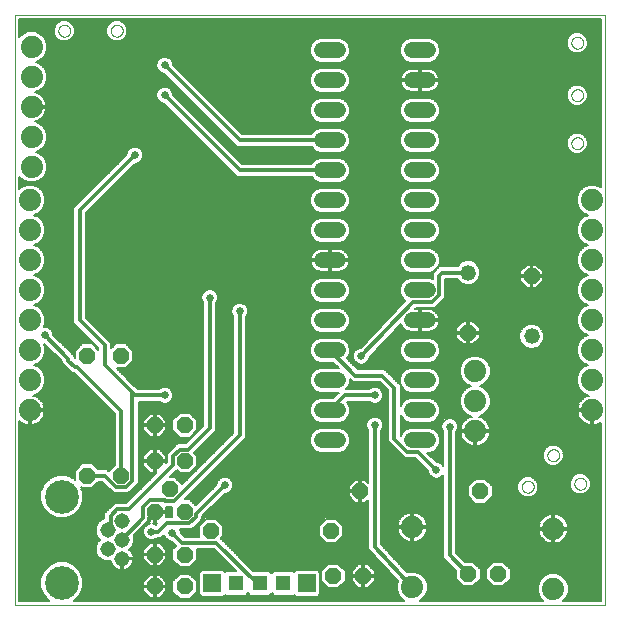
<source format=gbl>
G75*
%MOIN*%
%OFA0B0*%
%FSLAX25Y25*%
%IPPOS*%
%LPD*%
%AMOC8*
5,1,8,0,0,1.08239X$1,22.5*
%
%ADD10C,0.00000*%
%ADD11C,0.05150*%
%ADD12C,0.11220*%
%ADD13OC8,0.05200*%
%ADD14R,0.05937X0.05937*%
%ADD15R,0.05150X0.05150*%
%ADD16C,0.05200*%
%ADD17C,0.07400*%
%ADD18C,0.05200*%
%ADD19C,0.01200*%
%ADD20C,0.02578*%
%ADD21C,0.00600*%
D10*
X0005300Y0010249D02*
X0005300Y0207099D01*
X0202150Y0207099D01*
X0202150Y0010249D01*
X0005300Y0010249D01*
X0174331Y0049749D02*
X0174333Y0049837D01*
X0174339Y0049925D01*
X0174349Y0050013D01*
X0174363Y0050101D01*
X0174380Y0050187D01*
X0174402Y0050273D01*
X0174427Y0050357D01*
X0174457Y0050441D01*
X0174489Y0050523D01*
X0174526Y0050603D01*
X0174566Y0050682D01*
X0174610Y0050759D01*
X0174657Y0050834D01*
X0174707Y0050906D01*
X0174761Y0050977D01*
X0174817Y0051044D01*
X0174877Y0051110D01*
X0174939Y0051172D01*
X0175005Y0051232D01*
X0175072Y0051288D01*
X0175143Y0051342D01*
X0175215Y0051392D01*
X0175290Y0051439D01*
X0175367Y0051483D01*
X0175446Y0051523D01*
X0175526Y0051560D01*
X0175608Y0051592D01*
X0175692Y0051622D01*
X0175776Y0051647D01*
X0175862Y0051669D01*
X0175948Y0051686D01*
X0176036Y0051700D01*
X0176124Y0051710D01*
X0176212Y0051716D01*
X0176300Y0051718D01*
X0176388Y0051716D01*
X0176476Y0051710D01*
X0176564Y0051700D01*
X0176652Y0051686D01*
X0176738Y0051669D01*
X0176824Y0051647D01*
X0176908Y0051622D01*
X0176992Y0051592D01*
X0177074Y0051560D01*
X0177154Y0051523D01*
X0177233Y0051483D01*
X0177310Y0051439D01*
X0177385Y0051392D01*
X0177457Y0051342D01*
X0177528Y0051288D01*
X0177595Y0051232D01*
X0177661Y0051172D01*
X0177723Y0051110D01*
X0177783Y0051044D01*
X0177839Y0050977D01*
X0177893Y0050906D01*
X0177943Y0050834D01*
X0177990Y0050759D01*
X0178034Y0050682D01*
X0178074Y0050603D01*
X0178111Y0050523D01*
X0178143Y0050441D01*
X0178173Y0050357D01*
X0178198Y0050273D01*
X0178220Y0050187D01*
X0178237Y0050101D01*
X0178251Y0050013D01*
X0178261Y0049925D01*
X0178267Y0049837D01*
X0178269Y0049749D01*
X0178267Y0049661D01*
X0178261Y0049573D01*
X0178251Y0049485D01*
X0178237Y0049397D01*
X0178220Y0049311D01*
X0178198Y0049225D01*
X0178173Y0049141D01*
X0178143Y0049057D01*
X0178111Y0048975D01*
X0178074Y0048895D01*
X0178034Y0048816D01*
X0177990Y0048739D01*
X0177943Y0048664D01*
X0177893Y0048592D01*
X0177839Y0048521D01*
X0177783Y0048454D01*
X0177723Y0048388D01*
X0177661Y0048326D01*
X0177595Y0048266D01*
X0177528Y0048210D01*
X0177457Y0048156D01*
X0177385Y0048106D01*
X0177310Y0048059D01*
X0177233Y0048015D01*
X0177154Y0047975D01*
X0177074Y0047938D01*
X0176992Y0047906D01*
X0176908Y0047876D01*
X0176824Y0047851D01*
X0176738Y0047829D01*
X0176652Y0047812D01*
X0176564Y0047798D01*
X0176476Y0047788D01*
X0176388Y0047782D01*
X0176300Y0047780D01*
X0176212Y0047782D01*
X0176124Y0047788D01*
X0176036Y0047798D01*
X0175948Y0047812D01*
X0175862Y0047829D01*
X0175776Y0047851D01*
X0175692Y0047876D01*
X0175608Y0047906D01*
X0175526Y0047938D01*
X0175446Y0047975D01*
X0175367Y0048015D01*
X0175290Y0048059D01*
X0175215Y0048106D01*
X0175143Y0048156D01*
X0175072Y0048210D01*
X0175005Y0048266D01*
X0174939Y0048326D01*
X0174877Y0048388D01*
X0174817Y0048454D01*
X0174761Y0048521D01*
X0174707Y0048592D01*
X0174657Y0048664D01*
X0174610Y0048739D01*
X0174566Y0048816D01*
X0174526Y0048895D01*
X0174489Y0048975D01*
X0174457Y0049057D01*
X0174427Y0049141D01*
X0174402Y0049225D01*
X0174380Y0049311D01*
X0174363Y0049397D01*
X0174349Y0049485D01*
X0174339Y0049573D01*
X0174333Y0049661D01*
X0174331Y0049749D01*
X0182831Y0060249D02*
X0182833Y0060337D01*
X0182839Y0060425D01*
X0182849Y0060513D01*
X0182863Y0060601D01*
X0182880Y0060687D01*
X0182902Y0060773D01*
X0182927Y0060857D01*
X0182957Y0060941D01*
X0182989Y0061023D01*
X0183026Y0061103D01*
X0183066Y0061182D01*
X0183110Y0061259D01*
X0183157Y0061334D01*
X0183207Y0061406D01*
X0183261Y0061477D01*
X0183317Y0061544D01*
X0183377Y0061610D01*
X0183439Y0061672D01*
X0183505Y0061732D01*
X0183572Y0061788D01*
X0183643Y0061842D01*
X0183715Y0061892D01*
X0183790Y0061939D01*
X0183867Y0061983D01*
X0183946Y0062023D01*
X0184026Y0062060D01*
X0184108Y0062092D01*
X0184192Y0062122D01*
X0184276Y0062147D01*
X0184362Y0062169D01*
X0184448Y0062186D01*
X0184536Y0062200D01*
X0184624Y0062210D01*
X0184712Y0062216D01*
X0184800Y0062218D01*
X0184888Y0062216D01*
X0184976Y0062210D01*
X0185064Y0062200D01*
X0185152Y0062186D01*
X0185238Y0062169D01*
X0185324Y0062147D01*
X0185408Y0062122D01*
X0185492Y0062092D01*
X0185574Y0062060D01*
X0185654Y0062023D01*
X0185733Y0061983D01*
X0185810Y0061939D01*
X0185885Y0061892D01*
X0185957Y0061842D01*
X0186028Y0061788D01*
X0186095Y0061732D01*
X0186161Y0061672D01*
X0186223Y0061610D01*
X0186283Y0061544D01*
X0186339Y0061477D01*
X0186393Y0061406D01*
X0186443Y0061334D01*
X0186490Y0061259D01*
X0186534Y0061182D01*
X0186574Y0061103D01*
X0186611Y0061023D01*
X0186643Y0060941D01*
X0186673Y0060857D01*
X0186698Y0060773D01*
X0186720Y0060687D01*
X0186737Y0060601D01*
X0186751Y0060513D01*
X0186761Y0060425D01*
X0186767Y0060337D01*
X0186769Y0060249D01*
X0186767Y0060161D01*
X0186761Y0060073D01*
X0186751Y0059985D01*
X0186737Y0059897D01*
X0186720Y0059811D01*
X0186698Y0059725D01*
X0186673Y0059641D01*
X0186643Y0059557D01*
X0186611Y0059475D01*
X0186574Y0059395D01*
X0186534Y0059316D01*
X0186490Y0059239D01*
X0186443Y0059164D01*
X0186393Y0059092D01*
X0186339Y0059021D01*
X0186283Y0058954D01*
X0186223Y0058888D01*
X0186161Y0058826D01*
X0186095Y0058766D01*
X0186028Y0058710D01*
X0185957Y0058656D01*
X0185885Y0058606D01*
X0185810Y0058559D01*
X0185733Y0058515D01*
X0185654Y0058475D01*
X0185574Y0058438D01*
X0185492Y0058406D01*
X0185408Y0058376D01*
X0185324Y0058351D01*
X0185238Y0058329D01*
X0185152Y0058312D01*
X0185064Y0058298D01*
X0184976Y0058288D01*
X0184888Y0058282D01*
X0184800Y0058280D01*
X0184712Y0058282D01*
X0184624Y0058288D01*
X0184536Y0058298D01*
X0184448Y0058312D01*
X0184362Y0058329D01*
X0184276Y0058351D01*
X0184192Y0058376D01*
X0184108Y0058406D01*
X0184026Y0058438D01*
X0183946Y0058475D01*
X0183867Y0058515D01*
X0183790Y0058559D01*
X0183715Y0058606D01*
X0183643Y0058656D01*
X0183572Y0058710D01*
X0183505Y0058766D01*
X0183439Y0058826D01*
X0183377Y0058888D01*
X0183317Y0058954D01*
X0183261Y0059021D01*
X0183207Y0059092D01*
X0183157Y0059164D01*
X0183110Y0059239D01*
X0183066Y0059316D01*
X0183026Y0059395D01*
X0182989Y0059475D01*
X0182957Y0059557D01*
X0182927Y0059641D01*
X0182902Y0059725D01*
X0182880Y0059811D01*
X0182863Y0059897D01*
X0182849Y0059985D01*
X0182839Y0060073D01*
X0182833Y0060161D01*
X0182831Y0060249D01*
X0191831Y0050749D02*
X0191833Y0050837D01*
X0191839Y0050925D01*
X0191849Y0051013D01*
X0191863Y0051101D01*
X0191880Y0051187D01*
X0191902Y0051273D01*
X0191927Y0051357D01*
X0191957Y0051441D01*
X0191989Y0051523D01*
X0192026Y0051603D01*
X0192066Y0051682D01*
X0192110Y0051759D01*
X0192157Y0051834D01*
X0192207Y0051906D01*
X0192261Y0051977D01*
X0192317Y0052044D01*
X0192377Y0052110D01*
X0192439Y0052172D01*
X0192505Y0052232D01*
X0192572Y0052288D01*
X0192643Y0052342D01*
X0192715Y0052392D01*
X0192790Y0052439D01*
X0192867Y0052483D01*
X0192946Y0052523D01*
X0193026Y0052560D01*
X0193108Y0052592D01*
X0193192Y0052622D01*
X0193276Y0052647D01*
X0193362Y0052669D01*
X0193448Y0052686D01*
X0193536Y0052700D01*
X0193624Y0052710D01*
X0193712Y0052716D01*
X0193800Y0052718D01*
X0193888Y0052716D01*
X0193976Y0052710D01*
X0194064Y0052700D01*
X0194152Y0052686D01*
X0194238Y0052669D01*
X0194324Y0052647D01*
X0194408Y0052622D01*
X0194492Y0052592D01*
X0194574Y0052560D01*
X0194654Y0052523D01*
X0194733Y0052483D01*
X0194810Y0052439D01*
X0194885Y0052392D01*
X0194957Y0052342D01*
X0195028Y0052288D01*
X0195095Y0052232D01*
X0195161Y0052172D01*
X0195223Y0052110D01*
X0195283Y0052044D01*
X0195339Y0051977D01*
X0195393Y0051906D01*
X0195443Y0051834D01*
X0195490Y0051759D01*
X0195534Y0051682D01*
X0195574Y0051603D01*
X0195611Y0051523D01*
X0195643Y0051441D01*
X0195673Y0051357D01*
X0195698Y0051273D01*
X0195720Y0051187D01*
X0195737Y0051101D01*
X0195751Y0051013D01*
X0195761Y0050925D01*
X0195767Y0050837D01*
X0195769Y0050749D01*
X0195767Y0050661D01*
X0195761Y0050573D01*
X0195751Y0050485D01*
X0195737Y0050397D01*
X0195720Y0050311D01*
X0195698Y0050225D01*
X0195673Y0050141D01*
X0195643Y0050057D01*
X0195611Y0049975D01*
X0195574Y0049895D01*
X0195534Y0049816D01*
X0195490Y0049739D01*
X0195443Y0049664D01*
X0195393Y0049592D01*
X0195339Y0049521D01*
X0195283Y0049454D01*
X0195223Y0049388D01*
X0195161Y0049326D01*
X0195095Y0049266D01*
X0195028Y0049210D01*
X0194957Y0049156D01*
X0194885Y0049106D01*
X0194810Y0049059D01*
X0194733Y0049015D01*
X0194654Y0048975D01*
X0194574Y0048938D01*
X0194492Y0048906D01*
X0194408Y0048876D01*
X0194324Y0048851D01*
X0194238Y0048829D01*
X0194152Y0048812D01*
X0194064Y0048798D01*
X0193976Y0048788D01*
X0193888Y0048782D01*
X0193800Y0048780D01*
X0193712Y0048782D01*
X0193624Y0048788D01*
X0193536Y0048798D01*
X0193448Y0048812D01*
X0193362Y0048829D01*
X0193276Y0048851D01*
X0193192Y0048876D01*
X0193108Y0048906D01*
X0193026Y0048938D01*
X0192946Y0048975D01*
X0192867Y0049015D01*
X0192790Y0049059D01*
X0192715Y0049106D01*
X0192643Y0049156D01*
X0192572Y0049210D01*
X0192505Y0049266D01*
X0192439Y0049326D01*
X0192377Y0049388D01*
X0192317Y0049454D01*
X0192261Y0049521D01*
X0192207Y0049592D01*
X0192157Y0049664D01*
X0192110Y0049739D01*
X0192066Y0049816D01*
X0192026Y0049895D01*
X0191989Y0049975D01*
X0191957Y0050057D01*
X0191927Y0050141D01*
X0191902Y0050225D01*
X0191880Y0050311D01*
X0191863Y0050397D01*
X0191849Y0050485D01*
X0191839Y0050573D01*
X0191833Y0050661D01*
X0191831Y0050749D01*
X0190831Y0164249D02*
X0190833Y0164337D01*
X0190839Y0164425D01*
X0190849Y0164513D01*
X0190863Y0164601D01*
X0190880Y0164687D01*
X0190902Y0164773D01*
X0190927Y0164857D01*
X0190957Y0164941D01*
X0190989Y0165023D01*
X0191026Y0165103D01*
X0191066Y0165182D01*
X0191110Y0165259D01*
X0191157Y0165334D01*
X0191207Y0165406D01*
X0191261Y0165477D01*
X0191317Y0165544D01*
X0191377Y0165610D01*
X0191439Y0165672D01*
X0191505Y0165732D01*
X0191572Y0165788D01*
X0191643Y0165842D01*
X0191715Y0165892D01*
X0191790Y0165939D01*
X0191867Y0165983D01*
X0191946Y0166023D01*
X0192026Y0166060D01*
X0192108Y0166092D01*
X0192192Y0166122D01*
X0192276Y0166147D01*
X0192362Y0166169D01*
X0192448Y0166186D01*
X0192536Y0166200D01*
X0192624Y0166210D01*
X0192712Y0166216D01*
X0192800Y0166218D01*
X0192888Y0166216D01*
X0192976Y0166210D01*
X0193064Y0166200D01*
X0193152Y0166186D01*
X0193238Y0166169D01*
X0193324Y0166147D01*
X0193408Y0166122D01*
X0193492Y0166092D01*
X0193574Y0166060D01*
X0193654Y0166023D01*
X0193733Y0165983D01*
X0193810Y0165939D01*
X0193885Y0165892D01*
X0193957Y0165842D01*
X0194028Y0165788D01*
X0194095Y0165732D01*
X0194161Y0165672D01*
X0194223Y0165610D01*
X0194283Y0165544D01*
X0194339Y0165477D01*
X0194393Y0165406D01*
X0194443Y0165334D01*
X0194490Y0165259D01*
X0194534Y0165182D01*
X0194574Y0165103D01*
X0194611Y0165023D01*
X0194643Y0164941D01*
X0194673Y0164857D01*
X0194698Y0164773D01*
X0194720Y0164687D01*
X0194737Y0164601D01*
X0194751Y0164513D01*
X0194761Y0164425D01*
X0194767Y0164337D01*
X0194769Y0164249D01*
X0194767Y0164161D01*
X0194761Y0164073D01*
X0194751Y0163985D01*
X0194737Y0163897D01*
X0194720Y0163811D01*
X0194698Y0163725D01*
X0194673Y0163641D01*
X0194643Y0163557D01*
X0194611Y0163475D01*
X0194574Y0163395D01*
X0194534Y0163316D01*
X0194490Y0163239D01*
X0194443Y0163164D01*
X0194393Y0163092D01*
X0194339Y0163021D01*
X0194283Y0162954D01*
X0194223Y0162888D01*
X0194161Y0162826D01*
X0194095Y0162766D01*
X0194028Y0162710D01*
X0193957Y0162656D01*
X0193885Y0162606D01*
X0193810Y0162559D01*
X0193733Y0162515D01*
X0193654Y0162475D01*
X0193574Y0162438D01*
X0193492Y0162406D01*
X0193408Y0162376D01*
X0193324Y0162351D01*
X0193238Y0162329D01*
X0193152Y0162312D01*
X0193064Y0162298D01*
X0192976Y0162288D01*
X0192888Y0162282D01*
X0192800Y0162280D01*
X0192712Y0162282D01*
X0192624Y0162288D01*
X0192536Y0162298D01*
X0192448Y0162312D01*
X0192362Y0162329D01*
X0192276Y0162351D01*
X0192192Y0162376D01*
X0192108Y0162406D01*
X0192026Y0162438D01*
X0191946Y0162475D01*
X0191867Y0162515D01*
X0191790Y0162559D01*
X0191715Y0162606D01*
X0191643Y0162656D01*
X0191572Y0162710D01*
X0191505Y0162766D01*
X0191439Y0162826D01*
X0191377Y0162888D01*
X0191317Y0162954D01*
X0191261Y0163021D01*
X0191207Y0163092D01*
X0191157Y0163164D01*
X0191110Y0163239D01*
X0191066Y0163316D01*
X0191026Y0163395D01*
X0190989Y0163475D01*
X0190957Y0163557D01*
X0190927Y0163641D01*
X0190902Y0163725D01*
X0190880Y0163811D01*
X0190863Y0163897D01*
X0190849Y0163985D01*
X0190839Y0164073D01*
X0190833Y0164161D01*
X0190831Y0164249D01*
X0190831Y0180249D02*
X0190833Y0180337D01*
X0190839Y0180425D01*
X0190849Y0180513D01*
X0190863Y0180601D01*
X0190880Y0180687D01*
X0190902Y0180773D01*
X0190927Y0180857D01*
X0190957Y0180941D01*
X0190989Y0181023D01*
X0191026Y0181103D01*
X0191066Y0181182D01*
X0191110Y0181259D01*
X0191157Y0181334D01*
X0191207Y0181406D01*
X0191261Y0181477D01*
X0191317Y0181544D01*
X0191377Y0181610D01*
X0191439Y0181672D01*
X0191505Y0181732D01*
X0191572Y0181788D01*
X0191643Y0181842D01*
X0191715Y0181892D01*
X0191790Y0181939D01*
X0191867Y0181983D01*
X0191946Y0182023D01*
X0192026Y0182060D01*
X0192108Y0182092D01*
X0192192Y0182122D01*
X0192276Y0182147D01*
X0192362Y0182169D01*
X0192448Y0182186D01*
X0192536Y0182200D01*
X0192624Y0182210D01*
X0192712Y0182216D01*
X0192800Y0182218D01*
X0192888Y0182216D01*
X0192976Y0182210D01*
X0193064Y0182200D01*
X0193152Y0182186D01*
X0193238Y0182169D01*
X0193324Y0182147D01*
X0193408Y0182122D01*
X0193492Y0182092D01*
X0193574Y0182060D01*
X0193654Y0182023D01*
X0193733Y0181983D01*
X0193810Y0181939D01*
X0193885Y0181892D01*
X0193957Y0181842D01*
X0194028Y0181788D01*
X0194095Y0181732D01*
X0194161Y0181672D01*
X0194223Y0181610D01*
X0194283Y0181544D01*
X0194339Y0181477D01*
X0194393Y0181406D01*
X0194443Y0181334D01*
X0194490Y0181259D01*
X0194534Y0181182D01*
X0194574Y0181103D01*
X0194611Y0181023D01*
X0194643Y0180941D01*
X0194673Y0180857D01*
X0194698Y0180773D01*
X0194720Y0180687D01*
X0194737Y0180601D01*
X0194751Y0180513D01*
X0194761Y0180425D01*
X0194767Y0180337D01*
X0194769Y0180249D01*
X0194767Y0180161D01*
X0194761Y0180073D01*
X0194751Y0179985D01*
X0194737Y0179897D01*
X0194720Y0179811D01*
X0194698Y0179725D01*
X0194673Y0179641D01*
X0194643Y0179557D01*
X0194611Y0179475D01*
X0194574Y0179395D01*
X0194534Y0179316D01*
X0194490Y0179239D01*
X0194443Y0179164D01*
X0194393Y0179092D01*
X0194339Y0179021D01*
X0194283Y0178954D01*
X0194223Y0178888D01*
X0194161Y0178826D01*
X0194095Y0178766D01*
X0194028Y0178710D01*
X0193957Y0178656D01*
X0193885Y0178606D01*
X0193810Y0178559D01*
X0193733Y0178515D01*
X0193654Y0178475D01*
X0193574Y0178438D01*
X0193492Y0178406D01*
X0193408Y0178376D01*
X0193324Y0178351D01*
X0193238Y0178329D01*
X0193152Y0178312D01*
X0193064Y0178298D01*
X0192976Y0178288D01*
X0192888Y0178282D01*
X0192800Y0178280D01*
X0192712Y0178282D01*
X0192624Y0178288D01*
X0192536Y0178298D01*
X0192448Y0178312D01*
X0192362Y0178329D01*
X0192276Y0178351D01*
X0192192Y0178376D01*
X0192108Y0178406D01*
X0192026Y0178438D01*
X0191946Y0178475D01*
X0191867Y0178515D01*
X0191790Y0178559D01*
X0191715Y0178606D01*
X0191643Y0178656D01*
X0191572Y0178710D01*
X0191505Y0178766D01*
X0191439Y0178826D01*
X0191377Y0178888D01*
X0191317Y0178954D01*
X0191261Y0179021D01*
X0191207Y0179092D01*
X0191157Y0179164D01*
X0191110Y0179239D01*
X0191066Y0179316D01*
X0191026Y0179395D01*
X0190989Y0179475D01*
X0190957Y0179557D01*
X0190927Y0179641D01*
X0190902Y0179725D01*
X0190880Y0179811D01*
X0190863Y0179897D01*
X0190849Y0179985D01*
X0190839Y0180073D01*
X0190833Y0180161D01*
X0190831Y0180249D01*
X0190831Y0197749D02*
X0190833Y0197837D01*
X0190839Y0197925D01*
X0190849Y0198013D01*
X0190863Y0198101D01*
X0190880Y0198187D01*
X0190902Y0198273D01*
X0190927Y0198357D01*
X0190957Y0198441D01*
X0190989Y0198523D01*
X0191026Y0198603D01*
X0191066Y0198682D01*
X0191110Y0198759D01*
X0191157Y0198834D01*
X0191207Y0198906D01*
X0191261Y0198977D01*
X0191317Y0199044D01*
X0191377Y0199110D01*
X0191439Y0199172D01*
X0191505Y0199232D01*
X0191572Y0199288D01*
X0191643Y0199342D01*
X0191715Y0199392D01*
X0191790Y0199439D01*
X0191867Y0199483D01*
X0191946Y0199523D01*
X0192026Y0199560D01*
X0192108Y0199592D01*
X0192192Y0199622D01*
X0192276Y0199647D01*
X0192362Y0199669D01*
X0192448Y0199686D01*
X0192536Y0199700D01*
X0192624Y0199710D01*
X0192712Y0199716D01*
X0192800Y0199718D01*
X0192888Y0199716D01*
X0192976Y0199710D01*
X0193064Y0199700D01*
X0193152Y0199686D01*
X0193238Y0199669D01*
X0193324Y0199647D01*
X0193408Y0199622D01*
X0193492Y0199592D01*
X0193574Y0199560D01*
X0193654Y0199523D01*
X0193733Y0199483D01*
X0193810Y0199439D01*
X0193885Y0199392D01*
X0193957Y0199342D01*
X0194028Y0199288D01*
X0194095Y0199232D01*
X0194161Y0199172D01*
X0194223Y0199110D01*
X0194283Y0199044D01*
X0194339Y0198977D01*
X0194393Y0198906D01*
X0194443Y0198834D01*
X0194490Y0198759D01*
X0194534Y0198682D01*
X0194574Y0198603D01*
X0194611Y0198523D01*
X0194643Y0198441D01*
X0194673Y0198357D01*
X0194698Y0198273D01*
X0194720Y0198187D01*
X0194737Y0198101D01*
X0194751Y0198013D01*
X0194761Y0197925D01*
X0194767Y0197837D01*
X0194769Y0197749D01*
X0194767Y0197661D01*
X0194761Y0197573D01*
X0194751Y0197485D01*
X0194737Y0197397D01*
X0194720Y0197311D01*
X0194698Y0197225D01*
X0194673Y0197141D01*
X0194643Y0197057D01*
X0194611Y0196975D01*
X0194574Y0196895D01*
X0194534Y0196816D01*
X0194490Y0196739D01*
X0194443Y0196664D01*
X0194393Y0196592D01*
X0194339Y0196521D01*
X0194283Y0196454D01*
X0194223Y0196388D01*
X0194161Y0196326D01*
X0194095Y0196266D01*
X0194028Y0196210D01*
X0193957Y0196156D01*
X0193885Y0196106D01*
X0193810Y0196059D01*
X0193733Y0196015D01*
X0193654Y0195975D01*
X0193574Y0195938D01*
X0193492Y0195906D01*
X0193408Y0195876D01*
X0193324Y0195851D01*
X0193238Y0195829D01*
X0193152Y0195812D01*
X0193064Y0195798D01*
X0192976Y0195788D01*
X0192888Y0195782D01*
X0192800Y0195780D01*
X0192712Y0195782D01*
X0192624Y0195788D01*
X0192536Y0195798D01*
X0192448Y0195812D01*
X0192362Y0195829D01*
X0192276Y0195851D01*
X0192192Y0195876D01*
X0192108Y0195906D01*
X0192026Y0195938D01*
X0191946Y0195975D01*
X0191867Y0196015D01*
X0191790Y0196059D01*
X0191715Y0196106D01*
X0191643Y0196156D01*
X0191572Y0196210D01*
X0191505Y0196266D01*
X0191439Y0196326D01*
X0191377Y0196388D01*
X0191317Y0196454D01*
X0191261Y0196521D01*
X0191207Y0196592D01*
X0191157Y0196664D01*
X0191110Y0196739D01*
X0191066Y0196816D01*
X0191026Y0196895D01*
X0190989Y0196975D01*
X0190957Y0197057D01*
X0190927Y0197141D01*
X0190902Y0197225D01*
X0190880Y0197311D01*
X0190863Y0197397D01*
X0190849Y0197485D01*
X0190839Y0197573D01*
X0190833Y0197661D01*
X0190831Y0197749D01*
X0037331Y0201749D02*
X0037333Y0201837D01*
X0037339Y0201925D01*
X0037349Y0202013D01*
X0037363Y0202101D01*
X0037380Y0202187D01*
X0037402Y0202273D01*
X0037427Y0202357D01*
X0037457Y0202441D01*
X0037489Y0202523D01*
X0037526Y0202603D01*
X0037566Y0202682D01*
X0037610Y0202759D01*
X0037657Y0202834D01*
X0037707Y0202906D01*
X0037761Y0202977D01*
X0037817Y0203044D01*
X0037877Y0203110D01*
X0037939Y0203172D01*
X0038005Y0203232D01*
X0038072Y0203288D01*
X0038143Y0203342D01*
X0038215Y0203392D01*
X0038290Y0203439D01*
X0038367Y0203483D01*
X0038446Y0203523D01*
X0038526Y0203560D01*
X0038608Y0203592D01*
X0038692Y0203622D01*
X0038776Y0203647D01*
X0038862Y0203669D01*
X0038948Y0203686D01*
X0039036Y0203700D01*
X0039124Y0203710D01*
X0039212Y0203716D01*
X0039300Y0203718D01*
X0039388Y0203716D01*
X0039476Y0203710D01*
X0039564Y0203700D01*
X0039652Y0203686D01*
X0039738Y0203669D01*
X0039824Y0203647D01*
X0039908Y0203622D01*
X0039992Y0203592D01*
X0040074Y0203560D01*
X0040154Y0203523D01*
X0040233Y0203483D01*
X0040310Y0203439D01*
X0040385Y0203392D01*
X0040457Y0203342D01*
X0040528Y0203288D01*
X0040595Y0203232D01*
X0040661Y0203172D01*
X0040723Y0203110D01*
X0040783Y0203044D01*
X0040839Y0202977D01*
X0040893Y0202906D01*
X0040943Y0202834D01*
X0040990Y0202759D01*
X0041034Y0202682D01*
X0041074Y0202603D01*
X0041111Y0202523D01*
X0041143Y0202441D01*
X0041173Y0202357D01*
X0041198Y0202273D01*
X0041220Y0202187D01*
X0041237Y0202101D01*
X0041251Y0202013D01*
X0041261Y0201925D01*
X0041267Y0201837D01*
X0041269Y0201749D01*
X0041267Y0201661D01*
X0041261Y0201573D01*
X0041251Y0201485D01*
X0041237Y0201397D01*
X0041220Y0201311D01*
X0041198Y0201225D01*
X0041173Y0201141D01*
X0041143Y0201057D01*
X0041111Y0200975D01*
X0041074Y0200895D01*
X0041034Y0200816D01*
X0040990Y0200739D01*
X0040943Y0200664D01*
X0040893Y0200592D01*
X0040839Y0200521D01*
X0040783Y0200454D01*
X0040723Y0200388D01*
X0040661Y0200326D01*
X0040595Y0200266D01*
X0040528Y0200210D01*
X0040457Y0200156D01*
X0040385Y0200106D01*
X0040310Y0200059D01*
X0040233Y0200015D01*
X0040154Y0199975D01*
X0040074Y0199938D01*
X0039992Y0199906D01*
X0039908Y0199876D01*
X0039824Y0199851D01*
X0039738Y0199829D01*
X0039652Y0199812D01*
X0039564Y0199798D01*
X0039476Y0199788D01*
X0039388Y0199782D01*
X0039300Y0199780D01*
X0039212Y0199782D01*
X0039124Y0199788D01*
X0039036Y0199798D01*
X0038948Y0199812D01*
X0038862Y0199829D01*
X0038776Y0199851D01*
X0038692Y0199876D01*
X0038608Y0199906D01*
X0038526Y0199938D01*
X0038446Y0199975D01*
X0038367Y0200015D01*
X0038290Y0200059D01*
X0038215Y0200106D01*
X0038143Y0200156D01*
X0038072Y0200210D01*
X0038005Y0200266D01*
X0037939Y0200326D01*
X0037877Y0200388D01*
X0037817Y0200454D01*
X0037761Y0200521D01*
X0037707Y0200592D01*
X0037657Y0200664D01*
X0037610Y0200739D01*
X0037566Y0200816D01*
X0037526Y0200895D01*
X0037489Y0200975D01*
X0037457Y0201057D01*
X0037427Y0201141D01*
X0037402Y0201225D01*
X0037380Y0201311D01*
X0037363Y0201397D01*
X0037349Y0201485D01*
X0037339Y0201573D01*
X0037333Y0201661D01*
X0037331Y0201749D01*
X0019831Y0201749D02*
X0019833Y0201837D01*
X0019839Y0201925D01*
X0019849Y0202013D01*
X0019863Y0202101D01*
X0019880Y0202187D01*
X0019902Y0202273D01*
X0019927Y0202357D01*
X0019957Y0202441D01*
X0019989Y0202523D01*
X0020026Y0202603D01*
X0020066Y0202682D01*
X0020110Y0202759D01*
X0020157Y0202834D01*
X0020207Y0202906D01*
X0020261Y0202977D01*
X0020317Y0203044D01*
X0020377Y0203110D01*
X0020439Y0203172D01*
X0020505Y0203232D01*
X0020572Y0203288D01*
X0020643Y0203342D01*
X0020715Y0203392D01*
X0020790Y0203439D01*
X0020867Y0203483D01*
X0020946Y0203523D01*
X0021026Y0203560D01*
X0021108Y0203592D01*
X0021192Y0203622D01*
X0021276Y0203647D01*
X0021362Y0203669D01*
X0021448Y0203686D01*
X0021536Y0203700D01*
X0021624Y0203710D01*
X0021712Y0203716D01*
X0021800Y0203718D01*
X0021888Y0203716D01*
X0021976Y0203710D01*
X0022064Y0203700D01*
X0022152Y0203686D01*
X0022238Y0203669D01*
X0022324Y0203647D01*
X0022408Y0203622D01*
X0022492Y0203592D01*
X0022574Y0203560D01*
X0022654Y0203523D01*
X0022733Y0203483D01*
X0022810Y0203439D01*
X0022885Y0203392D01*
X0022957Y0203342D01*
X0023028Y0203288D01*
X0023095Y0203232D01*
X0023161Y0203172D01*
X0023223Y0203110D01*
X0023283Y0203044D01*
X0023339Y0202977D01*
X0023393Y0202906D01*
X0023443Y0202834D01*
X0023490Y0202759D01*
X0023534Y0202682D01*
X0023574Y0202603D01*
X0023611Y0202523D01*
X0023643Y0202441D01*
X0023673Y0202357D01*
X0023698Y0202273D01*
X0023720Y0202187D01*
X0023737Y0202101D01*
X0023751Y0202013D01*
X0023761Y0201925D01*
X0023767Y0201837D01*
X0023769Y0201749D01*
X0023767Y0201661D01*
X0023761Y0201573D01*
X0023751Y0201485D01*
X0023737Y0201397D01*
X0023720Y0201311D01*
X0023698Y0201225D01*
X0023673Y0201141D01*
X0023643Y0201057D01*
X0023611Y0200975D01*
X0023574Y0200895D01*
X0023534Y0200816D01*
X0023490Y0200739D01*
X0023443Y0200664D01*
X0023393Y0200592D01*
X0023339Y0200521D01*
X0023283Y0200454D01*
X0023223Y0200388D01*
X0023161Y0200326D01*
X0023095Y0200266D01*
X0023028Y0200210D01*
X0022957Y0200156D01*
X0022885Y0200106D01*
X0022810Y0200059D01*
X0022733Y0200015D01*
X0022654Y0199975D01*
X0022574Y0199938D01*
X0022492Y0199906D01*
X0022408Y0199876D01*
X0022324Y0199851D01*
X0022238Y0199829D01*
X0022152Y0199812D01*
X0022064Y0199798D01*
X0021976Y0199788D01*
X0021888Y0199782D01*
X0021800Y0199780D01*
X0021712Y0199782D01*
X0021624Y0199788D01*
X0021536Y0199798D01*
X0021448Y0199812D01*
X0021362Y0199829D01*
X0021276Y0199851D01*
X0021192Y0199876D01*
X0021108Y0199906D01*
X0021026Y0199938D01*
X0020946Y0199975D01*
X0020867Y0200015D01*
X0020790Y0200059D01*
X0020715Y0200106D01*
X0020643Y0200156D01*
X0020572Y0200210D01*
X0020505Y0200266D01*
X0020439Y0200326D01*
X0020377Y0200388D01*
X0020317Y0200454D01*
X0020261Y0200521D01*
X0020207Y0200592D01*
X0020157Y0200664D01*
X0020110Y0200739D01*
X0020066Y0200816D01*
X0020026Y0200895D01*
X0019989Y0200975D01*
X0019957Y0201057D01*
X0019927Y0201141D01*
X0019902Y0201225D01*
X0019880Y0201311D01*
X0019863Y0201397D01*
X0019849Y0201485D01*
X0019839Y0201573D01*
X0019833Y0201661D01*
X0019831Y0201749D01*
D11*
X0041028Y0038398D03*
X0036304Y0035249D03*
X0041028Y0032099D03*
X0036304Y0028950D03*
X0041028Y0025800D03*
D12*
X0020950Y0017729D03*
X0020950Y0046469D03*
D13*
X0029454Y0053398D03*
X0040654Y0053398D03*
X0051950Y0058347D03*
X0061950Y0058347D03*
X0056950Y0048898D03*
X0061950Y0041398D03*
X0051950Y0041398D03*
X0051950Y0027146D03*
X0061950Y0027146D03*
X0061950Y0016497D03*
X0051950Y0016497D03*
X0070650Y0035052D03*
X0061950Y0070198D03*
X0051950Y0070198D03*
X0040654Y0093398D03*
X0029454Y0093398D03*
X0110650Y0035052D03*
X0120450Y0048245D03*
X0121450Y0020044D03*
X0111450Y0020044D03*
X0156450Y0020694D03*
X0166450Y0020694D03*
X0160450Y0048245D03*
X0156394Y0101099D03*
X0177556Y0119898D03*
D14*
X0102698Y0017548D03*
X0071202Y0017548D03*
D15*
X0079076Y0017548D03*
X0086950Y0017548D03*
X0094824Y0017548D03*
D16*
X0177556Y0099898D03*
X0156394Y0121099D03*
D17*
X0158800Y0088249D03*
X0158800Y0078249D03*
X0158800Y0068249D03*
X0137800Y0036249D03*
X0137800Y0016249D03*
X0184800Y0015749D03*
X0184800Y0035749D03*
X0197800Y0075249D03*
X0197800Y0085249D03*
X0197800Y0095249D03*
X0197800Y0105249D03*
X0197800Y0115249D03*
X0197800Y0125249D03*
X0197800Y0135249D03*
X0197800Y0145249D03*
X0010906Y0156398D03*
X0010906Y0166398D03*
X0010906Y0176398D03*
X0010906Y0186398D03*
X0010906Y0196398D03*
X0010300Y0145249D03*
X0010300Y0135249D03*
X0010300Y0125249D03*
X0010300Y0115249D03*
X0010300Y0105249D03*
X0010300Y0095249D03*
X0010300Y0085249D03*
X0010300Y0075249D03*
D18*
X0107700Y0075249D02*
X0112900Y0075249D01*
X0112900Y0085249D02*
X0107700Y0085249D01*
X0107700Y0095249D02*
X0112900Y0095249D01*
X0112900Y0105249D02*
X0107700Y0105249D01*
X0107700Y0115249D02*
X0112900Y0115249D01*
X0112900Y0125249D02*
X0107700Y0125249D01*
X0107700Y0135249D02*
X0112900Y0135249D01*
X0112900Y0145249D02*
X0107700Y0145249D01*
X0107700Y0155249D02*
X0112900Y0155249D01*
X0112900Y0165249D02*
X0107700Y0165249D01*
X0107700Y0175249D02*
X0112900Y0175249D01*
X0112900Y0185249D02*
X0107700Y0185249D01*
X0107700Y0195249D02*
X0112900Y0195249D01*
X0137700Y0195249D02*
X0142900Y0195249D01*
X0142900Y0185249D02*
X0137700Y0185249D01*
X0137700Y0175249D02*
X0142900Y0175249D01*
X0142900Y0165249D02*
X0137700Y0165249D01*
X0137700Y0155249D02*
X0142900Y0155249D01*
X0142900Y0145249D02*
X0137700Y0145249D01*
X0137700Y0135249D02*
X0142900Y0135249D01*
X0142900Y0125249D02*
X0137700Y0125249D01*
X0137700Y0115249D02*
X0142900Y0115249D01*
X0142900Y0105249D02*
X0137700Y0105249D01*
X0137700Y0095249D02*
X0142900Y0095249D01*
X0142900Y0085249D02*
X0137700Y0085249D01*
X0137700Y0075249D02*
X0142900Y0075249D01*
X0142900Y0065249D02*
X0137700Y0065249D01*
X0112900Y0065249D02*
X0107700Y0065249D01*
D19*
X0110300Y0075249D02*
X0115300Y0080249D01*
X0125300Y0080249D01*
X0131800Y0082749D02*
X0127800Y0086749D01*
X0118800Y0086749D01*
X0110300Y0095249D01*
X0120800Y0093249D02*
X0138000Y0111449D01*
X0144474Y0111449D01*
X0146700Y0113675D01*
X0146700Y0120149D01*
X0147650Y0121099D01*
X0156394Y0121099D01*
X0131800Y0082749D02*
X0131800Y0065775D01*
X0136126Y0061449D01*
X0139600Y0061449D01*
X0145800Y0055249D01*
X0150300Y0069749D02*
X0150300Y0026843D01*
X0156450Y0020694D01*
X0137800Y0016249D02*
X0125300Y0029749D01*
X0125300Y0070249D01*
X0080300Y0066875D02*
X0080300Y0108249D01*
X0070300Y0112749D02*
X0070300Y0069245D01*
X0063202Y0062147D01*
X0060376Y0062147D01*
X0058150Y0059921D01*
X0058150Y0057094D01*
X0043228Y0042173D01*
X0039465Y0042173D01*
X0037254Y0039962D01*
X0037254Y0036198D01*
X0036304Y0035249D01*
X0041028Y0032099D02*
X0048150Y0039220D01*
X0048150Y0042972D01*
X0050376Y0045198D01*
X0055276Y0045198D01*
X0055376Y0045098D01*
X0058524Y0045098D01*
X0080300Y0066875D01*
X0075300Y0050249D02*
X0065750Y0040698D01*
X0065750Y0039824D01*
X0063524Y0037598D01*
X0055924Y0037598D01*
X0053074Y0034749D01*
X0050800Y0034749D01*
X0049950Y0038475D02*
X0045300Y0033825D01*
X0045300Y0030249D01*
X0049950Y0038475D02*
X0049950Y0039398D01*
X0051950Y0041398D01*
X0057800Y0034249D02*
X0061102Y0030946D01*
X0072524Y0030946D01*
X0085922Y0017548D01*
X0086950Y0017548D01*
X0044454Y0051824D02*
X0044454Y0081272D01*
X0044277Y0081272D01*
X0035300Y0090249D01*
X0035300Y0096902D01*
X0026954Y0105249D01*
X0026954Y0141902D01*
X0045300Y0160249D01*
X0055300Y0180249D02*
X0080300Y0155249D01*
X0110300Y0155249D01*
X0110300Y0165249D02*
X0080300Y0165249D01*
X0055300Y0190249D01*
X0015300Y0100249D02*
X0023154Y0092395D01*
X0023154Y0091824D01*
X0025380Y0089598D01*
X0025950Y0089598D01*
X0040654Y0074894D01*
X0040654Y0053398D01*
X0039080Y0049598D02*
X0035280Y0053398D01*
X0029454Y0053398D01*
X0039080Y0049598D02*
X0042228Y0049598D01*
X0044454Y0051824D01*
X0045477Y0080249D02*
X0055300Y0080249D01*
X0045477Y0080249D02*
X0044454Y0081272D01*
D20*
X0055300Y0080249D03*
X0075300Y0050249D03*
X0057800Y0034249D03*
X0050800Y0034749D03*
X0015300Y0100249D03*
X0070300Y0112749D03*
X0080300Y0108249D03*
X0120800Y0093249D03*
X0125300Y0080249D03*
X0125300Y0070249D03*
X0145800Y0055249D03*
X0150300Y0069749D03*
X0045300Y0160249D03*
X0055300Y0180249D03*
X0055300Y0190249D03*
D21*
X0057297Y0192196D02*
X0104954Y0192196D01*
X0105378Y0191773D02*
X0104224Y0192926D01*
X0103600Y0194433D01*
X0103600Y0196064D01*
X0104224Y0197571D01*
X0105378Y0198725D01*
X0106884Y0199349D01*
X0113716Y0199349D01*
X0115222Y0198725D01*
X0116376Y0197571D01*
X0117000Y0196064D01*
X0117000Y0194433D01*
X0116376Y0192926D01*
X0115222Y0191773D01*
X0113716Y0191149D01*
X0106884Y0191149D01*
X0105378Y0191773D01*
X0105801Y0191598D02*
X0057760Y0191598D01*
X0057664Y0191829D02*
X0056880Y0192613D01*
X0055855Y0193038D01*
X0054745Y0193038D01*
X0053720Y0192613D01*
X0052936Y0191829D01*
X0052511Y0190804D01*
X0052511Y0189694D01*
X0052936Y0188669D01*
X0053720Y0187884D01*
X0054745Y0187460D01*
X0055119Y0187460D01*
X0078200Y0164379D01*
X0079430Y0163149D01*
X0104132Y0163149D01*
X0104224Y0162926D01*
X0105378Y0161773D01*
X0106884Y0161149D01*
X0113716Y0161149D01*
X0115222Y0161773D01*
X0116376Y0162926D01*
X0117000Y0164433D01*
X0117000Y0166064D01*
X0116376Y0167571D01*
X0115222Y0168725D01*
X0113716Y0169349D01*
X0106884Y0169349D01*
X0105378Y0168725D01*
X0104224Y0167571D01*
X0104132Y0167349D01*
X0081170Y0167349D01*
X0058089Y0190430D01*
X0058089Y0190804D01*
X0057664Y0191829D01*
X0058008Y0190999D02*
X0200650Y0190999D01*
X0200650Y0190401D02*
X0058118Y0190401D01*
X0058716Y0189802D02*
X0200650Y0189802D01*
X0200650Y0189204D02*
X0114066Y0189204D01*
X0113716Y0189349D02*
X0115222Y0188725D01*
X0116376Y0187571D01*
X0117000Y0186064D01*
X0117000Y0184433D01*
X0116376Y0182926D01*
X0115222Y0181773D01*
X0113716Y0181149D01*
X0106884Y0181149D01*
X0105378Y0181773D01*
X0104224Y0182926D01*
X0103600Y0184433D01*
X0103600Y0186064D01*
X0104224Y0187571D01*
X0105378Y0188725D01*
X0106884Y0189349D01*
X0113716Y0189349D01*
X0115342Y0188605D02*
X0135703Y0188605D01*
X0135853Y0188705D02*
X0135214Y0188278D01*
X0134671Y0187735D01*
X0134244Y0187096D01*
X0133950Y0186386D01*
X0133800Y0185633D01*
X0133800Y0185549D01*
X0140000Y0185549D01*
X0140000Y0189149D01*
X0137316Y0189149D01*
X0136562Y0188999D01*
X0135853Y0188705D01*
X0134942Y0188007D02*
X0115940Y0188007D01*
X0116443Y0187408D02*
X0134452Y0187408D01*
X0134125Y0186810D02*
X0116691Y0186810D01*
X0116939Y0186211D02*
X0133915Y0186211D01*
X0133800Y0185613D02*
X0117000Y0185613D01*
X0117000Y0185014D02*
X0140000Y0185014D01*
X0140000Y0184949D02*
X0133800Y0184949D01*
X0133800Y0184865D01*
X0133950Y0184111D01*
X0134244Y0183401D01*
X0134671Y0182763D01*
X0135214Y0182219D01*
X0135853Y0181793D01*
X0136562Y0181499D01*
X0137316Y0181349D01*
X0140000Y0181349D01*
X0140000Y0184949D01*
X0140000Y0185549D01*
X0140600Y0185549D01*
X0140600Y0189149D01*
X0143284Y0189149D01*
X0144038Y0188999D01*
X0144747Y0188705D01*
X0145386Y0188278D01*
X0145929Y0187735D01*
X0146356Y0187096D01*
X0146650Y0186386D01*
X0146800Y0185633D01*
X0146800Y0185549D01*
X0140600Y0185549D01*
X0140600Y0184949D01*
X0146800Y0184949D01*
X0146800Y0184865D01*
X0146650Y0184111D01*
X0146356Y0183401D01*
X0145929Y0182763D01*
X0145386Y0182219D01*
X0144747Y0181793D01*
X0144038Y0181499D01*
X0143284Y0181349D01*
X0140600Y0181349D01*
X0140600Y0184949D01*
X0140000Y0184949D01*
X0140000Y0184416D02*
X0140600Y0184416D01*
X0140600Y0185014D02*
X0200650Y0185014D01*
X0200650Y0184416D02*
X0146711Y0184416D01*
X0146528Y0183817D02*
X0200650Y0183817D01*
X0200650Y0183219D02*
X0194694Y0183219D01*
X0194765Y0183189D02*
X0193490Y0183717D01*
X0192110Y0183717D01*
X0190835Y0183189D01*
X0189860Y0182214D01*
X0189331Y0180939D01*
X0189331Y0179559D01*
X0189860Y0178284D01*
X0190835Y0177308D01*
X0192110Y0176780D01*
X0193490Y0176780D01*
X0194765Y0177308D01*
X0195740Y0178284D01*
X0196268Y0179559D01*
X0196268Y0180939D01*
X0195740Y0182214D01*
X0194765Y0183189D01*
X0195334Y0182620D02*
X0200650Y0182620D01*
X0200650Y0182022D02*
X0195820Y0182022D01*
X0196068Y0181423D02*
X0200650Y0181423D01*
X0200650Y0180825D02*
X0196268Y0180825D01*
X0196268Y0180226D02*
X0200650Y0180226D01*
X0200650Y0179628D02*
X0196268Y0179628D01*
X0196049Y0179029D02*
X0200650Y0179029D01*
X0200650Y0178430D02*
X0195801Y0178430D01*
X0195288Y0177832D02*
X0200650Y0177832D01*
X0200650Y0177233D02*
X0194584Y0177233D01*
X0191016Y0177233D02*
X0146516Y0177233D01*
X0146376Y0177571D02*
X0145222Y0178725D01*
X0143716Y0179349D01*
X0136884Y0179349D01*
X0135378Y0178725D01*
X0134224Y0177571D01*
X0133600Y0176064D01*
X0133600Y0174433D01*
X0134224Y0172926D01*
X0135378Y0171773D01*
X0136884Y0171149D01*
X0143716Y0171149D01*
X0145222Y0171773D01*
X0146376Y0172926D01*
X0147000Y0174433D01*
X0147000Y0176064D01*
X0146376Y0177571D01*
X0146115Y0177832D02*
X0190312Y0177832D01*
X0189799Y0178430D02*
X0145517Y0178430D01*
X0144488Y0179029D02*
X0189551Y0179029D01*
X0189331Y0179628D02*
X0068891Y0179628D01*
X0068293Y0180226D02*
X0189331Y0180226D01*
X0189331Y0180825D02*
X0067694Y0180825D01*
X0067096Y0181423D02*
X0106222Y0181423D01*
X0105129Y0182022D02*
X0066497Y0182022D01*
X0065899Y0182620D02*
X0104530Y0182620D01*
X0104103Y0183219D02*
X0065300Y0183219D01*
X0064702Y0183817D02*
X0103855Y0183817D01*
X0103607Y0184416D02*
X0064103Y0184416D01*
X0063505Y0185014D02*
X0103600Y0185014D01*
X0103600Y0185613D02*
X0062906Y0185613D01*
X0062308Y0186211D02*
X0103661Y0186211D01*
X0103909Y0186810D02*
X0061709Y0186810D01*
X0061110Y0187408D02*
X0104157Y0187408D01*
X0104660Y0188007D02*
X0060512Y0188007D01*
X0059913Y0188605D02*
X0105258Y0188605D01*
X0106534Y0189204D02*
X0059315Y0189204D01*
X0056368Y0186211D02*
X0016106Y0186211D01*
X0016106Y0185613D02*
X0056966Y0185613D01*
X0057565Y0185014D02*
X0015961Y0185014D01*
X0016106Y0185364D02*
X0016106Y0187433D01*
X0015315Y0189344D01*
X0013852Y0190807D01*
X0012423Y0191398D01*
X0013852Y0191990D01*
X0015315Y0193453D01*
X0016106Y0195364D01*
X0016106Y0197433D01*
X0015315Y0199344D01*
X0013852Y0200807D01*
X0011941Y0201598D01*
X0009872Y0201598D01*
X0007961Y0200807D01*
X0006800Y0199646D01*
X0006800Y0205599D01*
X0200650Y0205599D01*
X0200650Y0149697D01*
X0198834Y0150449D01*
X0196766Y0150449D01*
X0194854Y0149657D01*
X0193392Y0148194D01*
X0192600Y0146283D01*
X0192600Y0144214D01*
X0193392Y0142303D01*
X0194854Y0140840D01*
X0196283Y0140249D01*
X0194854Y0139657D01*
X0193392Y0138194D01*
X0192600Y0136283D01*
X0192600Y0134214D01*
X0193392Y0132303D01*
X0194854Y0130840D01*
X0196283Y0130249D01*
X0194854Y0129657D01*
X0193392Y0128194D01*
X0192600Y0126283D01*
X0192600Y0124214D01*
X0193392Y0122303D01*
X0194854Y0120840D01*
X0196283Y0120249D01*
X0194854Y0119657D01*
X0193392Y0118194D01*
X0192600Y0116283D01*
X0192600Y0114214D01*
X0193392Y0112303D01*
X0194854Y0110840D01*
X0196283Y0110249D01*
X0194854Y0109657D01*
X0193392Y0108194D01*
X0192600Y0106283D01*
X0192600Y0104214D01*
X0193392Y0102303D01*
X0194854Y0100840D01*
X0196283Y0100249D01*
X0194854Y0099657D01*
X0193392Y0098194D01*
X0192600Y0096283D01*
X0192600Y0094214D01*
X0193392Y0092303D01*
X0194854Y0090840D01*
X0196283Y0090249D01*
X0194854Y0089657D01*
X0193392Y0088194D01*
X0192600Y0086283D01*
X0192600Y0084214D01*
X0193392Y0082303D01*
X0194854Y0080840D01*
X0196602Y0080117D01*
X0195881Y0079882D01*
X0195179Y0079525D01*
X0194543Y0079063D01*
X0193986Y0078506D01*
X0193524Y0077869D01*
X0193166Y0077168D01*
X0192923Y0076420D01*
X0192800Y0075642D01*
X0192800Y0075549D01*
X0197500Y0075549D01*
X0197500Y0074949D01*
X0192800Y0074949D01*
X0192800Y0074855D01*
X0192923Y0074078D01*
X0193166Y0073329D01*
X0193524Y0072628D01*
X0193986Y0071992D01*
X0194543Y0071435D01*
X0195179Y0070972D01*
X0195881Y0070615D01*
X0196629Y0070372D01*
X0197406Y0070249D01*
X0197500Y0070249D01*
X0197500Y0074949D01*
X0198100Y0074949D01*
X0198100Y0070249D01*
X0198194Y0070249D01*
X0198971Y0070372D01*
X0199719Y0070615D01*
X0200421Y0070972D01*
X0200650Y0071139D01*
X0200650Y0011749D01*
X0188154Y0011749D01*
X0189208Y0012803D01*
X0190000Y0014714D01*
X0190000Y0016783D01*
X0189208Y0018694D01*
X0187746Y0020157D01*
X0185834Y0020949D01*
X0183766Y0020949D01*
X0181854Y0020157D01*
X0180392Y0018694D01*
X0179600Y0016783D01*
X0179600Y0014714D01*
X0180392Y0012803D01*
X0181446Y0011749D01*
X0140524Y0011749D01*
X0140746Y0011840D01*
X0142208Y0013303D01*
X0143000Y0015214D01*
X0143000Y0017283D01*
X0142208Y0019194D01*
X0140746Y0020657D01*
X0138834Y0021449D01*
X0136766Y0021449D01*
X0136102Y0021174D01*
X0127400Y0030572D01*
X0127400Y0068405D01*
X0127664Y0068669D01*
X0128089Y0069694D01*
X0128089Y0070804D01*
X0127664Y0071829D01*
X0126880Y0072613D01*
X0125855Y0073038D01*
X0124745Y0073038D01*
X0123720Y0072613D01*
X0122936Y0071829D01*
X0122511Y0070804D01*
X0122511Y0069694D01*
X0122936Y0068669D01*
X0123200Y0068405D01*
X0123200Y0051010D01*
X0122065Y0052145D01*
X0120750Y0052145D01*
X0120750Y0048545D01*
X0120150Y0048545D01*
X0120150Y0052145D01*
X0118834Y0052145D01*
X0116550Y0049860D01*
X0116550Y0048545D01*
X0120150Y0048545D01*
X0120150Y0047945D01*
X0120750Y0047945D01*
X0120750Y0044345D01*
X0122065Y0044345D01*
X0123200Y0045480D01*
X0123200Y0029789D01*
X0123168Y0028960D01*
X0123200Y0028926D01*
X0123200Y0028879D01*
X0123787Y0028292D01*
X0133027Y0018313D01*
X0132600Y0017283D01*
X0132600Y0015214D01*
X0133392Y0013303D01*
X0134854Y0011840D01*
X0135076Y0011749D01*
X0025025Y0011749D01*
X0026977Y0013702D01*
X0028060Y0016315D01*
X0028060Y0019143D01*
X0026977Y0021757D01*
X0024977Y0023757D01*
X0022364Y0024839D01*
X0019535Y0024839D01*
X0016922Y0023757D01*
X0014922Y0021757D01*
X0013839Y0019143D01*
X0013839Y0016315D01*
X0014922Y0013702D01*
X0016875Y0011749D01*
X0006800Y0011749D01*
X0006800Y0071678D01*
X0007043Y0071435D01*
X0007679Y0070972D01*
X0008381Y0070615D01*
X0009129Y0070372D01*
X0009906Y0070249D01*
X0010000Y0070249D01*
X0010000Y0074949D01*
X0010600Y0074949D01*
X0010600Y0075549D01*
X0015300Y0075549D01*
X0015300Y0075642D01*
X0015177Y0076420D01*
X0014934Y0077168D01*
X0014576Y0077869D01*
X0014114Y0078506D01*
X0013557Y0079063D01*
X0012921Y0079525D01*
X0012219Y0079882D01*
X0011498Y0080117D01*
X0013246Y0080840D01*
X0014708Y0082303D01*
X0015500Y0084214D01*
X0015500Y0086283D01*
X0014708Y0088194D01*
X0013246Y0089657D01*
X0011817Y0090249D01*
X0013246Y0090840D01*
X0014708Y0092303D01*
X0015500Y0094214D01*
X0015500Y0096283D01*
X0015013Y0097460D01*
X0015119Y0097460D01*
X0021054Y0091525D01*
X0021054Y0090955D01*
X0023280Y0088729D01*
X0024510Y0087498D01*
X0025081Y0087498D01*
X0038554Y0074025D01*
X0038554Y0057097D01*
X0036554Y0055097D01*
X0036554Y0055094D01*
X0036150Y0055498D01*
X0033152Y0055498D01*
X0031152Y0057498D01*
X0027755Y0057498D01*
X0025354Y0055097D01*
X0025354Y0052121D01*
X0024977Y0052497D01*
X0022364Y0053580D01*
X0019535Y0053580D01*
X0016922Y0052497D01*
X0014922Y0050497D01*
X0013839Y0047884D01*
X0013839Y0045055D01*
X0014922Y0042442D01*
X0016922Y0040442D01*
X0019535Y0039359D01*
X0022364Y0039359D01*
X0024977Y0040442D01*
X0026977Y0042442D01*
X0028060Y0045055D01*
X0028060Y0047884D01*
X0027275Y0049779D01*
X0027755Y0049298D01*
X0031152Y0049298D01*
X0033152Y0051298D01*
X0034410Y0051298D01*
X0038210Y0047498D01*
X0043098Y0047498D01*
X0044328Y0048729D01*
X0045324Y0049724D01*
X0046554Y0050955D01*
X0046554Y0078149D01*
X0053456Y0078149D01*
X0053720Y0077884D01*
X0054745Y0077460D01*
X0055855Y0077460D01*
X0056880Y0077884D01*
X0057664Y0078669D01*
X0058089Y0079694D01*
X0058089Y0080804D01*
X0057664Y0081829D01*
X0056880Y0082613D01*
X0055855Y0083038D01*
X0054745Y0083038D01*
X0053720Y0082613D01*
X0053456Y0082349D01*
X0046347Y0082349D01*
X0045324Y0083372D01*
X0045147Y0083372D01*
X0039220Y0089298D01*
X0042353Y0089298D01*
X0044754Y0091700D01*
X0044754Y0095097D01*
X0042353Y0097498D01*
X0038956Y0097498D01*
X0037400Y0095942D01*
X0037400Y0097772D01*
X0036170Y0099002D01*
X0029054Y0106119D01*
X0029054Y0141033D01*
X0045481Y0157460D01*
X0045855Y0157460D01*
X0046880Y0157884D01*
X0047664Y0158669D01*
X0048089Y0159694D01*
X0048089Y0160804D01*
X0047664Y0161829D01*
X0046880Y0162613D01*
X0045855Y0163038D01*
X0044745Y0163038D01*
X0043720Y0162613D01*
X0042936Y0161829D01*
X0042511Y0160804D01*
X0042511Y0160430D01*
X0026084Y0144002D01*
X0026084Y0144002D01*
X0024854Y0142772D01*
X0024854Y0104379D01*
X0033200Y0096033D01*
X0033200Y0095450D01*
X0031152Y0097498D01*
X0027755Y0097498D01*
X0025354Y0095097D01*
X0025354Y0092594D01*
X0025254Y0092694D01*
X0025254Y0093265D01*
X0024023Y0094495D01*
X0018089Y0100430D01*
X0018089Y0100804D01*
X0017664Y0101829D01*
X0016880Y0102613D01*
X0015855Y0103038D01*
X0015013Y0103038D01*
X0015500Y0104214D01*
X0015500Y0106283D01*
X0014708Y0108194D01*
X0013246Y0109657D01*
X0011817Y0110249D01*
X0013246Y0110840D01*
X0014708Y0112303D01*
X0015500Y0114214D01*
X0015500Y0116283D01*
X0014708Y0118194D01*
X0013246Y0119657D01*
X0011817Y0120249D01*
X0013246Y0120840D01*
X0014708Y0122303D01*
X0015500Y0124214D01*
X0015500Y0126283D01*
X0014708Y0128194D01*
X0013246Y0129657D01*
X0011817Y0130249D01*
X0013246Y0130840D01*
X0014708Y0132303D01*
X0015500Y0134214D01*
X0015500Y0136283D01*
X0014708Y0138194D01*
X0013246Y0139657D01*
X0011817Y0140249D01*
X0013246Y0140840D01*
X0014708Y0142303D01*
X0015500Y0144214D01*
X0015500Y0146283D01*
X0014708Y0148194D01*
X0013246Y0149657D01*
X0011334Y0150449D01*
X0009266Y0150449D01*
X0007354Y0149657D01*
X0006800Y0149103D01*
X0006800Y0153151D01*
X0007961Y0151990D01*
X0009872Y0151198D01*
X0011941Y0151198D01*
X0013852Y0151990D01*
X0015315Y0153453D01*
X0016106Y0155364D01*
X0016106Y0157433D01*
X0015315Y0159344D01*
X0013852Y0160807D01*
X0012423Y0161398D01*
X0013852Y0161990D01*
X0015315Y0163453D01*
X0016106Y0165364D01*
X0016106Y0167433D01*
X0015315Y0169344D01*
X0013852Y0170807D01*
X0012105Y0171530D01*
X0012826Y0171765D01*
X0013527Y0172122D01*
X0014164Y0172585D01*
X0014720Y0173141D01*
X0015183Y0173778D01*
X0015540Y0174479D01*
X0015783Y0175228D01*
X0015906Y0176005D01*
X0015906Y0176098D01*
X0011206Y0176098D01*
X0011206Y0176698D01*
X0015906Y0176698D01*
X0015906Y0176792D01*
X0015783Y0177569D01*
X0015540Y0178318D01*
X0015183Y0179019D01*
X0014720Y0179656D01*
X0014164Y0180212D01*
X0013527Y0180675D01*
X0012826Y0181032D01*
X0012105Y0181266D01*
X0013852Y0181990D01*
X0015315Y0183453D01*
X0016106Y0185364D01*
X0015713Y0184416D02*
X0058163Y0184416D01*
X0058762Y0183817D02*
X0015466Y0183817D01*
X0015080Y0183219D02*
X0059360Y0183219D01*
X0059959Y0182620D02*
X0056863Y0182620D01*
X0056880Y0182613D02*
X0055855Y0183038D01*
X0054745Y0183038D01*
X0053720Y0182613D01*
X0052936Y0181829D01*
X0052511Y0180804D01*
X0052511Y0179694D01*
X0052936Y0178669D01*
X0053720Y0177884D01*
X0054745Y0177460D01*
X0055119Y0177460D01*
X0078200Y0154379D01*
X0079430Y0153149D01*
X0104132Y0153149D01*
X0104224Y0152926D01*
X0105378Y0151773D01*
X0106884Y0151149D01*
X0113716Y0151149D01*
X0115222Y0151773D01*
X0116376Y0152926D01*
X0117000Y0154433D01*
X0117000Y0156064D01*
X0116376Y0157571D01*
X0115222Y0158725D01*
X0113716Y0159349D01*
X0106884Y0159349D01*
X0105378Y0158725D01*
X0104224Y0157571D01*
X0104132Y0157349D01*
X0081170Y0157349D01*
X0058089Y0180430D01*
X0058089Y0180804D01*
X0057664Y0181829D01*
X0056880Y0182613D01*
X0057471Y0182022D02*
X0060557Y0182022D01*
X0061156Y0181423D02*
X0057832Y0181423D01*
X0058080Y0180825D02*
X0061754Y0180825D01*
X0062353Y0180226D02*
X0058293Y0180226D01*
X0058891Y0179628D02*
X0062951Y0179628D01*
X0063550Y0179029D02*
X0059490Y0179029D01*
X0060088Y0178430D02*
X0064148Y0178430D01*
X0064747Y0177832D02*
X0060687Y0177832D01*
X0061285Y0177233D02*
X0065345Y0177233D01*
X0065944Y0176635D02*
X0061884Y0176635D01*
X0062482Y0176036D02*
X0066543Y0176036D01*
X0067141Y0175438D02*
X0063081Y0175438D01*
X0063679Y0174839D02*
X0067740Y0174839D01*
X0068338Y0174241D02*
X0064278Y0174241D01*
X0064876Y0173642D02*
X0068937Y0173642D01*
X0069535Y0173044D02*
X0065475Y0173044D01*
X0066073Y0172445D02*
X0070134Y0172445D01*
X0070732Y0171847D02*
X0066672Y0171847D01*
X0067270Y0171248D02*
X0071331Y0171248D01*
X0071929Y0170650D02*
X0067869Y0170650D01*
X0068467Y0170051D02*
X0072528Y0170051D01*
X0073126Y0169453D02*
X0069066Y0169453D01*
X0069664Y0168854D02*
X0073725Y0168854D01*
X0074323Y0168256D02*
X0070263Y0168256D01*
X0070861Y0167657D02*
X0074922Y0167657D01*
X0075520Y0167059D02*
X0071460Y0167059D01*
X0072058Y0166460D02*
X0076119Y0166460D01*
X0076717Y0165862D02*
X0072657Y0165862D01*
X0073255Y0165263D02*
X0077316Y0165263D01*
X0077914Y0164665D02*
X0073854Y0164665D01*
X0074452Y0164066D02*
X0078513Y0164066D01*
X0079111Y0163468D02*
X0075051Y0163468D01*
X0075649Y0162869D02*
X0104281Y0162869D01*
X0104880Y0162271D02*
X0076248Y0162271D01*
X0076846Y0161672D02*
X0105621Y0161672D01*
X0106714Y0159278D02*
X0079241Y0159278D01*
X0079839Y0158680D02*
X0105333Y0158680D01*
X0104734Y0158081D02*
X0080438Y0158081D01*
X0081036Y0157483D02*
X0104187Y0157483D01*
X0104456Y0152695D02*
X0040716Y0152695D01*
X0041314Y0153293D02*
X0079286Y0153293D01*
X0078687Y0153892D02*
X0041913Y0153892D01*
X0042511Y0154490D02*
X0078089Y0154490D01*
X0077490Y0155089D02*
X0043110Y0155089D01*
X0043708Y0155687D02*
X0076892Y0155687D01*
X0076293Y0156286D02*
X0044307Y0156286D01*
X0044905Y0156884D02*
X0075695Y0156884D01*
X0075096Y0157483D02*
X0045910Y0157483D01*
X0047077Y0158081D02*
X0074498Y0158081D01*
X0073899Y0158680D02*
X0047669Y0158680D01*
X0047917Y0159278D02*
X0073301Y0159278D01*
X0072702Y0159877D02*
X0048089Y0159877D01*
X0048089Y0160475D02*
X0072104Y0160475D01*
X0071505Y0161074D02*
X0047977Y0161074D01*
X0047729Y0161672D02*
X0070907Y0161672D01*
X0070308Y0162271D02*
X0047222Y0162271D01*
X0046262Y0162869D02*
X0069710Y0162869D01*
X0069111Y0163468D02*
X0015321Y0163468D01*
X0015569Y0164066D02*
X0068513Y0164066D01*
X0067914Y0164665D02*
X0015817Y0164665D01*
X0016065Y0165263D02*
X0067316Y0165263D01*
X0066717Y0165862D02*
X0016106Y0165862D01*
X0016106Y0166460D02*
X0066119Y0166460D01*
X0065520Y0167059D02*
X0016106Y0167059D01*
X0016013Y0167657D02*
X0064922Y0167657D01*
X0064323Y0168256D02*
X0015765Y0168256D01*
X0015517Y0168854D02*
X0063725Y0168854D01*
X0063126Y0169453D02*
X0015206Y0169453D01*
X0014607Y0170051D02*
X0062528Y0170051D01*
X0061929Y0170650D02*
X0014009Y0170650D01*
X0012786Y0171248D02*
X0061331Y0171248D01*
X0060732Y0171847D02*
X0012987Y0171847D01*
X0013972Y0172445D02*
X0060134Y0172445D01*
X0059535Y0173044D02*
X0014623Y0173044D01*
X0015084Y0173642D02*
X0058937Y0173642D01*
X0058338Y0174241D02*
X0015419Y0174241D01*
X0015657Y0174839D02*
X0057740Y0174839D01*
X0057141Y0175438D02*
X0015816Y0175438D01*
X0015906Y0176036D02*
X0056543Y0176036D01*
X0055944Y0176635D02*
X0011206Y0176635D01*
X0014741Y0179628D02*
X0052539Y0179628D01*
X0052511Y0180226D02*
X0014145Y0180226D01*
X0013233Y0180825D02*
X0052520Y0180825D01*
X0052768Y0181423D02*
X0012483Y0181423D01*
X0013883Y0182022D02*
X0053129Y0182022D01*
X0053737Y0182620D02*
X0014482Y0182620D01*
X0015175Y0179029D02*
X0052786Y0179029D01*
X0053174Y0178430D02*
X0015483Y0178430D01*
X0015698Y0177832D02*
X0053847Y0177832D01*
X0055345Y0177233D02*
X0015836Y0177233D01*
X0016106Y0186810D02*
X0055769Y0186810D01*
X0055171Y0187408D02*
X0016106Y0187408D01*
X0015869Y0188007D02*
X0053598Y0188007D01*
X0052999Y0188605D02*
X0015621Y0188605D01*
X0015373Y0189204D02*
X0052714Y0189204D01*
X0052511Y0189802D02*
X0014856Y0189802D01*
X0014258Y0190401D02*
X0052511Y0190401D01*
X0052592Y0190999D02*
X0013387Y0190999D01*
X0012905Y0191598D02*
X0052840Y0191598D01*
X0053303Y0192196D02*
X0014058Y0192196D01*
X0014657Y0192795D02*
X0054159Y0192795D01*
X0056441Y0192795D02*
X0104356Y0192795D01*
X0104031Y0193393D02*
X0015255Y0193393D01*
X0015538Y0193992D02*
X0103783Y0193992D01*
X0103600Y0194590D02*
X0015786Y0194590D01*
X0016034Y0195189D02*
X0103600Y0195189D01*
X0103600Y0195787D02*
X0016106Y0195787D01*
X0016106Y0196386D02*
X0103733Y0196386D01*
X0103981Y0196984D02*
X0016106Y0196984D01*
X0016044Y0197583D02*
X0104236Y0197583D01*
X0104834Y0198181D02*
X0015796Y0198181D01*
X0015548Y0198780D02*
X0019904Y0198780D01*
X0019835Y0198808D02*
X0021110Y0198280D01*
X0022490Y0198280D01*
X0023765Y0198808D01*
X0024740Y0199784D01*
X0025268Y0201059D01*
X0025268Y0202439D01*
X0024740Y0203714D01*
X0023765Y0204689D01*
X0022490Y0205217D01*
X0021110Y0205217D01*
X0019835Y0204689D01*
X0018860Y0203714D01*
X0018331Y0202439D01*
X0018331Y0201059D01*
X0018860Y0199784D01*
X0019835Y0198808D01*
X0019265Y0199378D02*
X0015280Y0199378D01*
X0014682Y0199977D02*
X0018780Y0199977D01*
X0018532Y0200575D02*
X0014083Y0200575D01*
X0012965Y0201174D02*
X0018331Y0201174D01*
X0018331Y0201772D02*
X0006800Y0201772D01*
X0006800Y0201174D02*
X0008847Y0201174D01*
X0007729Y0200575D02*
X0006800Y0200575D01*
X0006800Y0199977D02*
X0007131Y0199977D01*
X0006800Y0202371D02*
X0018331Y0202371D01*
X0018551Y0202969D02*
X0006800Y0202969D01*
X0006800Y0203568D02*
X0018799Y0203568D01*
X0019312Y0204166D02*
X0006800Y0204166D01*
X0006800Y0204765D02*
X0020018Y0204765D01*
X0023582Y0204765D02*
X0037518Y0204765D01*
X0037335Y0204689D02*
X0036360Y0203714D01*
X0035831Y0202439D01*
X0035831Y0201059D01*
X0036360Y0199784D01*
X0037335Y0198808D01*
X0038610Y0198280D01*
X0039990Y0198280D01*
X0041265Y0198808D01*
X0042240Y0199784D01*
X0042768Y0201059D01*
X0042768Y0202439D01*
X0042240Y0203714D01*
X0041265Y0204689D01*
X0039990Y0205217D01*
X0038610Y0205217D01*
X0037335Y0204689D01*
X0036812Y0204166D02*
X0024288Y0204166D01*
X0024801Y0203568D02*
X0036299Y0203568D01*
X0036051Y0202969D02*
X0025049Y0202969D01*
X0025268Y0202371D02*
X0035831Y0202371D01*
X0035831Y0201772D02*
X0025268Y0201772D01*
X0025268Y0201174D02*
X0035831Y0201174D01*
X0036032Y0200575D02*
X0025068Y0200575D01*
X0024820Y0199977D02*
X0036280Y0199977D01*
X0036765Y0199378D02*
X0024335Y0199378D01*
X0023696Y0198780D02*
X0037404Y0198780D01*
X0041196Y0198780D02*
X0105511Y0198780D01*
X0115089Y0198780D02*
X0135511Y0198780D01*
X0135378Y0198725D02*
X0134224Y0197571D01*
X0133600Y0196064D01*
X0133600Y0194433D01*
X0134224Y0192926D01*
X0135378Y0191773D01*
X0136884Y0191149D01*
X0143716Y0191149D01*
X0145222Y0191773D01*
X0146376Y0192926D01*
X0147000Y0194433D01*
X0147000Y0196064D01*
X0146376Y0197571D01*
X0145222Y0198725D01*
X0143716Y0199349D01*
X0136884Y0199349D01*
X0135378Y0198725D01*
X0134834Y0198181D02*
X0115766Y0198181D01*
X0116364Y0197583D02*
X0134236Y0197583D01*
X0133981Y0196984D02*
X0116619Y0196984D01*
X0116867Y0196386D02*
X0133733Y0196386D01*
X0133600Y0195787D02*
X0117000Y0195787D01*
X0117000Y0195189D02*
X0133600Y0195189D01*
X0133600Y0194590D02*
X0117000Y0194590D01*
X0116817Y0193992D02*
X0133783Y0193992D01*
X0134031Y0193393D02*
X0116569Y0193393D01*
X0116244Y0192795D02*
X0134356Y0192795D01*
X0134954Y0192196D02*
X0115646Y0192196D01*
X0114799Y0191598D02*
X0135801Y0191598D01*
X0140000Y0188605D02*
X0140600Y0188605D01*
X0140600Y0188007D02*
X0140000Y0188007D01*
X0140000Y0187408D02*
X0140600Y0187408D01*
X0140600Y0186810D02*
X0140000Y0186810D01*
X0140000Y0186211D02*
X0140600Y0186211D01*
X0140600Y0185613D02*
X0140000Y0185613D01*
X0140000Y0183817D02*
X0140600Y0183817D01*
X0140600Y0183219D02*
X0140000Y0183219D01*
X0140000Y0182620D02*
X0140600Y0182620D01*
X0140600Y0182022D02*
X0140000Y0182022D01*
X0140000Y0181423D02*
X0140600Y0181423D01*
X0143657Y0181423D02*
X0189532Y0181423D01*
X0189780Y0182022D02*
X0145090Y0182022D01*
X0145787Y0182620D02*
X0190266Y0182620D01*
X0190906Y0183219D02*
X0146234Y0183219D01*
X0146800Y0185613D02*
X0200650Y0185613D01*
X0200650Y0186211D02*
X0146685Y0186211D01*
X0146475Y0186810D02*
X0200650Y0186810D01*
X0200650Y0187408D02*
X0146148Y0187408D01*
X0145658Y0188007D02*
X0200650Y0188007D01*
X0200650Y0188605D02*
X0144897Y0188605D01*
X0144799Y0191598D02*
X0200650Y0191598D01*
X0200650Y0192196D02*
X0145646Y0192196D01*
X0146244Y0192795D02*
X0200650Y0192795D01*
X0200650Y0193393D02*
X0146569Y0193393D01*
X0146817Y0193992D02*
X0200650Y0193992D01*
X0200650Y0194590D02*
X0194238Y0194590D01*
X0194765Y0194808D02*
X0195740Y0195784D01*
X0196268Y0197059D01*
X0196268Y0198439D01*
X0195740Y0199714D01*
X0194765Y0200689D01*
X0193490Y0201217D01*
X0192110Y0201217D01*
X0190835Y0200689D01*
X0189860Y0199714D01*
X0189331Y0198439D01*
X0189331Y0197059D01*
X0189860Y0195784D01*
X0190835Y0194808D01*
X0192110Y0194280D01*
X0193490Y0194280D01*
X0194765Y0194808D01*
X0195145Y0195189D02*
X0200650Y0195189D01*
X0200650Y0195787D02*
X0195742Y0195787D01*
X0195990Y0196386D02*
X0200650Y0196386D01*
X0200650Y0196984D02*
X0196238Y0196984D01*
X0196268Y0197583D02*
X0200650Y0197583D01*
X0200650Y0198181D02*
X0196268Y0198181D01*
X0196127Y0198780D02*
X0200650Y0198780D01*
X0200650Y0199378D02*
X0195879Y0199378D01*
X0195477Y0199977D02*
X0200650Y0199977D01*
X0200650Y0200575D02*
X0194879Y0200575D01*
X0193595Y0201174D02*
X0200650Y0201174D01*
X0200650Y0201772D02*
X0042768Y0201772D01*
X0042768Y0201174D02*
X0192005Y0201174D01*
X0190721Y0200575D02*
X0042568Y0200575D01*
X0042320Y0199977D02*
X0190123Y0199977D01*
X0189721Y0199378D02*
X0041835Y0199378D01*
X0042768Y0202371D02*
X0200650Y0202371D01*
X0200650Y0202969D02*
X0042549Y0202969D01*
X0042301Y0203568D02*
X0200650Y0203568D01*
X0200650Y0204166D02*
X0041788Y0204166D01*
X0041082Y0204765D02*
X0200650Y0204765D01*
X0200650Y0205364D02*
X0006800Y0205364D01*
X0014731Y0162869D02*
X0044338Y0162869D01*
X0043378Y0162271D02*
X0014132Y0162271D01*
X0013084Y0161672D02*
X0042871Y0161672D01*
X0042623Y0161074D02*
X0013207Y0161074D01*
X0014183Y0160475D02*
X0042511Y0160475D01*
X0041958Y0159877D02*
X0014782Y0159877D01*
X0015342Y0159278D02*
X0041359Y0159278D01*
X0040761Y0158680D02*
X0015590Y0158680D01*
X0015838Y0158081D02*
X0040162Y0158081D01*
X0039564Y0157483D02*
X0016086Y0157483D01*
X0016106Y0156884D02*
X0038965Y0156884D01*
X0038367Y0156286D02*
X0016106Y0156286D01*
X0016106Y0155687D02*
X0037768Y0155687D01*
X0037170Y0155089D02*
X0015992Y0155089D01*
X0015744Y0154490D02*
X0036571Y0154490D01*
X0035973Y0153892D02*
X0015496Y0153892D01*
X0015155Y0153293D02*
X0035374Y0153293D01*
X0034776Y0152695D02*
X0014556Y0152695D01*
X0013958Y0152096D02*
X0034177Y0152096D01*
X0033579Y0151497D02*
X0012663Y0151497D01*
X0011692Y0150300D02*
X0032382Y0150300D01*
X0031783Y0149702D02*
X0013137Y0149702D01*
X0013799Y0149103D02*
X0031185Y0149103D01*
X0030586Y0148505D02*
X0014398Y0148505D01*
X0014828Y0147906D02*
X0029988Y0147906D01*
X0029389Y0147308D02*
X0015076Y0147308D01*
X0015323Y0146709D02*
X0028791Y0146709D01*
X0028192Y0146111D02*
X0015500Y0146111D01*
X0015500Y0145512D02*
X0027594Y0145512D01*
X0026995Y0144914D02*
X0015500Y0144914D01*
X0015500Y0144315D02*
X0026397Y0144315D01*
X0025798Y0143717D02*
X0015294Y0143717D01*
X0015046Y0143118D02*
X0025200Y0143118D01*
X0024854Y0142520D02*
X0014798Y0142520D01*
X0014326Y0141921D02*
X0024854Y0141921D01*
X0024854Y0141323D02*
X0013728Y0141323D01*
X0012965Y0140724D02*
X0024854Y0140724D01*
X0024854Y0140126D02*
X0012114Y0140126D01*
X0013375Y0139527D02*
X0024854Y0139527D01*
X0024854Y0138929D02*
X0013974Y0138929D01*
X0014572Y0138330D02*
X0024854Y0138330D01*
X0024854Y0137732D02*
X0014900Y0137732D01*
X0015148Y0137133D02*
X0024854Y0137133D01*
X0024854Y0136535D02*
X0015396Y0136535D01*
X0015500Y0135936D02*
X0024854Y0135936D01*
X0024854Y0135338D02*
X0015500Y0135338D01*
X0015500Y0134739D02*
X0024854Y0134739D01*
X0024854Y0134141D02*
X0015469Y0134141D01*
X0015222Y0133542D02*
X0024854Y0133542D01*
X0024854Y0132944D02*
X0014974Y0132944D01*
X0014726Y0132345D02*
X0024854Y0132345D01*
X0024854Y0131747D02*
X0014152Y0131747D01*
X0013553Y0131148D02*
X0024854Y0131148D01*
X0024854Y0130550D02*
X0012543Y0130550D01*
X0012536Y0129951D02*
X0024854Y0129951D01*
X0024854Y0129353D02*
X0013550Y0129353D01*
X0014149Y0128754D02*
X0024854Y0128754D01*
X0024854Y0128156D02*
X0014724Y0128156D01*
X0014972Y0127557D02*
X0024854Y0127557D01*
X0024854Y0126959D02*
X0015220Y0126959D01*
X0015468Y0126360D02*
X0024854Y0126360D01*
X0024854Y0125762D02*
X0015500Y0125762D01*
X0015500Y0125163D02*
X0024854Y0125163D01*
X0024854Y0124564D02*
X0015500Y0124564D01*
X0015397Y0123966D02*
X0024854Y0123966D01*
X0024854Y0123367D02*
X0015149Y0123367D01*
X0014901Y0122769D02*
X0024854Y0122769D01*
X0024854Y0122170D02*
X0014576Y0122170D01*
X0013977Y0121572D02*
X0024854Y0121572D01*
X0024854Y0120973D02*
X0013379Y0120973D01*
X0012958Y0119776D02*
X0024854Y0119776D01*
X0024854Y0119178D02*
X0013725Y0119178D01*
X0014323Y0118579D02*
X0024854Y0118579D01*
X0024854Y0117981D02*
X0014797Y0117981D01*
X0015045Y0117382D02*
X0024854Y0117382D01*
X0024854Y0116784D02*
X0015293Y0116784D01*
X0015500Y0116185D02*
X0024854Y0116185D01*
X0024854Y0115587D02*
X0015500Y0115587D01*
X0015500Y0114988D02*
X0024854Y0114988D01*
X0024854Y0114390D02*
X0015500Y0114390D01*
X0015325Y0113791D02*
X0024854Y0113791D01*
X0024854Y0113193D02*
X0015077Y0113193D01*
X0014829Y0112594D02*
X0024854Y0112594D01*
X0024854Y0111996D02*
X0014401Y0111996D01*
X0013802Y0111397D02*
X0024854Y0111397D01*
X0024854Y0110799D02*
X0013145Y0110799D01*
X0013301Y0109602D02*
X0024854Y0109602D01*
X0024854Y0110200D02*
X0011934Y0110200D01*
X0013900Y0109003D02*
X0024854Y0109003D01*
X0024854Y0108405D02*
X0014498Y0108405D01*
X0014869Y0107806D02*
X0024854Y0107806D01*
X0024854Y0107208D02*
X0015117Y0107208D01*
X0015365Y0106609D02*
X0024854Y0106609D01*
X0024854Y0106011D02*
X0015500Y0106011D01*
X0015500Y0105412D02*
X0024854Y0105412D01*
X0024854Y0104814D02*
X0015500Y0104814D01*
X0015500Y0104215D02*
X0025017Y0104215D01*
X0025616Y0103617D02*
X0015252Y0103617D01*
X0015902Y0103018D02*
X0026214Y0103018D01*
X0026813Y0102420D02*
X0017073Y0102420D01*
X0017668Y0101821D02*
X0027411Y0101821D01*
X0028010Y0101223D02*
X0017915Y0101223D01*
X0018089Y0100624D02*
X0028608Y0100624D01*
X0029207Y0100026D02*
X0018493Y0100026D01*
X0019092Y0099427D02*
X0029805Y0099427D01*
X0030404Y0098828D02*
X0019690Y0098828D01*
X0020289Y0098230D02*
X0031003Y0098230D01*
X0031601Y0097631D02*
X0020887Y0097631D01*
X0021486Y0097033D02*
X0027290Y0097033D01*
X0026691Y0096434D02*
X0022084Y0096434D01*
X0022683Y0095836D02*
X0026093Y0095836D01*
X0025494Y0095237D02*
X0023281Y0095237D01*
X0023880Y0094639D02*
X0025354Y0094639D01*
X0025354Y0094040D02*
X0024478Y0094040D01*
X0025077Y0093442D02*
X0025354Y0093442D01*
X0025354Y0092843D02*
X0025254Y0092843D01*
X0022756Y0089252D02*
X0013650Y0089252D01*
X0014249Y0088654D02*
X0023354Y0088654D01*
X0023953Y0088055D02*
X0014766Y0088055D01*
X0015014Y0087457D02*
X0025122Y0087457D01*
X0025721Y0086858D02*
X0015262Y0086858D01*
X0015500Y0086260D02*
X0026319Y0086260D01*
X0026918Y0085661D02*
X0015500Y0085661D01*
X0015500Y0085063D02*
X0027516Y0085063D01*
X0028115Y0084464D02*
X0015500Y0084464D01*
X0015356Y0083866D02*
X0028713Y0083866D01*
X0029312Y0083267D02*
X0015108Y0083267D01*
X0014860Y0082669D02*
X0029910Y0082669D01*
X0030509Y0082070D02*
X0014475Y0082070D01*
X0013877Y0081472D02*
X0031107Y0081472D01*
X0031706Y0080873D02*
X0013278Y0080873D01*
X0012624Y0079676D02*
X0032903Y0079676D01*
X0033501Y0079078D02*
X0013537Y0079078D01*
X0014133Y0078479D02*
X0034100Y0078479D01*
X0034698Y0077881D02*
X0014568Y0077881D01*
X0014876Y0077282D02*
X0035297Y0077282D01*
X0035895Y0076684D02*
X0015091Y0076684D01*
X0015230Y0076085D02*
X0036494Y0076085D01*
X0037092Y0075487D02*
X0010600Y0075487D01*
X0010600Y0074949D02*
X0015300Y0074949D01*
X0015300Y0074855D01*
X0015177Y0074078D01*
X0014934Y0073329D01*
X0014576Y0072628D01*
X0014114Y0071992D01*
X0013557Y0071435D01*
X0012921Y0070972D01*
X0012219Y0070615D01*
X0011471Y0070372D01*
X0010694Y0070249D01*
X0010600Y0070249D01*
X0010600Y0074949D01*
X0010600Y0074888D02*
X0010000Y0074888D01*
X0010000Y0074290D02*
X0010600Y0074290D01*
X0010600Y0073691D02*
X0010000Y0073691D01*
X0010000Y0073093D02*
X0010600Y0073093D01*
X0010600Y0072494D02*
X0010000Y0072494D01*
X0010000Y0071895D02*
X0010600Y0071895D01*
X0010600Y0071297D02*
X0010000Y0071297D01*
X0010000Y0070698D02*
X0010600Y0070698D01*
X0012383Y0070698D02*
X0038554Y0070698D01*
X0038554Y0070100D02*
X0006800Y0070100D01*
X0006800Y0070698D02*
X0008217Y0070698D01*
X0007233Y0071297D02*
X0006800Y0071297D01*
X0006800Y0069501D02*
X0038554Y0069501D01*
X0038554Y0068903D02*
X0006800Y0068903D01*
X0006800Y0068304D02*
X0038554Y0068304D01*
X0038554Y0067706D02*
X0006800Y0067706D01*
X0006800Y0067107D02*
X0038554Y0067107D01*
X0038554Y0066509D02*
X0006800Y0066509D01*
X0006800Y0065910D02*
X0038554Y0065910D01*
X0038554Y0065312D02*
X0006800Y0065312D01*
X0006800Y0064713D02*
X0038554Y0064713D01*
X0038554Y0064115D02*
X0006800Y0064115D01*
X0006800Y0063516D02*
X0038554Y0063516D01*
X0038554Y0062918D02*
X0006800Y0062918D01*
X0006800Y0062319D02*
X0038554Y0062319D01*
X0038554Y0061721D02*
X0006800Y0061721D01*
X0006800Y0061122D02*
X0038554Y0061122D01*
X0038554Y0060524D02*
X0006800Y0060524D01*
X0006800Y0059925D02*
X0038554Y0059925D01*
X0038554Y0059327D02*
X0006800Y0059327D01*
X0006800Y0058728D02*
X0038554Y0058728D01*
X0038554Y0058130D02*
X0006800Y0058130D01*
X0006800Y0057531D02*
X0038554Y0057531D01*
X0038390Y0056933D02*
X0031718Y0056933D01*
X0032316Y0056334D02*
X0037792Y0056334D01*
X0037193Y0055736D02*
X0032915Y0055736D01*
X0036511Y0055137D02*
X0036595Y0055137D01*
X0034761Y0050948D02*
X0032801Y0050948D01*
X0032202Y0050349D02*
X0035360Y0050349D01*
X0035958Y0049751D02*
X0031604Y0049751D01*
X0028030Y0047955D02*
X0037754Y0047955D01*
X0037155Y0048554D02*
X0027782Y0048554D01*
X0027534Y0049152D02*
X0036557Y0049152D01*
X0038595Y0044273D02*
X0035154Y0040832D01*
X0035154Y0039183D01*
X0033996Y0038703D01*
X0032849Y0037557D01*
X0032229Y0036059D01*
X0032229Y0034438D01*
X0032849Y0032941D01*
X0033691Y0032099D01*
X0032849Y0031258D01*
X0032229Y0029760D01*
X0032229Y0028139D01*
X0032849Y0026641D01*
X0033996Y0025495D01*
X0035493Y0024875D01*
X0037114Y0024875D01*
X0037250Y0024931D01*
X0037302Y0024670D01*
X0037595Y0023965D01*
X0038019Y0023330D01*
X0038558Y0022790D01*
X0039193Y0022366D01*
X0039898Y0022074D01*
X0040647Y0021925D01*
X0040728Y0021925D01*
X0040728Y0025500D01*
X0041328Y0025500D01*
X0041328Y0021925D01*
X0041410Y0021925D01*
X0042159Y0022074D01*
X0042864Y0022366D01*
X0043498Y0022790D01*
X0044038Y0023330D01*
X0044462Y0023965D01*
X0044754Y0024670D01*
X0044903Y0025418D01*
X0044903Y0025500D01*
X0041328Y0025500D01*
X0041328Y0026100D01*
X0044903Y0026100D01*
X0044903Y0026182D01*
X0044754Y0026930D01*
X0044462Y0027635D01*
X0044038Y0028270D01*
X0043500Y0028808D01*
X0044483Y0029791D01*
X0045103Y0031289D01*
X0045103Y0032910D01*
X0045017Y0033118D01*
X0049019Y0037120D01*
X0049866Y0037967D01*
X0050295Y0037538D01*
X0050245Y0037538D01*
X0049220Y0037113D01*
X0048436Y0036329D01*
X0048011Y0035304D01*
X0048011Y0034194D01*
X0048436Y0033169D01*
X0049220Y0032384D01*
X0050245Y0031960D01*
X0051355Y0031960D01*
X0052380Y0032384D01*
X0052644Y0032649D01*
X0053944Y0032649D01*
X0055011Y0033716D01*
X0055011Y0033694D01*
X0055436Y0032669D01*
X0056220Y0031884D01*
X0057245Y0031460D01*
X0057619Y0031460D01*
X0059002Y0030077D01*
X0059042Y0030037D01*
X0057850Y0028845D01*
X0057850Y0025448D01*
X0060251Y0023046D01*
X0063648Y0023046D01*
X0066050Y0025448D01*
X0066050Y0028845D01*
X0066048Y0028846D01*
X0071654Y0028846D01*
X0078878Y0021623D01*
X0075879Y0021623D01*
X0075532Y0021276D01*
X0074791Y0022017D01*
X0067612Y0022017D01*
X0066733Y0021138D01*
X0066733Y0013958D01*
X0067612Y0013080D01*
X0074791Y0013080D01*
X0075532Y0013820D01*
X0075879Y0013473D01*
X0082272Y0013473D01*
X0083013Y0014214D01*
X0083753Y0013473D01*
X0090146Y0013473D01*
X0090887Y0014214D01*
X0091627Y0013473D01*
X0098020Y0013473D01*
X0098367Y0013820D01*
X0099108Y0013080D01*
X0106287Y0013080D01*
X0107166Y0013958D01*
X0107166Y0021138D01*
X0106287Y0022017D01*
X0099108Y0022017D01*
X0098367Y0021276D01*
X0098020Y0021623D01*
X0091627Y0021623D01*
X0090887Y0020882D01*
X0090146Y0021623D01*
X0084817Y0021623D01*
X0073918Y0032522D01*
X0074750Y0033354D01*
X0074750Y0036750D01*
X0072349Y0039152D01*
X0068952Y0039152D01*
X0066550Y0036750D01*
X0066550Y0033354D01*
X0066858Y0033046D01*
X0061972Y0033046D01*
X0060589Y0034430D01*
X0060589Y0034804D01*
X0060301Y0035498D01*
X0064393Y0035498D01*
X0065624Y0036729D01*
X0066619Y0037724D01*
X0067850Y0038955D01*
X0067850Y0039829D01*
X0075481Y0047460D01*
X0075855Y0047460D01*
X0076880Y0047884D01*
X0077664Y0048669D01*
X0078089Y0049694D01*
X0078089Y0050804D01*
X0077664Y0051829D01*
X0076880Y0052613D01*
X0075855Y0053038D01*
X0074745Y0053038D01*
X0073720Y0052613D01*
X0072936Y0051829D01*
X0072511Y0050804D01*
X0072511Y0050430D01*
X0065614Y0043532D01*
X0063648Y0045498D01*
X0061893Y0045498D01*
X0081170Y0064775D01*
X0082400Y0066005D01*
X0082400Y0106405D01*
X0082664Y0106669D01*
X0083089Y0107694D01*
X0083089Y0108804D01*
X0082664Y0109829D01*
X0081880Y0110613D01*
X0080855Y0111038D01*
X0079745Y0111038D01*
X0078720Y0110613D01*
X0077936Y0109829D01*
X0077511Y0108804D01*
X0077511Y0107694D01*
X0077936Y0106669D01*
X0078200Y0106405D01*
X0078200Y0067745D01*
X0061050Y0050594D01*
X0061050Y0050597D01*
X0058648Y0052998D01*
X0057023Y0052998D01*
X0059019Y0054994D01*
X0059019Y0054994D01*
X0059262Y0055237D01*
X0060251Y0054247D01*
X0063648Y0054247D01*
X0066050Y0056649D01*
X0066050Y0060046D01*
X0065060Y0061035D01*
X0072400Y0068375D01*
X0072400Y0110905D01*
X0072664Y0111169D01*
X0073089Y0112194D01*
X0073089Y0113304D01*
X0072664Y0114329D01*
X0071880Y0115113D01*
X0070855Y0115538D01*
X0069745Y0115538D01*
X0068720Y0115113D01*
X0067936Y0114329D01*
X0067511Y0113304D01*
X0067511Y0112194D01*
X0067936Y0111169D01*
X0068200Y0110905D01*
X0068200Y0070115D01*
X0062333Y0064247D01*
X0059506Y0064247D01*
X0058276Y0063017D01*
X0056050Y0060791D01*
X0056050Y0057964D01*
X0055850Y0057764D01*
X0055850Y0058047D01*
X0052250Y0058047D01*
X0052250Y0058647D01*
X0055850Y0058647D01*
X0055850Y0059963D01*
X0053565Y0062247D01*
X0052250Y0062247D01*
X0052250Y0058647D01*
X0051650Y0058647D01*
X0051650Y0062247D01*
X0050334Y0062247D01*
X0048050Y0059963D01*
X0048050Y0058647D01*
X0051650Y0058647D01*
X0051650Y0058047D01*
X0052250Y0058047D01*
X0052250Y0054447D01*
X0052533Y0054447D01*
X0042359Y0044273D01*
X0038595Y0044273D01*
X0038087Y0043765D02*
X0027526Y0043765D01*
X0027278Y0043167D02*
X0037489Y0043167D01*
X0036890Y0042568D02*
X0027030Y0042568D01*
X0026506Y0041970D02*
X0036292Y0041970D01*
X0035693Y0041371D02*
X0025907Y0041371D01*
X0025309Y0040773D02*
X0035154Y0040773D01*
X0035154Y0040174D02*
X0024332Y0040174D01*
X0022887Y0039576D02*
X0035154Y0039576D01*
X0034657Y0038977D02*
X0006800Y0038977D01*
X0006800Y0038379D02*
X0033671Y0038379D01*
X0033073Y0037780D02*
X0006800Y0037780D01*
X0006800Y0037182D02*
X0032694Y0037182D01*
X0032446Y0036583D02*
X0006800Y0036583D01*
X0006800Y0035985D02*
X0032229Y0035985D01*
X0032229Y0035386D02*
X0006800Y0035386D01*
X0006800Y0034788D02*
X0032229Y0034788D01*
X0032332Y0034189D02*
X0006800Y0034189D01*
X0006800Y0033591D02*
X0032580Y0033591D01*
X0032828Y0032992D02*
X0006800Y0032992D01*
X0006800Y0032394D02*
X0033396Y0032394D01*
X0033387Y0031795D02*
X0006800Y0031795D01*
X0006800Y0031197D02*
X0032824Y0031197D01*
X0032576Y0030598D02*
X0006800Y0030598D01*
X0006800Y0030000D02*
X0032328Y0030000D01*
X0032229Y0029401D02*
X0006800Y0029401D01*
X0006800Y0028803D02*
X0032229Y0028803D01*
X0032229Y0028204D02*
X0006800Y0028204D01*
X0006800Y0027606D02*
X0032450Y0027606D01*
X0032698Y0027007D02*
X0006800Y0027007D01*
X0006800Y0026409D02*
X0033082Y0026409D01*
X0033681Y0025810D02*
X0006800Y0025810D01*
X0006800Y0025212D02*
X0034680Y0025212D01*
X0037326Y0024613D02*
X0022910Y0024613D01*
X0024355Y0024015D02*
X0037574Y0024015D01*
X0037961Y0023416D02*
X0025318Y0023416D01*
X0025917Y0022818D02*
X0038531Y0022818D01*
X0039548Y0022219D02*
X0026515Y0022219D01*
X0027034Y0021621D02*
X0067216Y0021621D01*
X0066733Y0021022D02*
X0027282Y0021022D01*
X0027530Y0020424D02*
X0060078Y0020424D01*
X0060251Y0020597D02*
X0057850Y0018195D01*
X0057850Y0014799D01*
X0060251Y0012397D01*
X0063648Y0012397D01*
X0066050Y0014799D01*
X0066050Y0018195D01*
X0063648Y0020597D01*
X0060251Y0020597D01*
X0059479Y0019825D02*
X0054137Y0019825D01*
X0053565Y0020397D02*
X0055850Y0018112D01*
X0055850Y0016797D01*
X0052250Y0016797D01*
X0052250Y0016197D01*
X0055850Y0016197D01*
X0055850Y0014881D01*
X0053565Y0012597D01*
X0052250Y0012597D01*
X0052250Y0016197D01*
X0051650Y0016197D01*
X0051650Y0012597D01*
X0050334Y0012597D01*
X0048050Y0014881D01*
X0048050Y0016197D01*
X0051650Y0016197D01*
X0051650Y0016797D01*
X0052250Y0016797D01*
X0052250Y0020397D01*
X0053565Y0020397D01*
X0052250Y0019825D02*
X0051650Y0019825D01*
X0051650Y0020397D02*
X0050334Y0020397D01*
X0048050Y0018112D01*
X0048050Y0016797D01*
X0051650Y0016797D01*
X0051650Y0020397D01*
X0051650Y0019226D02*
X0052250Y0019226D01*
X0052250Y0018628D02*
X0051650Y0018628D01*
X0051650Y0018029D02*
X0052250Y0018029D01*
X0052250Y0017431D02*
X0051650Y0017431D01*
X0051650Y0016832D02*
X0052250Y0016832D01*
X0052250Y0016234D02*
X0057850Y0016234D01*
X0057850Y0016832D02*
X0055850Y0016832D01*
X0055850Y0017431D02*
X0057850Y0017431D01*
X0057850Y0018029D02*
X0055850Y0018029D01*
X0055334Y0018628D02*
X0058282Y0018628D01*
X0058881Y0019226D02*
X0054735Y0019226D01*
X0053565Y0023246D02*
X0055850Y0025531D01*
X0055850Y0026846D01*
X0052250Y0026846D01*
X0052250Y0027446D01*
X0055850Y0027446D01*
X0055850Y0028762D01*
X0053565Y0031046D01*
X0052250Y0031046D01*
X0052250Y0027447D01*
X0051650Y0027447D01*
X0051650Y0031046D01*
X0050334Y0031046D01*
X0048050Y0028762D01*
X0048050Y0027446D01*
X0051650Y0027446D01*
X0051650Y0026846D01*
X0052250Y0026846D01*
X0052250Y0023246D01*
X0053565Y0023246D01*
X0053735Y0023416D02*
X0059882Y0023416D01*
X0059283Y0024015D02*
X0054333Y0024015D01*
X0054932Y0024613D02*
X0058685Y0024613D01*
X0058086Y0025212D02*
X0055530Y0025212D01*
X0055850Y0025810D02*
X0057850Y0025810D01*
X0057850Y0026409D02*
X0055850Y0026409D01*
X0055850Y0027606D02*
X0057850Y0027606D01*
X0057850Y0028204D02*
X0055850Y0028204D01*
X0055809Y0028803D02*
X0057850Y0028803D01*
X0058406Y0029401D02*
X0055210Y0029401D01*
X0054612Y0030000D02*
X0059005Y0030000D01*
X0058481Y0030598D02*
X0054013Y0030598D01*
X0052250Y0030598D02*
X0051650Y0030598D01*
X0051650Y0030000D02*
X0052250Y0030000D01*
X0052250Y0029401D02*
X0051650Y0029401D01*
X0051650Y0028803D02*
X0052250Y0028803D01*
X0052250Y0028204D02*
X0051650Y0028204D01*
X0051650Y0027606D02*
X0052250Y0027606D01*
X0052250Y0027007D02*
X0057850Y0027007D01*
X0057882Y0031197D02*
X0045065Y0031197D01*
X0045103Y0031795D02*
X0056436Y0031795D01*
X0055711Y0032394D02*
X0052389Y0032394D01*
X0054287Y0032992D02*
X0055302Y0032992D01*
X0055054Y0033591D02*
X0054886Y0033591D01*
X0052424Y0037069D02*
X0052380Y0037113D01*
X0051450Y0037498D01*
X0051650Y0037498D01*
X0051650Y0041098D01*
X0052250Y0041098D01*
X0052250Y0041698D01*
X0055850Y0041698D01*
X0055850Y0042998D01*
X0057850Y0042998D01*
X0057850Y0039700D01*
X0057851Y0039698D01*
X0055765Y0039698D01*
X0055850Y0039783D01*
X0055850Y0041098D01*
X0052250Y0041098D01*
X0052250Y0037498D01*
X0052854Y0037498D01*
X0052424Y0037069D01*
X0052537Y0037182D02*
X0052214Y0037182D01*
X0052250Y0037780D02*
X0051650Y0037780D01*
X0051650Y0038379D02*
X0052250Y0038379D01*
X0052250Y0038977D02*
X0051650Y0038977D01*
X0051650Y0039576D02*
X0052250Y0039576D01*
X0052250Y0040174D02*
X0051650Y0040174D01*
X0051650Y0040773D02*
X0052250Y0040773D01*
X0052250Y0041371D02*
X0057850Y0041371D01*
X0057850Y0040773D02*
X0055850Y0040773D01*
X0055850Y0040174D02*
X0057850Y0040174D01*
X0057850Y0041970D02*
X0055850Y0041970D01*
X0055850Y0042568D02*
X0057850Y0042568D01*
X0061956Y0045561D02*
X0067642Y0045561D01*
X0067044Y0044962D02*
X0064184Y0044962D01*
X0064782Y0044364D02*
X0066445Y0044364D01*
X0065847Y0043765D02*
X0065381Y0043765D01*
X0062555Y0046159D02*
X0068241Y0046159D01*
X0068839Y0046758D02*
X0063153Y0046758D01*
X0063752Y0047357D02*
X0069438Y0047357D01*
X0070036Y0047955D02*
X0064350Y0047955D01*
X0064949Y0048554D02*
X0070635Y0048554D01*
X0071233Y0049152D02*
X0065547Y0049152D01*
X0066146Y0049751D02*
X0071832Y0049751D01*
X0072430Y0050349D02*
X0066744Y0050349D01*
X0067343Y0050948D02*
X0072571Y0050948D01*
X0072819Y0051546D02*
X0067941Y0051546D01*
X0068540Y0052145D02*
X0073252Y0052145D01*
X0074034Y0052743D02*
X0069138Y0052743D01*
X0069737Y0053342D02*
X0123200Y0053342D01*
X0123200Y0053940D02*
X0070335Y0053940D01*
X0070934Y0054539D02*
X0123200Y0054539D01*
X0123200Y0055137D02*
X0071532Y0055137D01*
X0072131Y0055736D02*
X0123200Y0055736D01*
X0123200Y0056334D02*
X0072729Y0056334D01*
X0073328Y0056933D02*
X0123200Y0056933D01*
X0123200Y0057531D02*
X0073926Y0057531D01*
X0074525Y0058130D02*
X0123200Y0058130D01*
X0123200Y0058728D02*
X0075123Y0058728D01*
X0075722Y0059327D02*
X0123200Y0059327D01*
X0123200Y0059925D02*
X0076320Y0059925D01*
X0076919Y0060524D02*
X0123200Y0060524D01*
X0123200Y0061122D02*
X0077517Y0061122D01*
X0078116Y0061721D02*
X0105504Y0061721D01*
X0105378Y0061773D02*
X0106884Y0061149D01*
X0113716Y0061149D01*
X0115222Y0061773D01*
X0116376Y0062926D01*
X0117000Y0064433D01*
X0117000Y0066064D01*
X0116376Y0067571D01*
X0115222Y0068725D01*
X0113716Y0069349D01*
X0106884Y0069349D01*
X0105378Y0068725D01*
X0104224Y0067571D01*
X0103600Y0066064D01*
X0103600Y0064433D01*
X0104224Y0062926D01*
X0105378Y0061773D01*
X0104831Y0062319D02*
X0078714Y0062319D01*
X0079313Y0062918D02*
X0104233Y0062918D01*
X0103980Y0063516D02*
X0079911Y0063516D01*
X0080510Y0064115D02*
X0103732Y0064115D01*
X0103600Y0064713D02*
X0081108Y0064713D01*
X0081707Y0065312D02*
X0103600Y0065312D01*
X0103600Y0065910D02*
X0082305Y0065910D01*
X0082400Y0066509D02*
X0103784Y0066509D01*
X0104032Y0067107D02*
X0082400Y0067107D01*
X0082400Y0067706D02*
X0104359Y0067706D01*
X0104957Y0068304D02*
X0082400Y0068304D01*
X0082400Y0068903D02*
X0105808Y0068903D01*
X0106884Y0071149D02*
X0113716Y0071149D01*
X0115222Y0071773D01*
X0116376Y0072926D01*
X0117000Y0074433D01*
X0117000Y0076064D01*
X0116376Y0077571D01*
X0115984Y0077963D01*
X0116170Y0078149D01*
X0123456Y0078149D01*
X0123720Y0077884D01*
X0124745Y0077460D01*
X0125855Y0077460D01*
X0126880Y0077884D01*
X0127664Y0078669D01*
X0128089Y0079694D01*
X0128089Y0080804D01*
X0127664Y0081829D01*
X0126880Y0082613D01*
X0125855Y0083038D01*
X0124745Y0083038D01*
X0123720Y0082613D01*
X0123456Y0082349D01*
X0115798Y0082349D01*
X0116376Y0082926D01*
X0117000Y0084433D01*
X0117000Y0085579D01*
X0117930Y0084649D01*
X0126930Y0084649D01*
X0129700Y0081879D01*
X0129700Y0064905D01*
X0130930Y0063675D01*
X0135256Y0059349D01*
X0138730Y0059349D01*
X0143011Y0055068D01*
X0143011Y0054694D01*
X0143436Y0053669D01*
X0144220Y0052884D01*
X0145245Y0052460D01*
X0146355Y0052460D01*
X0147380Y0052884D01*
X0148164Y0053669D01*
X0148200Y0053755D01*
X0148200Y0025973D01*
X0152350Y0021824D01*
X0152350Y0018995D01*
X0154751Y0016594D01*
X0158148Y0016594D01*
X0160550Y0018995D01*
X0160550Y0022392D01*
X0158148Y0024794D01*
X0155319Y0024794D01*
X0152400Y0027713D01*
X0152400Y0067905D01*
X0152664Y0068169D01*
X0153089Y0069194D01*
X0153089Y0070304D01*
X0152664Y0071329D01*
X0151880Y0072113D01*
X0150855Y0072538D01*
X0149745Y0072538D01*
X0148720Y0072113D01*
X0147936Y0071329D01*
X0147511Y0070304D01*
X0147511Y0069194D01*
X0147936Y0068169D01*
X0148200Y0067905D01*
X0148200Y0056743D01*
X0148164Y0056829D01*
X0147380Y0057613D01*
X0146355Y0058038D01*
X0145981Y0058038D01*
X0142870Y0061149D01*
X0143716Y0061149D01*
X0145222Y0061773D01*
X0146376Y0062926D01*
X0147000Y0064433D01*
X0147000Y0066064D01*
X0146376Y0067571D01*
X0145222Y0068725D01*
X0143716Y0069349D01*
X0136884Y0069349D01*
X0135378Y0068725D01*
X0134224Y0067571D01*
X0133900Y0066789D01*
X0133900Y0073709D01*
X0134224Y0072926D01*
X0135378Y0071773D01*
X0136884Y0071149D01*
X0143716Y0071149D01*
X0145222Y0071773D01*
X0146376Y0072926D01*
X0147000Y0074433D01*
X0147000Y0076064D01*
X0146376Y0077571D01*
X0145222Y0078725D01*
X0143716Y0079349D01*
X0136884Y0079349D01*
X0135378Y0078725D01*
X0134224Y0077571D01*
X0133900Y0076789D01*
X0133900Y0083619D01*
X0129900Y0087619D01*
X0128670Y0088849D01*
X0119670Y0088849D01*
X0115984Y0092535D01*
X0116376Y0092926D01*
X0117000Y0094433D01*
X0117000Y0096064D01*
X0116376Y0097571D01*
X0115222Y0098725D01*
X0113716Y0099349D01*
X0106884Y0099349D01*
X0105378Y0098725D01*
X0104224Y0097571D01*
X0103600Y0096064D01*
X0103600Y0094433D01*
X0104224Y0092926D01*
X0105378Y0091773D01*
X0106884Y0091149D01*
X0111430Y0091149D01*
X0113230Y0089349D01*
X0106884Y0089349D01*
X0105378Y0088725D01*
X0104224Y0087571D01*
X0103600Y0086064D01*
X0103600Y0084433D01*
X0104224Y0082926D01*
X0105378Y0081773D01*
X0106884Y0081149D01*
X0113230Y0081149D01*
X0113200Y0081119D01*
X0111430Y0079349D01*
X0106884Y0079349D01*
X0105378Y0078725D01*
X0104224Y0077571D01*
X0103600Y0076064D01*
X0103600Y0074433D01*
X0104224Y0072926D01*
X0105378Y0071773D01*
X0106884Y0071149D01*
X0106527Y0071297D02*
X0082400Y0071297D01*
X0082400Y0071895D02*
X0105255Y0071895D01*
X0104657Y0072494D02*
X0082400Y0072494D01*
X0082400Y0073093D02*
X0104155Y0073093D01*
X0103907Y0073691D02*
X0082400Y0073691D01*
X0082400Y0074290D02*
X0103660Y0074290D01*
X0103600Y0074888D02*
X0082400Y0074888D01*
X0082400Y0075487D02*
X0103600Y0075487D01*
X0103609Y0076085D02*
X0082400Y0076085D01*
X0082400Y0076684D02*
X0103856Y0076684D01*
X0104104Y0077282D02*
X0082400Y0077282D01*
X0082400Y0077881D02*
X0104534Y0077881D01*
X0105132Y0078479D02*
X0082400Y0078479D01*
X0082400Y0079078D02*
X0106230Y0079078D01*
X0106105Y0081472D02*
X0082400Y0081472D01*
X0082400Y0082070D02*
X0105080Y0082070D01*
X0104482Y0082669D02*
X0082400Y0082669D01*
X0082400Y0083267D02*
X0104083Y0083267D01*
X0103835Y0083866D02*
X0082400Y0083866D01*
X0082400Y0084464D02*
X0103600Y0084464D01*
X0103600Y0085063D02*
X0082400Y0085063D01*
X0082400Y0085661D02*
X0103600Y0085661D01*
X0103681Y0086260D02*
X0082400Y0086260D01*
X0082400Y0086858D02*
X0103929Y0086858D01*
X0104177Y0087457D02*
X0082400Y0087457D01*
X0082400Y0088055D02*
X0104708Y0088055D01*
X0105307Y0088654D02*
X0082400Y0088654D01*
X0082400Y0089252D02*
X0106652Y0089252D01*
X0105683Y0091646D02*
X0082400Y0091646D01*
X0082400Y0091048D02*
X0111531Y0091048D01*
X0112130Y0090449D02*
X0082400Y0090449D01*
X0082400Y0089851D02*
X0112728Y0089851D01*
X0116274Y0092245D02*
X0118197Y0092245D01*
X0118011Y0092694D02*
X0118436Y0091669D01*
X0119220Y0090884D01*
X0120245Y0090460D01*
X0121355Y0090460D01*
X0122380Y0090884D01*
X0123164Y0091669D01*
X0123589Y0092694D01*
X0123589Y0093143D01*
X0133951Y0104107D01*
X0134244Y0103401D01*
X0134671Y0102763D01*
X0135214Y0102219D01*
X0135853Y0101793D01*
X0136562Y0101499D01*
X0137316Y0101349D01*
X0140000Y0101349D01*
X0140000Y0104949D01*
X0140600Y0104949D01*
X0140600Y0105549D01*
X0140000Y0105549D01*
X0140000Y0109149D01*
X0138716Y0109149D01*
X0138905Y0109349D01*
X0145344Y0109349D01*
X0147570Y0111575D01*
X0148800Y0112805D01*
X0148800Y0118999D01*
X0152827Y0118999D01*
X0152919Y0118777D01*
X0154072Y0117623D01*
X0155579Y0116999D01*
X0157210Y0116999D01*
X0158717Y0117623D01*
X0159870Y0118777D01*
X0160494Y0120284D01*
X0160494Y0121915D01*
X0159870Y0123422D01*
X0158717Y0124575D01*
X0157210Y0125199D01*
X0155579Y0125199D01*
X0154072Y0124575D01*
X0152919Y0123422D01*
X0152827Y0123199D01*
X0146781Y0123199D01*
X0145830Y0122249D01*
X0144600Y0121019D01*
X0144600Y0118982D01*
X0143716Y0119349D01*
X0136884Y0119349D01*
X0135378Y0118725D01*
X0134224Y0117571D01*
X0133600Y0116064D01*
X0133600Y0114433D01*
X0134224Y0112926D01*
X0135378Y0111773D01*
X0135406Y0111761D01*
X0120546Y0096038D01*
X0120245Y0096038D01*
X0119220Y0095613D01*
X0118436Y0094829D01*
X0118011Y0093804D01*
X0118011Y0092694D01*
X0118011Y0092843D02*
X0116293Y0092843D01*
X0116589Y0093442D02*
X0118011Y0093442D01*
X0118109Y0094040D02*
X0116837Y0094040D01*
X0117000Y0094639D02*
X0118357Y0094639D01*
X0118844Y0095237D02*
X0117000Y0095237D01*
X0117000Y0095836D02*
X0119758Y0095836D01*
X0120921Y0096434D02*
X0116847Y0096434D01*
X0116599Y0097033D02*
X0121487Y0097033D01*
X0122052Y0097631D02*
X0116316Y0097631D01*
X0115717Y0098230D02*
X0122618Y0098230D01*
X0123184Y0098828D02*
X0114972Y0098828D01*
X0113894Y0101223D02*
X0125446Y0101223D01*
X0126012Y0101821D02*
X0115270Y0101821D01*
X0115222Y0101773D02*
X0116376Y0102926D01*
X0117000Y0104433D01*
X0117000Y0106064D01*
X0116376Y0107571D01*
X0115222Y0108725D01*
X0113716Y0109349D01*
X0106884Y0109349D01*
X0105378Y0108725D01*
X0104224Y0107571D01*
X0103600Y0106064D01*
X0103600Y0104433D01*
X0104224Y0102926D01*
X0105378Y0101773D01*
X0106884Y0101149D01*
X0113716Y0101149D01*
X0115222Y0101773D01*
X0115869Y0102420D02*
X0126577Y0102420D01*
X0127143Y0103018D02*
X0116414Y0103018D01*
X0116662Y0103617D02*
X0127709Y0103617D01*
X0128274Y0104215D02*
X0116910Y0104215D01*
X0117000Y0104814D02*
X0128840Y0104814D01*
X0129406Y0105412D02*
X0117000Y0105412D01*
X0117000Y0106011D02*
X0129971Y0106011D01*
X0130537Y0106609D02*
X0116774Y0106609D01*
X0116526Y0107208D02*
X0131102Y0107208D01*
X0131668Y0107806D02*
X0116141Y0107806D01*
X0115542Y0108405D02*
X0132234Y0108405D01*
X0132799Y0109003D02*
X0114550Y0109003D01*
X0113716Y0111149D02*
X0115222Y0111773D01*
X0116376Y0112926D01*
X0117000Y0114433D01*
X0117000Y0116064D01*
X0116376Y0117571D01*
X0115222Y0118725D01*
X0113716Y0119349D01*
X0106884Y0119349D01*
X0105378Y0118725D01*
X0104224Y0117571D01*
X0103600Y0116064D01*
X0103600Y0114433D01*
X0104224Y0112926D01*
X0105378Y0111773D01*
X0106884Y0111149D01*
X0113716Y0111149D01*
X0114315Y0111397D02*
X0135062Y0111397D01*
X0135155Y0111996D02*
X0115445Y0111996D01*
X0116044Y0112594D02*
X0134556Y0112594D01*
X0134114Y0113193D02*
X0116486Y0113193D01*
X0116734Y0113791D02*
X0133866Y0113791D01*
X0133618Y0114390D02*
X0116982Y0114390D01*
X0117000Y0114988D02*
X0133600Y0114988D01*
X0133600Y0115587D02*
X0117000Y0115587D01*
X0116950Y0116185D02*
X0133650Y0116185D01*
X0133898Y0116784D02*
X0116702Y0116784D01*
X0116454Y0117382D02*
X0134146Y0117382D01*
X0134634Y0117981D02*
X0115966Y0117981D01*
X0115368Y0118579D02*
X0135232Y0118579D01*
X0136472Y0119178D02*
X0114128Y0119178D01*
X0114038Y0121499D02*
X0113284Y0121349D01*
X0110600Y0121349D01*
X0110600Y0124949D01*
X0110600Y0125549D01*
X0110000Y0125549D01*
X0110000Y0129149D01*
X0107316Y0129149D01*
X0106562Y0128999D01*
X0105853Y0128705D01*
X0105214Y0128278D01*
X0104671Y0127735D01*
X0104244Y0127096D01*
X0103950Y0126386D01*
X0103800Y0125633D01*
X0103800Y0125549D01*
X0110000Y0125549D01*
X0110000Y0124949D01*
X0103800Y0124949D01*
X0103800Y0124865D01*
X0103950Y0124111D01*
X0104244Y0123401D01*
X0104671Y0122763D01*
X0105214Y0122219D01*
X0105853Y0121793D01*
X0106562Y0121499D01*
X0107316Y0121349D01*
X0110000Y0121349D01*
X0110000Y0124949D01*
X0110600Y0124949D01*
X0116800Y0124949D01*
X0116800Y0124865D01*
X0116650Y0124111D01*
X0116356Y0123401D01*
X0115929Y0122763D01*
X0115386Y0122219D01*
X0114747Y0121793D01*
X0114038Y0121499D01*
X0114214Y0121572D02*
X0135863Y0121572D01*
X0135378Y0121773D02*
X0136884Y0121149D01*
X0143716Y0121149D01*
X0145222Y0121773D01*
X0146376Y0122926D01*
X0147000Y0124433D01*
X0147000Y0126064D01*
X0146376Y0127571D01*
X0145222Y0128725D01*
X0143716Y0129349D01*
X0136884Y0129349D01*
X0135378Y0128725D01*
X0134224Y0127571D01*
X0133600Y0126064D01*
X0133600Y0124433D01*
X0134224Y0122926D01*
X0135378Y0121773D01*
X0134980Y0122170D02*
X0115313Y0122170D01*
X0115933Y0122769D02*
X0134382Y0122769D01*
X0134041Y0123367D02*
X0116333Y0123367D01*
X0116590Y0123966D02*
X0133794Y0123966D01*
X0133600Y0124564D02*
X0116740Y0124564D01*
X0116800Y0125549D02*
X0116800Y0125633D01*
X0116650Y0126386D01*
X0116356Y0127096D01*
X0115929Y0127735D01*
X0115386Y0128278D01*
X0114747Y0128705D01*
X0114038Y0128999D01*
X0113284Y0129149D01*
X0110600Y0129149D01*
X0110600Y0125549D01*
X0116800Y0125549D01*
X0116774Y0125762D02*
X0133600Y0125762D01*
X0133600Y0125163D02*
X0110600Y0125163D01*
X0110600Y0125762D02*
X0110000Y0125762D01*
X0110000Y0126360D02*
X0110600Y0126360D01*
X0110600Y0126959D02*
X0110000Y0126959D01*
X0110000Y0127557D02*
X0110600Y0127557D01*
X0110600Y0128156D02*
X0110000Y0128156D01*
X0110000Y0128754D02*
X0110600Y0128754D01*
X0110000Y0125163D02*
X0029054Y0125163D01*
X0029054Y0125762D02*
X0103826Y0125762D01*
X0103945Y0126360D02*
X0029054Y0126360D01*
X0029054Y0126959D02*
X0104187Y0126959D01*
X0104552Y0127557D02*
X0029054Y0127557D01*
X0029054Y0128156D02*
X0105091Y0128156D01*
X0105971Y0128754D02*
X0029054Y0128754D01*
X0029054Y0129353D02*
X0194550Y0129353D01*
X0193951Y0128754D02*
X0145151Y0128754D01*
X0145792Y0128156D02*
X0193376Y0128156D01*
X0193128Y0127557D02*
X0146382Y0127557D01*
X0146630Y0126959D02*
X0192880Y0126959D01*
X0192632Y0126360D02*
X0146878Y0126360D01*
X0147000Y0125762D02*
X0192600Y0125762D01*
X0192600Y0125163D02*
X0157297Y0125163D01*
X0158727Y0124564D02*
X0192600Y0124564D01*
X0192703Y0123966D02*
X0159326Y0123966D01*
X0159893Y0123367D02*
X0175510Y0123367D01*
X0175940Y0123798D02*
X0173656Y0121514D01*
X0173656Y0120198D01*
X0177256Y0120198D01*
X0177256Y0119598D01*
X0177856Y0119598D01*
X0177856Y0115998D01*
X0179171Y0115998D01*
X0181456Y0118283D01*
X0181456Y0119598D01*
X0177856Y0119598D01*
X0177856Y0120198D01*
X0181456Y0120198D01*
X0181456Y0121514D01*
X0179171Y0123798D01*
X0177856Y0123798D01*
X0177856Y0120198D01*
X0177256Y0120198D01*
X0177256Y0123798D01*
X0175940Y0123798D01*
X0177256Y0123367D02*
X0177856Y0123367D01*
X0177856Y0122769D02*
X0177256Y0122769D01*
X0177256Y0122170D02*
X0177856Y0122170D01*
X0177856Y0121572D02*
X0177256Y0121572D01*
X0177256Y0120973D02*
X0177856Y0120973D01*
X0177856Y0120375D02*
X0177256Y0120375D01*
X0177256Y0119776D02*
X0160284Y0119776D01*
X0160494Y0120375D02*
X0173656Y0120375D01*
X0173656Y0120973D02*
X0160494Y0120973D01*
X0160494Y0121572D02*
X0173714Y0121572D01*
X0174312Y0122170D02*
X0160389Y0122170D01*
X0160141Y0122769D02*
X0174911Y0122769D01*
X0173656Y0119598D02*
X0173656Y0118283D01*
X0175940Y0115998D01*
X0177256Y0115998D01*
X0177256Y0119598D01*
X0173656Y0119598D01*
X0173656Y0119178D02*
X0160036Y0119178D01*
X0159673Y0118579D02*
X0173656Y0118579D01*
X0173958Y0117981D02*
X0159074Y0117981D01*
X0158135Y0117382D02*
X0174557Y0117382D01*
X0175155Y0116784D02*
X0148800Y0116784D01*
X0148800Y0117382D02*
X0154654Y0117382D01*
X0153715Y0117981D02*
X0148800Y0117981D01*
X0148800Y0118579D02*
X0153116Y0118579D01*
X0152896Y0123367D02*
X0146559Y0123367D01*
X0146350Y0122769D02*
X0146218Y0122769D01*
X0145752Y0122170D02*
X0145620Y0122170D01*
X0145153Y0121572D02*
X0144737Y0121572D01*
X0144600Y0120973D02*
X0029054Y0120973D01*
X0029054Y0120375D02*
X0144600Y0120375D01*
X0144600Y0119776D02*
X0029054Y0119776D01*
X0029054Y0119178D02*
X0106472Y0119178D01*
X0105232Y0118579D02*
X0029054Y0118579D01*
X0029054Y0117981D02*
X0104634Y0117981D01*
X0104146Y0117382D02*
X0029054Y0117382D01*
X0029054Y0116784D02*
X0103898Y0116784D01*
X0103650Y0116185D02*
X0029054Y0116185D01*
X0029054Y0115587D02*
X0103600Y0115587D01*
X0103600Y0114988D02*
X0072005Y0114988D01*
X0072603Y0114390D02*
X0103618Y0114390D01*
X0103866Y0113791D02*
X0072887Y0113791D01*
X0073089Y0113193D02*
X0104114Y0113193D01*
X0104556Y0112594D02*
X0073089Y0112594D01*
X0073007Y0111996D02*
X0105155Y0111996D01*
X0106285Y0111397D02*
X0072759Y0111397D01*
X0072400Y0110799D02*
X0079168Y0110799D01*
X0078307Y0110200D02*
X0072400Y0110200D01*
X0072400Y0109602D02*
X0077842Y0109602D01*
X0077594Y0109003D02*
X0072400Y0109003D01*
X0072400Y0108405D02*
X0077511Y0108405D01*
X0077511Y0107806D02*
X0072400Y0107806D01*
X0072400Y0107208D02*
X0077712Y0107208D01*
X0077995Y0106609D02*
X0072400Y0106609D01*
X0072400Y0106011D02*
X0078200Y0106011D01*
X0078200Y0105412D02*
X0072400Y0105412D01*
X0072400Y0104814D02*
X0078200Y0104814D01*
X0078200Y0104215D02*
X0072400Y0104215D01*
X0072400Y0103617D02*
X0078200Y0103617D01*
X0078200Y0103018D02*
X0072400Y0103018D01*
X0072400Y0102420D02*
X0078200Y0102420D01*
X0078200Y0101821D02*
X0072400Y0101821D01*
X0072400Y0101223D02*
X0078200Y0101223D01*
X0078200Y0100624D02*
X0072400Y0100624D01*
X0072400Y0100026D02*
X0078200Y0100026D01*
X0078200Y0099427D02*
X0072400Y0099427D01*
X0072400Y0098828D02*
X0078200Y0098828D01*
X0078200Y0098230D02*
X0072400Y0098230D01*
X0072400Y0097631D02*
X0078200Y0097631D01*
X0078200Y0097033D02*
X0072400Y0097033D01*
X0072400Y0096434D02*
X0078200Y0096434D01*
X0078200Y0095836D02*
X0072400Y0095836D01*
X0072400Y0095237D02*
X0078200Y0095237D01*
X0078200Y0094639D02*
X0072400Y0094639D01*
X0072400Y0094040D02*
X0078200Y0094040D01*
X0078200Y0093442D02*
X0072400Y0093442D01*
X0072400Y0092843D02*
X0078200Y0092843D01*
X0078200Y0092245D02*
X0072400Y0092245D01*
X0072400Y0091646D02*
X0078200Y0091646D01*
X0078200Y0091048D02*
X0072400Y0091048D01*
X0072400Y0090449D02*
X0078200Y0090449D01*
X0078200Y0089851D02*
X0072400Y0089851D01*
X0072400Y0089252D02*
X0078200Y0089252D01*
X0078200Y0088654D02*
X0072400Y0088654D01*
X0072400Y0088055D02*
X0078200Y0088055D01*
X0078200Y0087457D02*
X0072400Y0087457D01*
X0072400Y0086858D02*
X0078200Y0086858D01*
X0078200Y0086260D02*
X0072400Y0086260D01*
X0072400Y0085661D02*
X0078200Y0085661D01*
X0078200Y0085063D02*
X0072400Y0085063D01*
X0072400Y0084464D02*
X0078200Y0084464D01*
X0078200Y0083866D02*
X0072400Y0083866D01*
X0072400Y0083267D02*
X0078200Y0083267D01*
X0078200Y0082669D02*
X0072400Y0082669D01*
X0072400Y0082070D02*
X0078200Y0082070D01*
X0078200Y0081472D02*
X0072400Y0081472D01*
X0072400Y0080873D02*
X0078200Y0080873D01*
X0078200Y0080275D02*
X0072400Y0080275D01*
X0072400Y0079676D02*
X0078200Y0079676D01*
X0078200Y0079078D02*
X0072400Y0079078D01*
X0072400Y0078479D02*
X0078200Y0078479D01*
X0078200Y0077881D02*
X0072400Y0077881D01*
X0072400Y0077282D02*
X0078200Y0077282D01*
X0078200Y0076684D02*
X0072400Y0076684D01*
X0072400Y0076085D02*
X0078200Y0076085D01*
X0078200Y0075487D02*
X0072400Y0075487D01*
X0072400Y0074888D02*
X0078200Y0074888D01*
X0078200Y0074290D02*
X0072400Y0074290D01*
X0072400Y0073691D02*
X0078200Y0073691D01*
X0078200Y0073093D02*
X0072400Y0073093D01*
X0072400Y0072494D02*
X0078200Y0072494D01*
X0078200Y0071895D02*
X0072400Y0071895D01*
X0072400Y0071297D02*
X0078200Y0071297D01*
X0078200Y0070698D02*
X0072400Y0070698D01*
X0072400Y0070100D02*
X0078200Y0070100D01*
X0078200Y0069501D02*
X0072400Y0069501D01*
X0072400Y0068903D02*
X0078200Y0068903D01*
X0078200Y0068304D02*
X0072329Y0068304D01*
X0071731Y0067706D02*
X0078161Y0067706D01*
X0077563Y0067107D02*
X0071132Y0067107D01*
X0070534Y0066509D02*
X0076964Y0066509D01*
X0076366Y0065910D02*
X0069935Y0065910D01*
X0069337Y0065312D02*
X0075767Y0065312D01*
X0075169Y0064713D02*
X0068738Y0064713D01*
X0068140Y0064115D02*
X0074570Y0064115D01*
X0073972Y0063516D02*
X0067541Y0063516D01*
X0066943Y0062918D02*
X0073373Y0062918D01*
X0072775Y0062319D02*
X0066344Y0062319D01*
X0065746Y0061721D02*
X0072176Y0061721D01*
X0071578Y0061122D02*
X0065147Y0061122D01*
X0065571Y0060524D02*
X0070979Y0060524D01*
X0070381Y0059925D02*
X0066050Y0059925D01*
X0066050Y0059327D02*
X0069782Y0059327D01*
X0069184Y0058728D02*
X0066050Y0058728D01*
X0066050Y0058130D02*
X0068585Y0058130D01*
X0067987Y0057531D02*
X0066050Y0057531D01*
X0066050Y0056933D02*
X0067388Y0056933D01*
X0066790Y0056334D02*
X0065735Y0056334D01*
X0066191Y0055736D02*
X0065136Y0055736D01*
X0065593Y0055137D02*
X0064538Y0055137D01*
X0064994Y0054539D02*
X0063939Y0054539D01*
X0064396Y0053940D02*
X0057965Y0053940D01*
X0057367Y0053342D02*
X0063797Y0053342D01*
X0063198Y0052743D02*
X0058903Y0052743D01*
X0059502Y0052145D02*
X0062600Y0052145D01*
X0062001Y0051546D02*
X0060100Y0051546D01*
X0060699Y0050948D02*
X0061403Y0050948D01*
X0059960Y0054539D02*
X0058564Y0054539D01*
X0059162Y0055137D02*
X0059361Y0055137D01*
X0056050Y0058130D02*
X0052250Y0058130D01*
X0052250Y0058728D02*
X0051650Y0058728D01*
X0051650Y0058130D02*
X0046554Y0058130D01*
X0046554Y0058728D02*
X0048050Y0058728D01*
X0048050Y0059327D02*
X0046554Y0059327D01*
X0046554Y0059925D02*
X0048050Y0059925D01*
X0048611Y0060524D02*
X0046554Y0060524D01*
X0046554Y0061122D02*
X0049209Y0061122D01*
X0049808Y0061721D02*
X0046554Y0061721D01*
X0046554Y0062319D02*
X0057578Y0062319D01*
X0056979Y0061721D02*
X0054091Y0061721D01*
X0054690Y0061122D02*
X0056381Y0061122D01*
X0056050Y0060524D02*
X0055288Y0060524D01*
X0055850Y0059925D02*
X0056050Y0059925D01*
X0056050Y0059327D02*
X0055850Y0059327D01*
X0055850Y0058728D02*
X0056050Y0058728D01*
X0052250Y0059327D02*
X0051650Y0059327D01*
X0051650Y0059925D02*
X0052250Y0059925D01*
X0052250Y0060524D02*
X0051650Y0060524D01*
X0051650Y0061122D02*
X0052250Y0061122D01*
X0052250Y0061721D02*
X0051650Y0061721D01*
X0051650Y0058047D02*
X0048050Y0058047D01*
X0048050Y0056732D01*
X0050334Y0054447D01*
X0051650Y0054447D01*
X0051650Y0058047D01*
X0051650Y0057531D02*
X0052250Y0057531D01*
X0052250Y0056933D02*
X0051650Y0056933D01*
X0051650Y0056334D02*
X0052250Y0056334D01*
X0052250Y0055736D02*
X0051650Y0055736D01*
X0051650Y0055137D02*
X0052250Y0055137D01*
X0052250Y0054539D02*
X0051650Y0054539D01*
X0052025Y0053940D02*
X0046554Y0053940D01*
X0046554Y0053342D02*
X0051427Y0053342D01*
X0050828Y0052743D02*
X0046554Y0052743D01*
X0046554Y0052145D02*
X0050230Y0052145D01*
X0049631Y0051546D02*
X0046554Y0051546D01*
X0046547Y0050948D02*
X0049033Y0050948D01*
X0048434Y0050349D02*
X0045949Y0050349D01*
X0045350Y0049751D02*
X0047836Y0049751D01*
X0047237Y0049152D02*
X0044752Y0049152D01*
X0045324Y0049724D02*
X0045324Y0049724D01*
X0044153Y0048554D02*
X0046639Y0048554D01*
X0046040Y0047955D02*
X0043555Y0047955D01*
X0044843Y0046758D02*
X0028060Y0046758D01*
X0028060Y0046159D02*
X0044245Y0046159D01*
X0043646Y0045561D02*
X0028060Y0045561D01*
X0028022Y0044962D02*
X0043048Y0044962D01*
X0042449Y0044364D02*
X0027774Y0044364D01*
X0028060Y0047357D02*
X0045442Y0047357D01*
X0046554Y0054539D02*
X0050243Y0054539D01*
X0049644Y0055137D02*
X0046554Y0055137D01*
X0046554Y0055736D02*
X0049046Y0055736D01*
X0048447Y0056334D02*
X0046554Y0056334D01*
X0046554Y0056933D02*
X0048050Y0056933D01*
X0048050Y0057531D02*
X0046554Y0057531D01*
X0046554Y0062918D02*
X0058176Y0062918D01*
X0058775Y0063516D02*
X0046554Y0063516D01*
X0046554Y0064115D02*
X0059373Y0064115D01*
X0060251Y0066098D02*
X0063648Y0066098D01*
X0066050Y0068499D01*
X0066050Y0071896D01*
X0063648Y0074298D01*
X0060251Y0074298D01*
X0057850Y0071896D01*
X0057850Y0068499D01*
X0060251Y0066098D01*
X0059840Y0066509D02*
X0053776Y0066509D01*
X0053565Y0066298D02*
X0055850Y0068582D01*
X0055850Y0069898D01*
X0052250Y0069898D01*
X0052250Y0070498D01*
X0055850Y0070498D01*
X0055850Y0071813D01*
X0053565Y0074098D01*
X0052250Y0074098D01*
X0052250Y0070498D01*
X0051650Y0070498D01*
X0051650Y0074098D01*
X0050334Y0074098D01*
X0048050Y0071813D01*
X0048050Y0070498D01*
X0051650Y0070498D01*
X0051650Y0069898D01*
X0052250Y0069898D01*
X0052250Y0066298D01*
X0053565Y0066298D01*
X0054375Y0067107D02*
X0059242Y0067107D01*
X0058643Y0067706D02*
X0054973Y0067706D01*
X0055572Y0068304D02*
X0058045Y0068304D01*
X0057850Y0068903D02*
X0055850Y0068903D01*
X0055850Y0069501D02*
X0057850Y0069501D01*
X0057850Y0070100D02*
X0052250Y0070100D01*
X0052250Y0070698D02*
X0051650Y0070698D01*
X0051650Y0070100D02*
X0046554Y0070100D01*
X0046554Y0070698D02*
X0048050Y0070698D01*
X0048050Y0071297D02*
X0046554Y0071297D01*
X0046554Y0071895D02*
X0048132Y0071895D01*
X0048731Y0072494D02*
X0046554Y0072494D01*
X0046554Y0073093D02*
X0049329Y0073093D01*
X0049928Y0073691D02*
X0046554Y0073691D01*
X0046554Y0074290D02*
X0060243Y0074290D01*
X0059645Y0073691D02*
X0053972Y0073691D01*
X0054570Y0073093D02*
X0059046Y0073093D01*
X0058448Y0072494D02*
X0055169Y0072494D01*
X0055767Y0071895D02*
X0057850Y0071895D01*
X0057850Y0071297D02*
X0055850Y0071297D01*
X0055850Y0070698D02*
X0057850Y0070698D01*
X0063656Y0074290D02*
X0068200Y0074290D01*
X0068200Y0074888D02*
X0046554Y0074888D01*
X0046554Y0075487D02*
X0068200Y0075487D01*
X0068200Y0076085D02*
X0046554Y0076085D01*
X0046554Y0076684D02*
X0068200Y0076684D01*
X0068200Y0077282D02*
X0046554Y0077282D01*
X0046554Y0077881D02*
X0053729Y0077881D01*
X0056871Y0077881D02*
X0068200Y0077881D01*
X0068200Y0078479D02*
X0057474Y0078479D01*
X0057834Y0079078D02*
X0068200Y0079078D01*
X0068200Y0079676D02*
X0058082Y0079676D01*
X0058089Y0080275D02*
X0068200Y0080275D01*
X0068200Y0080873D02*
X0058060Y0080873D01*
X0057812Y0081472D02*
X0068200Y0081472D01*
X0068200Y0082070D02*
X0057423Y0082070D01*
X0056746Y0082669D02*
X0068200Y0082669D01*
X0068200Y0083267D02*
X0045429Y0083267D01*
X0046027Y0082669D02*
X0053854Y0082669D01*
X0052250Y0073691D02*
X0051650Y0073691D01*
X0051650Y0073093D02*
X0052250Y0073093D01*
X0052250Y0072494D02*
X0051650Y0072494D01*
X0051650Y0071895D02*
X0052250Y0071895D01*
X0052250Y0071297D02*
X0051650Y0071297D01*
X0051650Y0069898D02*
X0048050Y0069898D01*
X0048050Y0068582D01*
X0050334Y0066298D01*
X0051650Y0066298D01*
X0051650Y0069898D01*
X0051650Y0069501D02*
X0052250Y0069501D01*
X0052250Y0068903D02*
X0051650Y0068903D01*
X0051650Y0068304D02*
X0052250Y0068304D01*
X0052250Y0067706D02*
X0051650Y0067706D01*
X0051650Y0067107D02*
X0052250Y0067107D01*
X0052250Y0066509D02*
X0051650Y0066509D01*
X0050123Y0066509D02*
X0046554Y0066509D01*
X0046554Y0067107D02*
X0049524Y0067107D01*
X0048926Y0067706D02*
X0046554Y0067706D01*
X0046554Y0068304D02*
X0048327Y0068304D01*
X0048050Y0068903D02*
X0046554Y0068903D01*
X0046554Y0069501D02*
X0048050Y0069501D01*
X0046554Y0065910D02*
X0063996Y0065910D01*
X0064059Y0066509D02*
X0064594Y0066509D01*
X0064658Y0067107D02*
X0065193Y0067107D01*
X0065256Y0067706D02*
X0065791Y0067706D01*
X0065855Y0068304D02*
X0066390Y0068304D01*
X0066050Y0068903D02*
X0066988Y0068903D01*
X0067587Y0069501D02*
X0066050Y0069501D01*
X0066050Y0070100D02*
X0068185Y0070100D01*
X0068200Y0070698D02*
X0066050Y0070698D01*
X0066050Y0071297D02*
X0068200Y0071297D01*
X0068200Y0071895D02*
X0066050Y0071895D01*
X0065452Y0072494D02*
X0068200Y0072494D01*
X0068200Y0073093D02*
X0064853Y0073093D01*
X0064254Y0073691D02*
X0068200Y0073691D01*
X0063397Y0065312D02*
X0046554Y0065312D01*
X0046554Y0064713D02*
X0062799Y0064713D01*
X0076566Y0052743D02*
X0123200Y0052743D01*
X0123200Y0052145D02*
X0122065Y0052145D01*
X0122664Y0051546D02*
X0123200Y0051546D01*
X0120750Y0051546D02*
X0120150Y0051546D01*
X0120150Y0050948D02*
X0120750Y0050948D01*
X0120750Y0050349D02*
X0120150Y0050349D01*
X0120150Y0049751D02*
X0120750Y0049751D01*
X0120750Y0049152D02*
X0120150Y0049152D01*
X0120150Y0048554D02*
X0120750Y0048554D01*
X0120150Y0047955D02*
X0076950Y0047955D01*
X0077549Y0048554D02*
X0116550Y0048554D01*
X0116550Y0049152D02*
X0077864Y0049152D01*
X0078089Y0049751D02*
X0116550Y0049751D01*
X0117038Y0050349D02*
X0078089Y0050349D01*
X0078029Y0050948D02*
X0117637Y0050948D01*
X0118235Y0051546D02*
X0077781Y0051546D01*
X0077348Y0052145D02*
X0118834Y0052145D01*
X0120150Y0052145D02*
X0120750Y0052145D01*
X0120150Y0047945D02*
X0116550Y0047945D01*
X0116550Y0046629D01*
X0118834Y0044345D01*
X0120150Y0044345D01*
X0120150Y0047945D01*
X0120150Y0047357D02*
X0120750Y0047357D01*
X0120750Y0046758D02*
X0120150Y0046758D01*
X0120150Y0046159D02*
X0120750Y0046159D01*
X0120750Y0045561D02*
X0120150Y0045561D01*
X0120150Y0044962D02*
X0120750Y0044962D01*
X0120750Y0044364D02*
X0120150Y0044364D01*
X0118815Y0044364D02*
X0072385Y0044364D01*
X0072984Y0044962D02*
X0118217Y0044962D01*
X0117618Y0045561D02*
X0073582Y0045561D01*
X0074181Y0046159D02*
X0117020Y0046159D01*
X0116550Y0046758D02*
X0074779Y0046758D01*
X0075378Y0047357D02*
X0116550Y0047357D01*
X0122084Y0044364D02*
X0123200Y0044364D01*
X0123200Y0044962D02*
X0122683Y0044962D01*
X0123200Y0043765D02*
X0071786Y0043765D01*
X0071188Y0043167D02*
X0123200Y0043167D01*
X0123200Y0042568D02*
X0070589Y0042568D01*
X0069991Y0041970D02*
X0123200Y0041970D01*
X0123200Y0041371D02*
X0069392Y0041371D01*
X0068794Y0040773D02*
X0123200Y0040773D01*
X0123200Y0040174D02*
X0068195Y0040174D01*
X0067850Y0039576D02*
X0123200Y0039576D01*
X0123200Y0038977D02*
X0112523Y0038977D01*
X0112349Y0039152D02*
X0108952Y0039152D01*
X0106550Y0036750D01*
X0106550Y0033354D01*
X0108952Y0030952D01*
X0112349Y0030952D01*
X0114750Y0033354D01*
X0114750Y0036750D01*
X0112349Y0039152D01*
X0113122Y0038379D02*
X0123200Y0038379D01*
X0123200Y0037780D02*
X0113720Y0037780D01*
X0114319Y0037182D02*
X0123200Y0037182D01*
X0123200Y0036583D02*
X0114750Y0036583D01*
X0114750Y0035985D02*
X0123200Y0035985D01*
X0123200Y0035386D02*
X0114750Y0035386D01*
X0114750Y0034788D02*
X0123200Y0034788D01*
X0123200Y0034189D02*
X0114750Y0034189D01*
X0114750Y0033591D02*
X0123200Y0033591D01*
X0123200Y0032992D02*
X0114389Y0032992D01*
X0113790Y0032394D02*
X0123200Y0032394D01*
X0123200Y0031795D02*
X0113192Y0031795D01*
X0112593Y0031197D02*
X0123200Y0031197D01*
X0123200Y0030598D02*
X0075842Y0030598D01*
X0076440Y0030000D02*
X0123200Y0030000D01*
X0123185Y0029401D02*
X0077039Y0029401D01*
X0077637Y0028803D02*
X0123276Y0028803D01*
X0123868Y0028204D02*
X0078236Y0028204D01*
X0078834Y0027606D02*
X0124422Y0027606D01*
X0124977Y0027007D02*
X0079433Y0027007D01*
X0080031Y0026409D02*
X0125531Y0026409D01*
X0126085Y0025810D02*
X0080630Y0025810D01*
X0081228Y0025212D02*
X0126639Y0025212D01*
X0127193Y0024613D02*
X0081827Y0024613D01*
X0082426Y0024015D02*
X0109622Y0024015D01*
X0109751Y0024144D02*
X0107350Y0021742D01*
X0107350Y0018346D01*
X0109751Y0015944D01*
X0113148Y0015944D01*
X0115550Y0018346D01*
X0115550Y0021742D01*
X0113148Y0024144D01*
X0109751Y0024144D01*
X0109023Y0023416D02*
X0083024Y0023416D01*
X0083623Y0022818D02*
X0108425Y0022818D01*
X0107826Y0022219D02*
X0084221Y0022219D01*
X0078281Y0022219D02*
X0042508Y0022219D01*
X0041328Y0022219D02*
X0040728Y0022219D01*
X0040728Y0022818D02*
X0041328Y0022818D01*
X0041328Y0023416D02*
X0040728Y0023416D01*
X0040728Y0024015D02*
X0041328Y0024015D01*
X0041328Y0024613D02*
X0040728Y0024613D01*
X0040728Y0025212D02*
X0041328Y0025212D01*
X0041328Y0025810D02*
X0048050Y0025810D01*
X0048050Y0025531D02*
X0050334Y0023246D01*
X0051650Y0023246D01*
X0051650Y0026846D01*
X0048050Y0026846D01*
X0048050Y0025531D01*
X0048369Y0025212D02*
X0044862Y0025212D01*
X0044731Y0024613D02*
X0048968Y0024613D01*
X0049566Y0024015D02*
X0044483Y0024015D01*
X0044096Y0023416D02*
X0050165Y0023416D01*
X0051650Y0023416D02*
X0052250Y0023416D01*
X0052250Y0024015D02*
X0051650Y0024015D01*
X0051650Y0024613D02*
X0052250Y0024613D01*
X0052250Y0025212D02*
X0051650Y0025212D01*
X0051650Y0025810D02*
X0052250Y0025810D01*
X0052250Y0026409D02*
X0051650Y0026409D01*
X0051650Y0027007D02*
X0044722Y0027007D01*
X0044858Y0026409D02*
X0048050Y0026409D01*
X0048050Y0027606D02*
X0044474Y0027606D01*
X0044082Y0028204D02*
X0048050Y0028204D01*
X0048090Y0028803D02*
X0043505Y0028803D01*
X0044093Y0029401D02*
X0048689Y0029401D01*
X0049287Y0030000D02*
X0044569Y0030000D01*
X0044817Y0030598D02*
X0049886Y0030598D01*
X0049211Y0032394D02*
X0045103Y0032394D01*
X0045069Y0032992D02*
X0048612Y0032992D01*
X0048261Y0033591D02*
X0045490Y0033591D01*
X0046088Y0034189D02*
X0048013Y0034189D01*
X0048011Y0034788D02*
X0046687Y0034788D01*
X0047285Y0035386D02*
X0048045Y0035386D01*
X0047884Y0035985D02*
X0048293Y0035985D01*
X0048482Y0036583D02*
X0048690Y0036583D01*
X0049081Y0037182D02*
X0049386Y0037182D01*
X0049679Y0037780D02*
X0050052Y0037780D01*
X0060348Y0035386D02*
X0066550Y0035386D01*
X0066550Y0034788D02*
X0060589Y0034788D01*
X0060829Y0034189D02*
X0066550Y0034189D01*
X0066550Y0033591D02*
X0061428Y0033591D01*
X0064880Y0035985D02*
X0066550Y0035985D01*
X0066550Y0036583D02*
X0065478Y0036583D01*
X0066077Y0037182D02*
X0066982Y0037182D01*
X0066675Y0037780D02*
X0067580Y0037780D01*
X0067274Y0038379D02*
X0068179Y0038379D01*
X0067850Y0038977D02*
X0068778Y0038977D01*
X0072523Y0038977D02*
X0108778Y0038977D01*
X0108179Y0038379D02*
X0073122Y0038379D01*
X0073720Y0037780D02*
X0107580Y0037780D01*
X0106982Y0037182D02*
X0074319Y0037182D01*
X0074750Y0036583D02*
X0106550Y0036583D01*
X0106550Y0035985D02*
X0074750Y0035985D01*
X0074750Y0035386D02*
X0106550Y0035386D01*
X0106550Y0034788D02*
X0074750Y0034788D01*
X0074750Y0034189D02*
X0106550Y0034189D01*
X0106550Y0033591D02*
X0074750Y0033591D01*
X0074389Y0032992D02*
X0106912Y0032992D01*
X0107510Y0032394D02*
X0074046Y0032394D01*
X0074645Y0031795D02*
X0108109Y0031795D01*
X0108707Y0031197D02*
X0075243Y0031197D01*
X0072895Y0027606D02*
X0066050Y0027606D01*
X0066050Y0028204D02*
X0072296Y0028204D01*
X0071698Y0028803D02*
X0066050Y0028803D01*
X0066050Y0027007D02*
X0073493Y0027007D01*
X0074092Y0026409D02*
X0066050Y0026409D01*
X0066050Y0025810D02*
X0074690Y0025810D01*
X0075289Y0025212D02*
X0065813Y0025212D01*
X0065215Y0024613D02*
X0075887Y0024613D01*
X0076486Y0024015D02*
X0064616Y0024015D01*
X0064017Y0023416D02*
X0077084Y0023416D01*
X0077683Y0022818D02*
X0043526Y0022818D01*
X0048565Y0018628D02*
X0028060Y0018628D01*
X0028060Y0018029D02*
X0048050Y0018029D01*
X0048050Y0017431D02*
X0028060Y0017431D01*
X0028060Y0016832D02*
X0048050Y0016832D01*
X0048050Y0015635D02*
X0027778Y0015635D01*
X0027530Y0015037D02*
X0048050Y0015037D01*
X0048493Y0014438D02*
X0027283Y0014438D01*
X0027035Y0013840D02*
X0049091Y0013840D01*
X0049690Y0013241D02*
X0026517Y0013241D01*
X0025919Y0012643D02*
X0050288Y0012643D01*
X0051650Y0012643D02*
X0052250Y0012643D01*
X0052250Y0013241D02*
X0051650Y0013241D01*
X0051650Y0013840D02*
X0052250Y0013840D01*
X0052250Y0014438D02*
X0051650Y0014438D01*
X0051650Y0015037D02*
X0052250Y0015037D01*
X0052250Y0015635D02*
X0051650Y0015635D01*
X0051650Y0016234D02*
X0028026Y0016234D01*
X0028025Y0019226D02*
X0049164Y0019226D01*
X0049762Y0019825D02*
X0027778Y0019825D01*
X0025320Y0012044D02*
X0134651Y0012044D01*
X0134052Y0012643D02*
X0063894Y0012643D01*
X0064492Y0013241D02*
X0067450Y0013241D01*
X0066851Y0013840D02*
X0065091Y0013840D01*
X0065689Y0014438D02*
X0066733Y0014438D01*
X0066733Y0015037D02*
X0066050Y0015037D01*
X0066050Y0015635D02*
X0066733Y0015635D01*
X0066733Y0016234D02*
X0066050Y0016234D01*
X0066050Y0016832D02*
X0066733Y0016832D01*
X0066733Y0017431D02*
X0066050Y0017431D01*
X0066050Y0018029D02*
X0066733Y0018029D01*
X0066733Y0018628D02*
X0065617Y0018628D01*
X0065018Y0019226D02*
X0066733Y0019226D01*
X0066733Y0019825D02*
X0064420Y0019825D01*
X0063821Y0020424D02*
X0066733Y0020424D01*
X0075187Y0021621D02*
X0075877Y0021621D01*
X0074953Y0013241D02*
X0098946Y0013241D01*
X0091261Y0013840D02*
X0090512Y0013840D01*
X0083387Y0013840D02*
X0082638Y0013840D01*
X0090148Y0021621D02*
X0091625Y0021621D01*
X0091027Y0021022D02*
X0090747Y0021022D01*
X0098022Y0021621D02*
X0098712Y0021621D01*
X0106683Y0021621D02*
X0107350Y0021621D01*
X0107350Y0021022D02*
X0107166Y0021022D01*
X0107166Y0020424D02*
X0107350Y0020424D01*
X0107350Y0019825D02*
X0107166Y0019825D01*
X0107166Y0019226D02*
X0107350Y0019226D01*
X0107350Y0018628D02*
X0107166Y0018628D01*
X0107166Y0018029D02*
X0107666Y0018029D01*
X0107166Y0017431D02*
X0108264Y0017431D01*
X0108863Y0016832D02*
X0107166Y0016832D01*
X0107166Y0016234D02*
X0109461Y0016234D01*
X0107166Y0015635D02*
X0132600Y0015635D01*
X0132600Y0016234D02*
X0123155Y0016234D01*
X0123065Y0016144D02*
X0125350Y0018429D01*
X0125350Y0019744D01*
X0121750Y0019744D01*
X0121750Y0020344D01*
X0125350Y0020344D01*
X0125350Y0021660D01*
X0123065Y0023944D01*
X0121750Y0023944D01*
X0121750Y0020344D01*
X0121150Y0020344D01*
X0121150Y0023944D01*
X0119834Y0023944D01*
X0117550Y0021660D01*
X0117550Y0020344D01*
X0121150Y0020344D01*
X0121150Y0019744D01*
X0121750Y0019744D01*
X0121750Y0016144D01*
X0123065Y0016144D01*
X0123753Y0016832D02*
X0132600Y0016832D01*
X0132661Y0017431D02*
X0124352Y0017431D01*
X0124950Y0018029D02*
X0132909Y0018029D01*
X0132735Y0018628D02*
X0125350Y0018628D01*
X0125350Y0019226D02*
X0132181Y0019226D01*
X0131627Y0019825D02*
X0121750Y0019825D01*
X0121750Y0020424D02*
X0121150Y0020424D01*
X0121150Y0021022D02*
X0121750Y0021022D01*
X0121750Y0021621D02*
X0121150Y0021621D01*
X0121150Y0022219D02*
X0121750Y0022219D01*
X0121750Y0022818D02*
X0121150Y0022818D01*
X0121150Y0023416D02*
X0121750Y0023416D01*
X0123593Y0023416D02*
X0128302Y0023416D01*
X0128856Y0022818D02*
X0124192Y0022818D01*
X0124790Y0022219D02*
X0129410Y0022219D01*
X0129964Y0021621D02*
X0125350Y0021621D01*
X0125350Y0021022D02*
X0130518Y0021022D01*
X0131073Y0020424D02*
X0125350Y0020424D01*
X0121750Y0019226D02*
X0121150Y0019226D01*
X0121150Y0019744D02*
X0121150Y0016144D01*
X0119834Y0016144D01*
X0117550Y0018429D01*
X0117550Y0019744D01*
X0121150Y0019744D01*
X0121150Y0019825D02*
X0115550Y0019825D01*
X0115550Y0020424D02*
X0117550Y0020424D01*
X0117550Y0021022D02*
X0115550Y0021022D01*
X0115550Y0021621D02*
X0117550Y0021621D01*
X0118109Y0022219D02*
X0115073Y0022219D01*
X0114474Y0022818D02*
X0118708Y0022818D01*
X0119306Y0023416D02*
X0113876Y0023416D01*
X0113277Y0024015D02*
X0127748Y0024015D01*
X0130701Y0027007D02*
X0148200Y0027007D01*
X0148200Y0026409D02*
X0131255Y0026409D01*
X0131809Y0025810D02*
X0148363Y0025810D01*
X0148962Y0025212D02*
X0132363Y0025212D01*
X0132917Y0024613D02*
X0149560Y0024613D01*
X0150159Y0024015D02*
X0133471Y0024015D01*
X0134026Y0023416D02*
X0150757Y0023416D01*
X0151356Y0022818D02*
X0134580Y0022818D01*
X0135134Y0022219D02*
X0151954Y0022219D01*
X0152350Y0021621D02*
X0135688Y0021621D01*
X0139865Y0021022D02*
X0152350Y0021022D01*
X0152350Y0020424D02*
X0140979Y0020424D01*
X0141578Y0019825D02*
X0152350Y0019825D01*
X0152350Y0019226D02*
X0142176Y0019226D01*
X0142443Y0018628D02*
X0152717Y0018628D01*
X0153316Y0018029D02*
X0142691Y0018029D01*
X0142939Y0017431D02*
X0153914Y0017431D01*
X0154513Y0016832D02*
X0143000Y0016832D01*
X0143000Y0016234D02*
X0179600Y0016234D01*
X0179600Y0015635D02*
X0143000Y0015635D01*
X0142926Y0015037D02*
X0179600Y0015037D01*
X0179714Y0014438D02*
X0142679Y0014438D01*
X0142431Y0013840D02*
X0179962Y0013840D01*
X0180210Y0013241D02*
X0142146Y0013241D01*
X0141548Y0012643D02*
X0180552Y0012643D01*
X0181151Y0012044D02*
X0140949Y0012044D01*
X0133454Y0013241D02*
X0106449Y0013241D01*
X0107048Y0013840D02*
X0133169Y0013840D01*
X0132921Y0014438D02*
X0107166Y0014438D01*
X0107166Y0015037D02*
X0132674Y0015037D01*
X0121750Y0016234D02*
X0121150Y0016234D01*
X0121150Y0016832D02*
X0121750Y0016832D01*
X0121750Y0017431D02*
X0121150Y0017431D01*
X0121150Y0018029D02*
X0121750Y0018029D01*
X0121750Y0018628D02*
X0121150Y0018628D01*
X0119146Y0016832D02*
X0114036Y0016832D01*
X0113438Y0016234D02*
X0119744Y0016234D01*
X0118547Y0017431D02*
X0114635Y0017431D01*
X0115233Y0018029D02*
X0117949Y0018029D01*
X0117550Y0018628D02*
X0115550Y0018628D01*
X0115550Y0019226D02*
X0117550Y0019226D01*
X0127930Y0030000D02*
X0148200Y0030000D01*
X0148200Y0030598D02*
X0127400Y0030598D01*
X0127400Y0031197D02*
X0148200Y0031197D01*
X0148200Y0031795D02*
X0140073Y0031795D01*
X0140421Y0031972D02*
X0141057Y0032435D01*
X0141614Y0032992D01*
X0148200Y0032992D01*
X0148200Y0032394D02*
X0141000Y0032394D01*
X0140421Y0031972D02*
X0139719Y0031615D01*
X0138971Y0031372D01*
X0138194Y0031249D01*
X0138100Y0031249D01*
X0138100Y0035949D01*
X0138100Y0036549D01*
X0137500Y0036549D01*
X0137500Y0041249D01*
X0137406Y0041249D01*
X0136629Y0041126D01*
X0135881Y0040882D01*
X0135179Y0040525D01*
X0134543Y0040063D01*
X0133986Y0039506D01*
X0133524Y0038869D01*
X0133166Y0038168D01*
X0132923Y0037420D01*
X0132800Y0036642D01*
X0132800Y0036549D01*
X0137500Y0036549D01*
X0137500Y0035949D01*
X0132800Y0035949D01*
X0132800Y0035855D01*
X0132923Y0035078D01*
X0133166Y0034329D01*
X0133524Y0033628D01*
X0133986Y0032992D01*
X0127400Y0032992D01*
X0127400Y0032394D02*
X0134600Y0032394D01*
X0134543Y0032435D02*
X0135179Y0031972D01*
X0135881Y0031615D01*
X0136629Y0031372D01*
X0137406Y0031249D01*
X0137500Y0031249D01*
X0137500Y0035949D01*
X0138100Y0035949D01*
X0142800Y0035949D01*
X0142800Y0035855D01*
X0142677Y0035078D01*
X0142434Y0034329D01*
X0142076Y0033628D01*
X0141614Y0032992D01*
X0142049Y0033591D02*
X0148200Y0033591D01*
X0148200Y0034189D02*
X0142362Y0034189D01*
X0142583Y0034788D02*
X0148200Y0034788D01*
X0148200Y0035386D02*
X0142726Y0035386D01*
X0142800Y0036549D02*
X0142800Y0036642D01*
X0142677Y0037420D01*
X0142434Y0038168D01*
X0142076Y0038869D01*
X0141614Y0039506D01*
X0141057Y0040063D01*
X0140421Y0040525D01*
X0139719Y0040882D01*
X0138971Y0041126D01*
X0138194Y0041249D01*
X0138100Y0041249D01*
X0138100Y0036549D01*
X0142800Y0036549D01*
X0142800Y0036583D02*
X0148200Y0036583D01*
X0148200Y0035985D02*
X0138100Y0035985D01*
X0138100Y0036583D02*
X0137500Y0036583D01*
X0137500Y0035985D02*
X0127400Y0035985D01*
X0127400Y0036583D02*
X0132800Y0036583D01*
X0132885Y0037182D02*
X0127400Y0037182D01*
X0127400Y0037780D02*
X0133040Y0037780D01*
X0133274Y0038379D02*
X0127400Y0038379D01*
X0127400Y0038977D02*
X0133602Y0038977D01*
X0134056Y0039576D02*
X0127400Y0039576D01*
X0127400Y0040174D02*
X0134697Y0040174D01*
X0135666Y0040773D02*
X0127400Y0040773D01*
X0127400Y0041371D02*
X0148200Y0041371D01*
X0148200Y0040773D02*
X0139934Y0040773D01*
X0140903Y0040174D02*
X0148200Y0040174D01*
X0148200Y0039576D02*
X0141544Y0039576D01*
X0141998Y0038977D02*
X0148200Y0038977D01*
X0148200Y0038379D02*
X0142326Y0038379D01*
X0142560Y0037780D02*
X0148200Y0037780D01*
X0148200Y0037182D02*
X0142715Y0037182D01*
X0148200Y0041970D02*
X0127400Y0041970D01*
X0127400Y0042568D02*
X0148200Y0042568D01*
X0148200Y0043167D02*
X0127400Y0043167D01*
X0127400Y0043765D02*
X0148200Y0043765D01*
X0148200Y0044364D02*
X0127400Y0044364D01*
X0127400Y0044962D02*
X0148200Y0044962D01*
X0148200Y0045561D02*
X0127400Y0045561D01*
X0127400Y0046159D02*
X0148200Y0046159D01*
X0148200Y0046758D02*
X0127400Y0046758D01*
X0127400Y0047357D02*
X0148200Y0047357D01*
X0148200Y0047955D02*
X0127400Y0047955D01*
X0127400Y0048554D02*
X0148200Y0048554D01*
X0148200Y0049152D02*
X0127400Y0049152D01*
X0127400Y0049751D02*
X0148200Y0049751D01*
X0148200Y0050349D02*
X0127400Y0050349D01*
X0127400Y0050948D02*
X0148200Y0050948D01*
X0148200Y0051546D02*
X0127400Y0051546D01*
X0127400Y0052145D02*
X0148200Y0052145D01*
X0148200Y0052743D02*
X0147039Y0052743D01*
X0147837Y0053342D02*
X0148200Y0053342D01*
X0148200Y0056933D02*
X0148060Y0056933D01*
X0148200Y0057531D02*
X0147462Y0057531D01*
X0148200Y0058130D02*
X0145889Y0058130D01*
X0145290Y0058728D02*
X0148200Y0058728D01*
X0148200Y0059327D02*
X0144692Y0059327D01*
X0144093Y0059925D02*
X0148200Y0059925D01*
X0148200Y0060524D02*
X0143495Y0060524D01*
X0142896Y0061122D02*
X0148200Y0061122D01*
X0148200Y0061721D02*
X0145096Y0061721D01*
X0145769Y0062319D02*
X0148200Y0062319D01*
X0148200Y0062918D02*
X0146367Y0062918D01*
X0146620Y0063516D02*
X0148200Y0063516D01*
X0148200Y0064115D02*
X0146868Y0064115D01*
X0147000Y0064713D02*
X0148200Y0064713D01*
X0148200Y0065312D02*
X0147000Y0065312D01*
X0147000Y0065910D02*
X0148200Y0065910D01*
X0148200Y0066509D02*
X0146816Y0066509D01*
X0146568Y0067107D02*
X0148200Y0067107D01*
X0148200Y0067706D02*
X0146241Y0067706D01*
X0145643Y0068304D02*
X0147880Y0068304D01*
X0147632Y0068903D02*
X0144792Y0068903D01*
X0144073Y0071297D02*
X0147923Y0071297D01*
X0147675Y0070698D02*
X0133900Y0070698D01*
X0133900Y0070100D02*
X0147511Y0070100D01*
X0147511Y0069501D02*
X0133900Y0069501D01*
X0133900Y0068903D02*
X0135808Y0068903D01*
X0134957Y0068304D02*
X0133900Y0068304D01*
X0133900Y0067706D02*
X0134359Y0067706D01*
X0134032Y0067107D02*
X0133900Y0067107D01*
X0130490Y0064115D02*
X0127400Y0064115D01*
X0127400Y0064713D02*
X0129892Y0064713D01*
X0129700Y0065312D02*
X0127400Y0065312D01*
X0127400Y0065910D02*
X0129700Y0065910D01*
X0129700Y0066509D02*
X0127400Y0066509D01*
X0127400Y0067107D02*
X0129700Y0067107D01*
X0129700Y0067706D02*
X0127400Y0067706D01*
X0127400Y0068304D02*
X0129700Y0068304D01*
X0129700Y0068903D02*
X0127761Y0068903D01*
X0128009Y0069501D02*
X0129700Y0069501D01*
X0129700Y0070100D02*
X0128089Y0070100D01*
X0128089Y0070698D02*
X0129700Y0070698D01*
X0129700Y0071297D02*
X0127885Y0071297D01*
X0127598Y0071895D02*
X0129700Y0071895D01*
X0129700Y0072494D02*
X0126999Y0072494D01*
X0129700Y0073093D02*
X0116445Y0073093D01*
X0116693Y0073691D02*
X0129700Y0073691D01*
X0129700Y0074290D02*
X0116940Y0074290D01*
X0117000Y0074888D02*
X0129700Y0074888D01*
X0129700Y0075487D02*
X0117000Y0075487D01*
X0116991Y0076085D02*
X0129700Y0076085D01*
X0129700Y0076684D02*
X0116744Y0076684D01*
X0116496Y0077282D02*
X0129700Y0077282D01*
X0129700Y0077881D02*
X0126871Y0077881D01*
X0127474Y0078479D02*
X0129700Y0078479D01*
X0129700Y0079078D02*
X0127834Y0079078D01*
X0128082Y0079676D02*
X0129700Y0079676D01*
X0129700Y0080275D02*
X0128089Y0080275D01*
X0128060Y0080873D02*
X0129700Y0080873D01*
X0129700Y0081472D02*
X0127812Y0081472D01*
X0127423Y0082070D02*
X0129509Y0082070D01*
X0128910Y0082669D02*
X0126746Y0082669D01*
X0127713Y0083866D02*
X0116765Y0083866D01*
X0117000Y0084464D02*
X0127115Y0084464D01*
X0128312Y0083267D02*
X0116517Y0083267D01*
X0116118Y0082669D02*
X0123854Y0082669D01*
X0123729Y0077881D02*
X0116066Y0077881D01*
X0112955Y0080873D02*
X0082400Y0080873D01*
X0082400Y0080275D02*
X0112356Y0080275D01*
X0111757Y0079676D02*
X0082400Y0079676D01*
X0082400Y0070698D02*
X0122511Y0070698D01*
X0122511Y0070100D02*
X0082400Y0070100D01*
X0082400Y0069501D02*
X0122591Y0069501D01*
X0122839Y0068903D02*
X0114792Y0068903D01*
X0115643Y0068304D02*
X0123200Y0068304D01*
X0123200Y0067706D02*
X0116241Y0067706D01*
X0116568Y0067107D02*
X0123200Y0067107D01*
X0123200Y0066509D02*
X0116816Y0066509D01*
X0117000Y0065910D02*
X0123200Y0065910D01*
X0123200Y0065312D02*
X0117000Y0065312D01*
X0117000Y0064713D02*
X0123200Y0064713D01*
X0123200Y0064115D02*
X0116868Y0064115D01*
X0116620Y0063516D02*
X0123200Y0063516D01*
X0123200Y0062918D02*
X0116367Y0062918D01*
X0115769Y0062319D02*
X0123200Y0062319D01*
X0123200Y0061721D02*
X0115096Y0061721D01*
X0114073Y0071297D02*
X0122715Y0071297D01*
X0123002Y0071895D02*
X0115345Y0071895D01*
X0115943Y0072494D02*
X0123601Y0072494D01*
X0127400Y0063516D02*
X0131089Y0063516D01*
X0131687Y0062918D02*
X0127400Y0062918D01*
X0127400Y0062319D02*
X0132286Y0062319D01*
X0132884Y0061721D02*
X0127400Y0061721D01*
X0127400Y0061122D02*
X0133483Y0061122D01*
X0134081Y0060524D02*
X0127400Y0060524D01*
X0127400Y0059925D02*
X0134680Y0059925D01*
X0138752Y0059327D02*
X0127400Y0059327D01*
X0127400Y0058728D02*
X0139351Y0058728D01*
X0139949Y0058130D02*
X0127400Y0058130D01*
X0127400Y0057531D02*
X0140548Y0057531D01*
X0141146Y0056933D02*
X0127400Y0056933D01*
X0127400Y0056334D02*
X0141745Y0056334D01*
X0142343Y0055736D02*
X0127400Y0055736D01*
X0127400Y0055137D02*
X0142942Y0055137D01*
X0143075Y0054539D02*
X0127400Y0054539D01*
X0127400Y0053940D02*
X0143323Y0053940D01*
X0143763Y0053342D02*
X0127400Y0053342D01*
X0127400Y0052743D02*
X0144561Y0052743D01*
X0152400Y0052743D02*
X0174465Y0052743D01*
X0174335Y0052689D02*
X0173360Y0051714D01*
X0172831Y0050439D01*
X0172831Y0049059D01*
X0173360Y0047784D01*
X0174335Y0046808D01*
X0175610Y0046280D01*
X0176990Y0046280D01*
X0178265Y0046808D01*
X0179240Y0047784D01*
X0179768Y0049059D01*
X0179768Y0050439D01*
X0179240Y0051714D01*
X0178265Y0052689D01*
X0176990Y0053217D01*
X0175610Y0053217D01*
X0174335Y0052689D01*
X0173791Y0052145D02*
X0162348Y0052145D01*
X0162148Y0052345D02*
X0158751Y0052345D01*
X0156350Y0049943D01*
X0156350Y0046547D01*
X0158751Y0044145D01*
X0162148Y0044145D01*
X0164550Y0046547D01*
X0164550Y0049943D01*
X0162148Y0052345D01*
X0162947Y0051546D02*
X0173290Y0051546D01*
X0173042Y0050948D02*
X0163545Y0050948D01*
X0164144Y0050349D02*
X0172831Y0050349D01*
X0172831Y0049751D02*
X0164550Y0049751D01*
X0164550Y0049152D02*
X0172831Y0049152D01*
X0173041Y0048554D02*
X0164550Y0048554D01*
X0164550Y0047955D02*
X0173289Y0047955D01*
X0173787Y0047357D02*
X0164550Y0047357D01*
X0164550Y0046758D02*
X0174457Y0046758D01*
X0178143Y0046758D02*
X0200650Y0046758D01*
X0200650Y0046159D02*
X0164162Y0046159D01*
X0163564Y0045561D02*
X0200650Y0045561D01*
X0200650Y0044962D02*
X0162965Y0044962D01*
X0162367Y0044364D02*
X0200650Y0044364D01*
X0200650Y0043765D02*
X0152400Y0043765D01*
X0152400Y0043167D02*
X0200650Y0043167D01*
X0200650Y0042568D02*
X0152400Y0042568D01*
X0152400Y0041970D02*
X0200650Y0041970D01*
X0200650Y0041371D02*
X0152400Y0041371D01*
X0152400Y0040773D02*
X0200650Y0040773D01*
X0200650Y0040174D02*
X0187128Y0040174D01*
X0187421Y0040025D02*
X0186719Y0040382D01*
X0185971Y0040626D01*
X0185194Y0040749D01*
X0185100Y0040749D01*
X0185100Y0036049D01*
X0184500Y0036049D01*
X0184500Y0040749D01*
X0184406Y0040749D01*
X0183629Y0040626D01*
X0182881Y0040382D01*
X0182179Y0040025D01*
X0181543Y0039563D01*
X0180986Y0039006D01*
X0180524Y0038369D01*
X0180166Y0037668D01*
X0179923Y0036920D01*
X0179800Y0036142D01*
X0179800Y0036049D01*
X0184500Y0036049D01*
X0184500Y0035449D01*
X0179800Y0035449D01*
X0179800Y0035355D01*
X0179923Y0034578D01*
X0180166Y0033829D01*
X0180524Y0033128D01*
X0180986Y0032492D01*
X0181543Y0031935D01*
X0182179Y0031472D01*
X0182881Y0031115D01*
X0183629Y0030872D01*
X0184406Y0030749D01*
X0184500Y0030749D01*
X0184500Y0035449D01*
X0185100Y0035449D01*
X0185100Y0036049D01*
X0189800Y0036049D01*
X0189800Y0036142D01*
X0189677Y0036920D01*
X0189434Y0037668D01*
X0189076Y0038369D01*
X0188614Y0039006D01*
X0188057Y0039563D01*
X0187421Y0040025D01*
X0188039Y0039576D02*
X0200650Y0039576D01*
X0200650Y0038977D02*
X0188635Y0038977D01*
X0189070Y0038379D02*
X0200650Y0038379D01*
X0200650Y0037780D02*
X0189377Y0037780D01*
X0189592Y0037182D02*
X0200650Y0037182D01*
X0200650Y0036583D02*
X0189730Y0036583D01*
X0189800Y0035449D02*
X0185100Y0035449D01*
X0185100Y0030749D01*
X0185194Y0030749D01*
X0185971Y0030872D01*
X0186719Y0031115D01*
X0187421Y0031472D01*
X0188057Y0031935D01*
X0188614Y0032492D01*
X0189076Y0033128D01*
X0189434Y0033829D01*
X0189677Y0034578D01*
X0189800Y0035355D01*
X0189800Y0035449D01*
X0189800Y0035386D02*
X0200650Y0035386D01*
X0200650Y0034788D02*
X0189710Y0034788D01*
X0189551Y0034189D02*
X0200650Y0034189D01*
X0200650Y0033591D02*
X0189312Y0033591D01*
X0188978Y0032992D02*
X0200650Y0032992D01*
X0200650Y0032394D02*
X0188516Y0032394D01*
X0187865Y0031795D02*
X0200650Y0031795D01*
X0200650Y0031197D02*
X0186879Y0031197D01*
X0185100Y0031197D02*
X0184500Y0031197D01*
X0184500Y0031795D02*
X0185100Y0031795D01*
X0185100Y0032394D02*
X0184500Y0032394D01*
X0184500Y0032992D02*
X0185100Y0032992D01*
X0185100Y0033591D02*
X0184500Y0033591D01*
X0184500Y0034189D02*
X0185100Y0034189D01*
X0185100Y0034788D02*
X0184500Y0034788D01*
X0184500Y0035386D02*
X0185100Y0035386D01*
X0185100Y0035985D02*
X0200650Y0035985D01*
X0200650Y0030598D02*
X0152400Y0030598D01*
X0152400Y0030000D02*
X0200650Y0030000D01*
X0200650Y0029401D02*
X0152400Y0029401D01*
X0152400Y0028803D02*
X0200650Y0028803D01*
X0200650Y0028204D02*
X0152400Y0028204D01*
X0152507Y0027606D02*
X0200650Y0027606D01*
X0200650Y0027007D02*
X0153106Y0027007D01*
X0153705Y0026409D02*
X0200650Y0026409D01*
X0200650Y0025810D02*
X0154303Y0025810D01*
X0154902Y0025212D02*
X0200650Y0025212D01*
X0200650Y0024613D02*
X0168328Y0024613D01*
X0168148Y0024794D02*
X0164751Y0024794D01*
X0162350Y0022392D01*
X0162350Y0018995D01*
X0164751Y0016594D01*
X0168148Y0016594D01*
X0170550Y0018995D01*
X0170550Y0022392D01*
X0168148Y0024794D01*
X0168927Y0024015D02*
X0200650Y0024015D01*
X0200650Y0023416D02*
X0169525Y0023416D01*
X0170124Y0022818D02*
X0200650Y0022818D01*
X0200650Y0022219D02*
X0170550Y0022219D01*
X0170550Y0021621D02*
X0200650Y0021621D01*
X0200650Y0021022D02*
X0170550Y0021022D01*
X0170550Y0020424D02*
X0182497Y0020424D01*
X0181522Y0019825D02*
X0170550Y0019825D01*
X0170550Y0019226D02*
X0180924Y0019226D01*
X0180364Y0018628D02*
X0170182Y0018628D01*
X0169584Y0018029D02*
X0180116Y0018029D01*
X0179868Y0017431D02*
X0168985Y0017431D01*
X0168387Y0016832D02*
X0179620Y0016832D01*
X0187103Y0020424D02*
X0200650Y0020424D01*
X0200650Y0019825D02*
X0188078Y0019825D01*
X0188676Y0019226D02*
X0200650Y0019226D01*
X0200650Y0018628D02*
X0189236Y0018628D01*
X0189484Y0018029D02*
X0200650Y0018029D01*
X0200650Y0017431D02*
X0189732Y0017431D01*
X0189980Y0016832D02*
X0200650Y0016832D01*
X0200650Y0016234D02*
X0190000Y0016234D01*
X0190000Y0015635D02*
X0200650Y0015635D01*
X0200650Y0015037D02*
X0190000Y0015037D01*
X0189886Y0014438D02*
X0200650Y0014438D01*
X0200650Y0013840D02*
X0189638Y0013840D01*
X0189390Y0013241D02*
X0200650Y0013241D01*
X0200650Y0012643D02*
X0189048Y0012643D01*
X0188449Y0012044D02*
X0200650Y0012044D01*
X0182721Y0031197D02*
X0152400Y0031197D01*
X0152400Y0031795D02*
X0181735Y0031795D01*
X0181084Y0032394D02*
X0152400Y0032394D01*
X0152400Y0032992D02*
X0180622Y0032992D01*
X0180288Y0033591D02*
X0152400Y0033591D01*
X0152400Y0034189D02*
X0180049Y0034189D01*
X0179890Y0034788D02*
X0152400Y0034788D01*
X0152400Y0035386D02*
X0179800Y0035386D01*
X0179870Y0036583D02*
X0152400Y0036583D01*
X0152400Y0035985D02*
X0184500Y0035985D01*
X0184500Y0036583D02*
X0185100Y0036583D01*
X0185100Y0037182D02*
X0184500Y0037182D01*
X0184500Y0037780D02*
X0185100Y0037780D01*
X0185100Y0038379D02*
X0184500Y0038379D01*
X0184500Y0038977D02*
X0185100Y0038977D01*
X0185100Y0039576D02*
X0184500Y0039576D01*
X0184500Y0040174D02*
X0185100Y0040174D01*
X0182472Y0040174D02*
X0152400Y0040174D01*
X0152400Y0039576D02*
X0181561Y0039576D01*
X0180965Y0038977D02*
X0152400Y0038977D01*
X0152400Y0038379D02*
X0180530Y0038379D01*
X0180223Y0037780D02*
X0152400Y0037780D01*
X0152400Y0037182D02*
X0180008Y0037182D01*
X0178813Y0047357D02*
X0192926Y0047357D01*
X0193110Y0047280D02*
X0194490Y0047280D01*
X0195765Y0047808D01*
X0196740Y0048784D01*
X0197268Y0050059D01*
X0197268Y0051439D01*
X0196740Y0052714D01*
X0195765Y0053689D01*
X0194490Y0054217D01*
X0193110Y0054217D01*
X0191835Y0053689D01*
X0190860Y0052714D01*
X0190331Y0051439D01*
X0190331Y0050059D01*
X0190860Y0048784D01*
X0191835Y0047808D01*
X0193110Y0047280D01*
X0194674Y0047357D02*
X0200650Y0047357D01*
X0200650Y0047955D02*
X0195911Y0047955D01*
X0196510Y0048554D02*
X0200650Y0048554D01*
X0200650Y0049152D02*
X0196893Y0049152D01*
X0197141Y0049751D02*
X0200650Y0049751D01*
X0200650Y0050349D02*
X0197268Y0050349D01*
X0197268Y0050948D02*
X0200650Y0050948D01*
X0200650Y0051546D02*
X0197224Y0051546D01*
X0196976Y0052145D02*
X0200650Y0052145D01*
X0200650Y0052743D02*
X0196711Y0052743D01*
X0196112Y0053342D02*
X0200650Y0053342D01*
X0200650Y0053940D02*
X0195159Y0053940D01*
X0192441Y0053940D02*
X0152400Y0053940D01*
X0152400Y0053342D02*
X0191488Y0053342D01*
X0190889Y0052743D02*
X0178135Y0052743D01*
X0178809Y0052145D02*
X0190624Y0052145D01*
X0190376Y0051546D02*
X0179310Y0051546D01*
X0179558Y0050948D02*
X0190331Y0050948D01*
X0190331Y0050349D02*
X0179768Y0050349D01*
X0179768Y0049751D02*
X0190459Y0049751D01*
X0190707Y0049152D02*
X0179768Y0049152D01*
X0179559Y0048554D02*
X0191090Y0048554D01*
X0191689Y0047955D02*
X0179311Y0047955D01*
X0182835Y0057308D02*
X0184110Y0056780D01*
X0185490Y0056780D01*
X0186765Y0057308D01*
X0187740Y0058284D01*
X0188268Y0059559D01*
X0188268Y0060939D01*
X0187740Y0062214D01*
X0186765Y0063189D01*
X0185490Y0063717D01*
X0184110Y0063717D01*
X0182835Y0063189D01*
X0181860Y0062214D01*
X0181331Y0060939D01*
X0181331Y0059559D01*
X0181860Y0058284D01*
X0182835Y0057308D01*
X0182612Y0057531D02*
X0152400Y0057531D01*
X0152400Y0056933D02*
X0183742Y0056933D01*
X0182014Y0058130D02*
X0152400Y0058130D01*
X0152400Y0058728D02*
X0181676Y0058728D01*
X0181428Y0059327D02*
X0152400Y0059327D01*
X0152400Y0059925D02*
X0181331Y0059925D01*
X0181331Y0060524D02*
X0152400Y0060524D01*
X0152400Y0061122D02*
X0181408Y0061122D01*
X0181655Y0061721D02*
X0152400Y0061721D01*
X0152400Y0062319D02*
X0181965Y0062319D01*
X0182564Y0062918D02*
X0152400Y0062918D01*
X0152400Y0063516D02*
X0157185Y0063516D01*
X0156881Y0063615D02*
X0157629Y0063372D01*
X0158406Y0063249D01*
X0158500Y0063249D01*
X0158500Y0067949D01*
X0153800Y0067949D01*
X0153800Y0067855D01*
X0153923Y0067078D01*
X0154166Y0066329D01*
X0154524Y0065628D01*
X0154986Y0064992D01*
X0155543Y0064435D01*
X0156179Y0063972D01*
X0156881Y0063615D01*
X0155983Y0064115D02*
X0152400Y0064115D01*
X0152400Y0064713D02*
X0155264Y0064713D01*
X0154753Y0065312D02*
X0152400Y0065312D01*
X0152400Y0065910D02*
X0154380Y0065910D01*
X0154108Y0066509D02*
X0152400Y0066509D01*
X0152400Y0067107D02*
X0153918Y0067107D01*
X0153824Y0067706D02*
X0152400Y0067706D01*
X0152720Y0068304D02*
X0158500Y0068304D01*
X0158500Y0068549D02*
X0158500Y0067949D01*
X0159100Y0067949D01*
X0159100Y0068549D01*
X0163800Y0068549D01*
X0163800Y0068642D01*
X0163677Y0069420D01*
X0163434Y0070168D01*
X0163076Y0070869D01*
X0162614Y0071506D01*
X0162057Y0072063D01*
X0161421Y0072525D01*
X0160719Y0072882D01*
X0159998Y0073117D01*
X0161746Y0073840D01*
X0163208Y0075303D01*
X0164000Y0077214D01*
X0164000Y0079283D01*
X0163208Y0081194D01*
X0161746Y0082657D01*
X0160317Y0083249D01*
X0161746Y0083840D01*
X0163208Y0085303D01*
X0164000Y0087214D01*
X0164000Y0089283D01*
X0163208Y0091194D01*
X0161746Y0092657D01*
X0159834Y0093449D01*
X0157766Y0093449D01*
X0155854Y0092657D01*
X0154392Y0091194D01*
X0153600Y0089283D01*
X0153600Y0087214D01*
X0154392Y0085303D01*
X0155854Y0083840D01*
X0157283Y0083249D01*
X0155854Y0082657D01*
X0154392Y0081194D01*
X0153600Y0079283D01*
X0153600Y0077214D01*
X0154392Y0075303D01*
X0155854Y0073840D01*
X0157602Y0073117D01*
X0156881Y0072882D01*
X0156179Y0072525D01*
X0155543Y0072063D01*
X0154986Y0071506D01*
X0154524Y0070869D01*
X0154166Y0070168D01*
X0153923Y0069420D01*
X0153800Y0068642D01*
X0153800Y0068549D01*
X0158500Y0068549D01*
X0159100Y0068304D02*
X0200650Y0068304D01*
X0200650Y0067706D02*
X0163776Y0067706D01*
X0163800Y0067855D02*
X0163800Y0067949D01*
X0159100Y0067949D01*
X0159100Y0063249D01*
X0159194Y0063249D01*
X0159971Y0063372D01*
X0160719Y0063615D01*
X0161421Y0063972D01*
X0162057Y0064435D01*
X0162614Y0064992D01*
X0163076Y0065628D01*
X0163434Y0066329D01*
X0163677Y0067078D01*
X0163800Y0067855D01*
X0163682Y0067107D02*
X0200650Y0067107D01*
X0200650Y0066509D02*
X0163492Y0066509D01*
X0163220Y0065910D02*
X0200650Y0065910D01*
X0200650Y0065312D02*
X0162847Y0065312D01*
X0162336Y0064713D02*
X0200650Y0064713D01*
X0200650Y0064115D02*
X0161617Y0064115D01*
X0160415Y0063516D02*
X0183625Y0063516D01*
X0185975Y0063516D02*
X0200650Y0063516D01*
X0200650Y0062918D02*
X0187036Y0062918D01*
X0187635Y0062319D02*
X0200650Y0062319D01*
X0200650Y0061721D02*
X0187945Y0061721D01*
X0188192Y0061122D02*
X0200650Y0061122D01*
X0200650Y0060524D02*
X0188268Y0060524D01*
X0188268Y0059925D02*
X0200650Y0059925D01*
X0200650Y0059327D02*
X0188172Y0059327D01*
X0187924Y0058728D02*
X0200650Y0058728D01*
X0200650Y0058130D02*
X0187586Y0058130D01*
X0186988Y0057531D02*
X0200650Y0057531D01*
X0200650Y0056933D02*
X0185858Y0056933D01*
X0194733Y0071297D02*
X0162766Y0071297D01*
X0163163Y0070698D02*
X0195717Y0070698D01*
X0197500Y0070698D02*
X0198100Y0070698D01*
X0198100Y0071297D02*
X0197500Y0071297D01*
X0197500Y0071895D02*
X0198100Y0071895D01*
X0198100Y0072494D02*
X0197500Y0072494D01*
X0197500Y0073093D02*
X0198100Y0073093D01*
X0198100Y0073691D02*
X0197500Y0073691D01*
X0197500Y0074290D02*
X0198100Y0074290D01*
X0198100Y0074888D02*
X0197500Y0074888D01*
X0197500Y0075487D02*
X0163284Y0075487D01*
X0163532Y0076085D02*
X0192870Y0076085D01*
X0193009Y0076684D02*
X0163780Y0076684D01*
X0164000Y0077282D02*
X0193224Y0077282D01*
X0193532Y0077881D02*
X0164000Y0077881D01*
X0164000Y0078479D02*
X0193967Y0078479D01*
X0194563Y0079078D02*
X0164000Y0079078D01*
X0163837Y0079676D02*
X0195476Y0079676D01*
X0196220Y0080275D02*
X0163589Y0080275D01*
X0163341Y0080873D02*
X0194822Y0080873D01*
X0194223Y0081472D02*
X0162931Y0081472D01*
X0162333Y0082070D02*
X0193625Y0082070D01*
X0193240Y0082669D02*
X0161718Y0082669D01*
X0161771Y0083866D02*
X0192744Y0083866D01*
X0192600Y0084464D02*
X0162369Y0084464D01*
X0162968Y0085063D02*
X0192600Y0085063D01*
X0192600Y0085661D02*
X0163357Y0085661D01*
X0163605Y0086260D02*
X0192600Y0086260D01*
X0192838Y0086858D02*
X0163852Y0086858D01*
X0164000Y0087457D02*
X0193086Y0087457D01*
X0193334Y0088055D02*
X0164000Y0088055D01*
X0164000Y0088654D02*
X0193851Y0088654D01*
X0194450Y0089252D02*
X0164000Y0089252D01*
X0163765Y0089851D02*
X0195322Y0089851D01*
X0195799Y0090449D02*
X0163517Y0090449D01*
X0163269Y0091048D02*
X0194647Y0091048D01*
X0194049Y0091646D02*
X0162756Y0091646D01*
X0162158Y0092245D02*
X0193450Y0092245D01*
X0193168Y0092843D02*
X0161296Y0092843D01*
X0159851Y0093442D02*
X0192920Y0093442D01*
X0192672Y0094040D02*
X0146837Y0094040D01*
X0147000Y0094433D02*
X0147000Y0096064D01*
X0146376Y0097571D01*
X0145222Y0098725D01*
X0143716Y0099349D01*
X0136884Y0099349D01*
X0135378Y0098725D01*
X0134224Y0097571D01*
X0133600Y0096064D01*
X0133600Y0094433D01*
X0134224Y0092926D01*
X0135378Y0091773D01*
X0136884Y0091149D01*
X0143716Y0091149D01*
X0145222Y0091773D01*
X0146376Y0092926D01*
X0147000Y0094433D01*
X0147000Y0094639D02*
X0192600Y0094639D01*
X0192600Y0095237D02*
X0147000Y0095237D01*
X0147000Y0095836D02*
X0176650Y0095836D01*
X0176740Y0095798D02*
X0178371Y0095798D01*
X0179878Y0096423D01*
X0181032Y0097576D01*
X0181656Y0099083D01*
X0181656Y0100714D01*
X0181032Y0102221D01*
X0179878Y0103374D01*
X0178371Y0103998D01*
X0176740Y0103998D01*
X0175233Y0103374D01*
X0174080Y0102221D01*
X0173456Y0100714D01*
X0173456Y0099083D01*
X0174080Y0097576D01*
X0175233Y0096423D01*
X0176740Y0095798D01*
X0175222Y0096434D02*
X0146847Y0096434D01*
X0146599Y0097033D02*
X0174623Y0097033D01*
X0174057Y0097631D02*
X0158442Y0097631D01*
X0158010Y0097199D02*
X0156694Y0097199D01*
X0156694Y0100799D01*
X0156094Y0100799D01*
X0152494Y0100799D01*
X0152494Y0099484D01*
X0154779Y0097199D01*
X0156094Y0097199D01*
X0156094Y0100799D01*
X0156094Y0101399D01*
X0152494Y0101399D01*
X0152494Y0102715D01*
X0154779Y0104999D01*
X0156094Y0104999D01*
X0156094Y0101399D01*
X0156694Y0101399D01*
X0156694Y0104999D01*
X0158010Y0104999D01*
X0160294Y0102715D01*
X0160294Y0101399D01*
X0156695Y0101399D01*
X0156695Y0100799D01*
X0160294Y0100799D01*
X0160294Y0099484D01*
X0158010Y0097199D01*
X0156694Y0097631D02*
X0156094Y0097631D01*
X0156094Y0098230D02*
X0156694Y0098230D01*
X0156694Y0098828D02*
X0156094Y0098828D01*
X0156094Y0099427D02*
X0156694Y0099427D01*
X0156694Y0100026D02*
X0156094Y0100026D01*
X0156094Y0100624D02*
X0156694Y0100624D01*
X0156695Y0101223D02*
X0173667Y0101223D01*
X0173456Y0100624D02*
X0160294Y0100624D01*
X0160294Y0100026D02*
X0173456Y0100026D01*
X0173456Y0099427D02*
X0160238Y0099427D01*
X0159639Y0098828D02*
X0173561Y0098828D01*
X0173809Y0098230D02*
X0159041Y0098230D01*
X0156094Y0101223D02*
X0131225Y0101223D01*
X0131791Y0101821D02*
X0135810Y0101821D01*
X0135014Y0102420D02*
X0132356Y0102420D01*
X0132922Y0103018D02*
X0134500Y0103018D01*
X0134155Y0103617D02*
X0133488Y0103617D01*
X0130659Y0100624D02*
X0152494Y0100624D01*
X0152494Y0100026D02*
X0130094Y0100026D01*
X0129528Y0099427D02*
X0152551Y0099427D01*
X0153150Y0098828D02*
X0144972Y0098828D01*
X0145717Y0098230D02*
X0153748Y0098230D01*
X0154347Y0097631D02*
X0146316Y0097631D01*
X0144747Y0101793D02*
X0144038Y0101499D01*
X0143284Y0101349D01*
X0140600Y0101349D01*
X0140600Y0104949D01*
X0146800Y0104949D01*
X0146800Y0104865D01*
X0146650Y0104111D01*
X0146356Y0103401D01*
X0145929Y0102763D01*
X0145386Y0102219D01*
X0144747Y0101793D01*
X0144790Y0101821D02*
X0152494Y0101821D01*
X0152494Y0102420D02*
X0145586Y0102420D01*
X0146100Y0103018D02*
X0152798Y0103018D01*
X0153396Y0103617D02*
X0146445Y0103617D01*
X0146671Y0104215D02*
X0153995Y0104215D01*
X0154593Y0104814D02*
X0146790Y0104814D01*
X0146800Y0105549D02*
X0146800Y0105633D01*
X0146650Y0106386D01*
X0146356Y0107096D01*
X0145929Y0107735D01*
X0145386Y0108278D01*
X0144747Y0108705D01*
X0144038Y0108999D01*
X0143284Y0109149D01*
X0140600Y0109149D01*
X0140600Y0105549D01*
X0146800Y0105549D01*
X0146725Y0106011D02*
X0192600Y0106011D01*
X0192600Y0105412D02*
X0140600Y0105412D01*
X0140600Y0104814D02*
X0140000Y0104814D01*
X0140000Y0104215D02*
X0140600Y0104215D01*
X0140600Y0103617D02*
X0140000Y0103617D01*
X0140000Y0103018D02*
X0140600Y0103018D01*
X0140600Y0102420D02*
X0140000Y0102420D01*
X0140000Y0101821D02*
X0140600Y0101821D01*
X0140600Y0106011D02*
X0140000Y0106011D01*
X0140000Y0106609D02*
X0140600Y0106609D01*
X0140600Y0107208D02*
X0140000Y0107208D01*
X0140000Y0107806D02*
X0140600Y0107806D01*
X0140600Y0108405D02*
X0140000Y0108405D01*
X0140000Y0109003D02*
X0140600Y0109003D01*
X0144016Y0109003D02*
X0194200Y0109003D01*
X0193602Y0108405D02*
X0145197Y0108405D01*
X0145858Y0107806D02*
X0193231Y0107806D01*
X0192983Y0107208D02*
X0146282Y0107208D01*
X0146558Y0106609D02*
X0192735Y0106609D01*
X0192600Y0104814D02*
X0158195Y0104814D01*
X0158794Y0104215D02*
X0192600Y0104215D01*
X0192848Y0103617D02*
X0179293Y0103617D01*
X0180235Y0103018D02*
X0193096Y0103018D01*
X0193343Y0102420D02*
X0180833Y0102420D01*
X0181197Y0101821D02*
X0193874Y0101821D01*
X0194472Y0101223D02*
X0181445Y0101223D01*
X0181656Y0100624D02*
X0195377Y0100624D01*
X0195744Y0100026D02*
X0181656Y0100026D01*
X0181656Y0099427D02*
X0194624Y0099427D01*
X0194026Y0098828D02*
X0181551Y0098828D01*
X0181303Y0098230D02*
X0193427Y0098230D01*
X0193158Y0097631D02*
X0181055Y0097631D01*
X0180489Y0097033D02*
X0192911Y0097033D01*
X0192663Y0096434D02*
X0179890Y0096434D01*
X0178462Y0095836D02*
X0192600Y0095836D01*
X0192992Y0083267D02*
X0160362Y0083267D01*
X0157238Y0083267D02*
X0146517Y0083267D01*
X0146376Y0082926D02*
X0147000Y0084433D01*
X0147000Y0086064D01*
X0146376Y0087571D01*
X0145222Y0088725D01*
X0143716Y0089349D01*
X0136884Y0089349D01*
X0135378Y0088725D01*
X0134224Y0087571D01*
X0133600Y0086064D01*
X0133600Y0084433D01*
X0134224Y0082926D01*
X0135378Y0081773D01*
X0136884Y0081149D01*
X0143716Y0081149D01*
X0145222Y0081773D01*
X0146376Y0082926D01*
X0146118Y0082669D02*
X0155882Y0082669D01*
X0155267Y0082070D02*
X0145520Y0082070D01*
X0144495Y0081472D02*
X0154669Y0081472D01*
X0154259Y0080873D02*
X0133900Y0080873D01*
X0133900Y0080275D02*
X0154011Y0080275D01*
X0153763Y0079676D02*
X0133900Y0079676D01*
X0133900Y0079078D02*
X0136230Y0079078D01*
X0135132Y0078479D02*
X0133900Y0078479D01*
X0133900Y0077881D02*
X0134534Y0077881D01*
X0134104Y0077282D02*
X0133900Y0077282D01*
X0133900Y0073691D02*
X0133907Y0073691D01*
X0133900Y0073093D02*
X0134155Y0073093D01*
X0133900Y0072494D02*
X0134657Y0072494D01*
X0135255Y0071895D02*
X0133900Y0071895D01*
X0133900Y0071297D02*
X0136527Y0071297D01*
X0145345Y0071895D02*
X0148502Y0071895D01*
X0149640Y0072494D02*
X0145943Y0072494D01*
X0146445Y0073093D02*
X0157527Y0073093D01*
X0156215Y0073691D02*
X0146693Y0073691D01*
X0146940Y0074290D02*
X0155405Y0074290D01*
X0154807Y0074888D02*
X0147000Y0074888D01*
X0147000Y0075487D02*
X0154316Y0075487D01*
X0154068Y0076085D02*
X0146991Y0076085D01*
X0146744Y0076684D02*
X0153820Y0076684D01*
X0153600Y0077282D02*
X0146496Y0077282D01*
X0146066Y0077881D02*
X0153600Y0077881D01*
X0153600Y0078479D02*
X0145468Y0078479D01*
X0144370Y0079078D02*
X0153600Y0079078D01*
X0155829Y0083866D02*
X0146765Y0083866D01*
X0147000Y0084464D02*
X0155231Y0084464D01*
X0154632Y0085063D02*
X0147000Y0085063D01*
X0147000Y0085661D02*
X0154243Y0085661D01*
X0153995Y0086260D02*
X0146919Y0086260D01*
X0146671Y0086858D02*
X0153748Y0086858D01*
X0153600Y0087457D02*
X0146423Y0087457D01*
X0145892Y0088055D02*
X0153600Y0088055D01*
X0153600Y0088654D02*
X0145293Y0088654D01*
X0143948Y0089252D02*
X0153600Y0089252D01*
X0153835Y0089851D02*
X0118668Y0089851D01*
X0118069Y0090449D02*
X0154083Y0090449D01*
X0154331Y0091048D02*
X0122543Y0091048D01*
X0123142Y0091646D02*
X0135683Y0091646D01*
X0134906Y0092245D02*
X0123403Y0092245D01*
X0123589Y0092843D02*
X0134307Y0092843D01*
X0134011Y0093442D02*
X0123872Y0093442D01*
X0124437Y0094040D02*
X0133763Y0094040D01*
X0133600Y0094639D02*
X0125003Y0094639D01*
X0125569Y0095237D02*
X0133600Y0095237D01*
X0133600Y0095836D02*
X0126134Y0095836D01*
X0126700Y0096434D02*
X0133753Y0096434D01*
X0134001Y0097033D02*
X0127266Y0097033D01*
X0127831Y0097631D02*
X0134284Y0097631D01*
X0134883Y0098230D02*
X0128397Y0098230D01*
X0128962Y0098828D02*
X0135628Y0098828D01*
X0136652Y0089252D02*
X0119266Y0089252D01*
X0119057Y0091048D02*
X0117471Y0091048D01*
X0116872Y0091646D02*
X0118458Y0091646D01*
X0117516Y0085063D02*
X0117000Y0085063D01*
X0128865Y0088654D02*
X0135307Y0088654D01*
X0134708Y0088055D02*
X0129463Y0088055D01*
X0130062Y0087457D02*
X0134177Y0087457D01*
X0133929Y0086858D02*
X0130660Y0086858D01*
X0131259Y0086260D02*
X0133681Y0086260D01*
X0133600Y0085661D02*
X0131857Y0085661D01*
X0132456Y0085063D02*
X0133600Y0085063D01*
X0133600Y0084464D02*
X0133054Y0084464D01*
X0133653Y0083866D02*
X0133835Y0083866D01*
X0133900Y0083267D02*
X0134083Y0083267D01*
X0133900Y0082669D02*
X0134482Y0082669D01*
X0133900Y0082070D02*
X0135080Y0082070D01*
X0136105Y0081472D02*
X0133900Y0081472D01*
X0144917Y0091646D02*
X0154844Y0091646D01*
X0155442Y0092245D02*
X0145694Y0092245D01*
X0146293Y0092843D02*
X0156304Y0092843D01*
X0157749Y0093442D02*
X0146589Y0093442D01*
X0156094Y0101821D02*
X0156694Y0101821D01*
X0156694Y0102420D02*
X0156094Y0102420D01*
X0156094Y0103018D02*
X0156694Y0103018D01*
X0156694Y0103617D02*
X0156094Y0103617D01*
X0156094Y0104215D02*
X0156694Y0104215D01*
X0156694Y0104814D02*
X0156094Y0104814D01*
X0159393Y0103617D02*
X0175819Y0103617D01*
X0174877Y0103018D02*
X0159991Y0103018D01*
X0160294Y0102420D02*
X0174279Y0102420D01*
X0173914Y0101821D02*
X0160294Y0101821D01*
X0148800Y0113193D02*
X0193023Y0113193D01*
X0192775Y0113791D02*
X0148800Y0113791D01*
X0148800Y0114390D02*
X0192600Y0114390D01*
X0192600Y0114988D02*
X0148800Y0114988D01*
X0148800Y0115587D02*
X0192600Y0115587D01*
X0192600Y0116185D02*
X0179358Y0116185D01*
X0179957Y0116784D02*
X0192807Y0116784D01*
X0193055Y0117382D02*
X0180555Y0117382D01*
X0181154Y0117981D02*
X0193303Y0117981D01*
X0193777Y0118579D02*
X0181456Y0118579D01*
X0181456Y0119178D02*
X0194375Y0119178D01*
X0195142Y0119776D02*
X0177856Y0119776D01*
X0177856Y0119178D02*
X0177256Y0119178D01*
X0177256Y0118579D02*
X0177856Y0118579D01*
X0177856Y0117981D02*
X0177256Y0117981D01*
X0177256Y0117382D02*
X0177856Y0117382D01*
X0177856Y0116784D02*
X0177256Y0116784D01*
X0177256Y0116185D02*
X0177856Y0116185D01*
X0175754Y0116185D02*
X0148800Y0116185D01*
X0148589Y0112594D02*
X0193271Y0112594D01*
X0193699Y0111996D02*
X0147991Y0111996D01*
X0147392Y0111397D02*
X0194298Y0111397D01*
X0194955Y0110799D02*
X0146794Y0110799D01*
X0146195Y0110200D02*
X0196166Y0110200D01*
X0194799Y0109602D02*
X0145597Y0109602D01*
X0144600Y0119178D02*
X0144128Y0119178D01*
X0146806Y0123966D02*
X0153463Y0123966D01*
X0154061Y0124564D02*
X0147000Y0124564D01*
X0147000Y0125163D02*
X0155492Y0125163D01*
X0146376Y0132926D02*
X0147000Y0134433D01*
X0147000Y0136064D01*
X0146376Y0137571D01*
X0145222Y0138725D01*
X0143716Y0139349D01*
X0136884Y0139349D01*
X0135378Y0138725D01*
X0134224Y0137571D01*
X0133600Y0136064D01*
X0133600Y0134433D01*
X0134224Y0132926D01*
X0135378Y0131773D01*
X0136884Y0131149D01*
X0143716Y0131149D01*
X0145222Y0131773D01*
X0146376Y0132926D01*
X0146383Y0132944D02*
X0193126Y0132944D01*
X0192878Y0133542D02*
X0146631Y0133542D01*
X0146879Y0134141D02*
X0192631Y0134141D01*
X0192600Y0134739D02*
X0147000Y0134739D01*
X0147000Y0135338D02*
X0192600Y0135338D01*
X0192600Y0135936D02*
X0147000Y0135936D01*
X0146805Y0136535D02*
X0192704Y0136535D01*
X0192952Y0137133D02*
X0146557Y0137133D01*
X0146215Y0137732D02*
X0193200Y0137732D01*
X0193528Y0138330D02*
X0145617Y0138330D01*
X0144730Y0138929D02*
X0194126Y0138929D01*
X0194725Y0139527D02*
X0029054Y0139527D01*
X0029054Y0138929D02*
X0105870Y0138929D01*
X0105378Y0138725D02*
X0104224Y0137571D01*
X0103600Y0136064D01*
X0103600Y0134433D01*
X0104224Y0132926D01*
X0105378Y0131773D01*
X0106884Y0131149D01*
X0113716Y0131149D01*
X0115222Y0131773D01*
X0116376Y0132926D01*
X0117000Y0134433D01*
X0117000Y0136064D01*
X0116376Y0137571D01*
X0115222Y0138725D01*
X0113716Y0139349D01*
X0106884Y0139349D01*
X0105378Y0138725D01*
X0104983Y0138330D02*
X0029054Y0138330D01*
X0029054Y0137732D02*
X0104385Y0137732D01*
X0104043Y0137133D02*
X0029054Y0137133D01*
X0029054Y0136535D02*
X0103795Y0136535D01*
X0103600Y0135936D02*
X0029054Y0135936D01*
X0029054Y0135338D02*
X0103600Y0135338D01*
X0103600Y0134739D02*
X0029054Y0134739D01*
X0029054Y0134141D02*
X0103721Y0134141D01*
X0103969Y0133542D02*
X0029054Y0133542D01*
X0029054Y0132944D02*
X0104217Y0132944D01*
X0104805Y0132345D02*
X0029054Y0132345D01*
X0029054Y0131747D02*
X0105441Y0131747D01*
X0103860Y0124564D02*
X0029054Y0124564D01*
X0029054Y0123966D02*
X0104010Y0123966D01*
X0104267Y0123367D02*
X0029054Y0123367D01*
X0029054Y0122769D02*
X0104666Y0122769D01*
X0105287Y0122170D02*
X0029054Y0122170D01*
X0029054Y0121572D02*
X0106386Y0121572D01*
X0110000Y0121572D02*
X0110600Y0121572D01*
X0110600Y0122170D02*
X0110000Y0122170D01*
X0110000Y0122769D02*
X0110600Y0122769D01*
X0110600Y0123367D02*
X0110000Y0123367D01*
X0110000Y0123966D02*
X0110600Y0123966D01*
X0110600Y0124564D02*
X0110000Y0124564D01*
X0114629Y0128754D02*
X0135449Y0128754D01*
X0134808Y0128156D02*
X0115509Y0128156D01*
X0116048Y0127557D02*
X0134218Y0127557D01*
X0133970Y0126959D02*
X0116413Y0126959D01*
X0116655Y0126360D02*
X0133722Y0126360D01*
X0135441Y0131747D02*
X0115159Y0131747D01*
X0115795Y0132345D02*
X0134805Y0132345D01*
X0134217Y0132944D02*
X0116383Y0132944D01*
X0116631Y0133542D02*
X0133969Y0133542D01*
X0133721Y0134141D02*
X0116879Y0134141D01*
X0117000Y0134739D02*
X0133600Y0134739D01*
X0133600Y0135338D02*
X0117000Y0135338D01*
X0117000Y0135936D02*
X0133600Y0135936D01*
X0133795Y0136535D02*
X0116805Y0136535D01*
X0116557Y0137133D02*
X0134043Y0137133D01*
X0134385Y0137732D02*
X0116215Y0137732D01*
X0115617Y0138330D02*
X0134983Y0138330D01*
X0135870Y0138929D02*
X0114730Y0138929D01*
X0113716Y0141149D02*
X0115222Y0141773D01*
X0116376Y0142926D01*
X0117000Y0144433D01*
X0117000Y0146064D01*
X0116376Y0147571D01*
X0115222Y0148725D01*
X0113716Y0149349D01*
X0106884Y0149349D01*
X0105378Y0148725D01*
X0104224Y0147571D01*
X0103600Y0146064D01*
X0103600Y0144433D01*
X0104224Y0142926D01*
X0105378Y0141773D01*
X0106884Y0141149D01*
X0113716Y0141149D01*
X0114136Y0141323D02*
X0136464Y0141323D01*
X0136884Y0141149D02*
X0143716Y0141149D01*
X0145222Y0141773D01*
X0146376Y0142926D01*
X0147000Y0144433D01*
X0147000Y0146064D01*
X0146376Y0147571D01*
X0145222Y0148725D01*
X0143716Y0149349D01*
X0136884Y0149349D01*
X0135378Y0148725D01*
X0134224Y0147571D01*
X0133600Y0146064D01*
X0133600Y0144433D01*
X0134224Y0142926D01*
X0135378Y0141773D01*
X0136884Y0141149D01*
X0135229Y0141921D02*
X0115371Y0141921D01*
X0115969Y0142520D02*
X0134631Y0142520D01*
X0134145Y0143118D02*
X0116455Y0143118D01*
X0116703Y0143717D02*
X0133897Y0143717D01*
X0133649Y0144315D02*
X0116951Y0144315D01*
X0117000Y0144914D02*
X0133600Y0144914D01*
X0133600Y0145512D02*
X0117000Y0145512D01*
X0116981Y0146111D02*
X0133619Y0146111D01*
X0133867Y0146709D02*
X0116733Y0146709D01*
X0116485Y0147308D02*
X0134115Y0147308D01*
X0134559Y0147906D02*
X0116041Y0147906D01*
X0115442Y0148505D02*
X0135158Y0148505D01*
X0136292Y0149103D02*
X0114308Y0149103D01*
X0114557Y0151497D02*
X0136043Y0151497D01*
X0135378Y0151773D02*
X0136884Y0151149D01*
X0143716Y0151149D01*
X0145222Y0151773D01*
X0146376Y0152926D01*
X0147000Y0154433D01*
X0147000Y0156064D01*
X0146376Y0157571D01*
X0145222Y0158725D01*
X0143716Y0159349D01*
X0136884Y0159349D01*
X0135378Y0158725D01*
X0134224Y0157571D01*
X0133600Y0156064D01*
X0133600Y0154433D01*
X0134224Y0152926D01*
X0135378Y0151773D01*
X0135055Y0152096D02*
X0115545Y0152096D01*
X0116144Y0152695D02*
X0134456Y0152695D01*
X0134072Y0153293D02*
X0116528Y0153293D01*
X0116776Y0153892D02*
X0133824Y0153892D01*
X0133600Y0154490D02*
X0117000Y0154490D01*
X0117000Y0155089D02*
X0133600Y0155089D01*
X0133600Y0155687D02*
X0117000Y0155687D01*
X0116908Y0156286D02*
X0133692Y0156286D01*
X0133940Y0156884D02*
X0116660Y0156884D01*
X0116413Y0157483D02*
X0134187Y0157483D01*
X0134734Y0158081D02*
X0115866Y0158081D01*
X0115267Y0158680D02*
X0135333Y0158680D01*
X0136714Y0159278D02*
X0113886Y0159278D01*
X0114979Y0161672D02*
X0135621Y0161672D01*
X0135378Y0161773D02*
X0136884Y0161149D01*
X0143716Y0161149D01*
X0145222Y0161773D01*
X0146376Y0162926D01*
X0147000Y0164433D01*
X0147000Y0166064D01*
X0146376Y0167571D01*
X0145222Y0168725D01*
X0143716Y0169349D01*
X0136884Y0169349D01*
X0135378Y0168725D01*
X0134224Y0167571D01*
X0133600Y0166064D01*
X0133600Y0164433D01*
X0134224Y0162926D01*
X0135378Y0161773D01*
X0134880Y0162271D02*
X0115720Y0162271D01*
X0116319Y0162869D02*
X0134281Y0162869D01*
X0134000Y0163468D02*
X0116600Y0163468D01*
X0116848Y0164066D02*
X0133752Y0164066D01*
X0133600Y0164665D02*
X0117000Y0164665D01*
X0117000Y0165263D02*
X0133600Y0165263D01*
X0133600Y0165862D02*
X0117000Y0165862D01*
X0116836Y0166460D02*
X0133764Y0166460D01*
X0134012Y0167059D02*
X0116588Y0167059D01*
X0116290Y0167657D02*
X0134310Y0167657D01*
X0134909Y0168256D02*
X0115691Y0168256D01*
X0114909Y0168854D02*
X0135691Y0168854D01*
X0136644Y0171248D02*
X0113956Y0171248D01*
X0113716Y0171149D02*
X0115222Y0171773D01*
X0116376Y0172926D01*
X0117000Y0174433D01*
X0117000Y0176064D01*
X0116376Y0177571D01*
X0115222Y0178725D01*
X0113716Y0179349D01*
X0106884Y0179349D01*
X0105378Y0178725D01*
X0104224Y0177571D01*
X0103600Y0176064D01*
X0103600Y0174433D01*
X0104224Y0172926D01*
X0105378Y0171773D01*
X0106884Y0171149D01*
X0113716Y0171149D01*
X0115296Y0171847D02*
X0135304Y0171847D01*
X0134705Y0172445D02*
X0115895Y0172445D01*
X0116424Y0173044D02*
X0134175Y0173044D01*
X0133928Y0173642D02*
X0116672Y0173642D01*
X0116920Y0174241D02*
X0133680Y0174241D01*
X0133600Y0174839D02*
X0117000Y0174839D01*
X0117000Y0175438D02*
X0133600Y0175438D01*
X0133600Y0176036D02*
X0117000Y0176036D01*
X0116764Y0176635D02*
X0133836Y0176635D01*
X0134084Y0177233D02*
X0116516Y0177233D01*
X0116115Y0177832D02*
X0134485Y0177832D01*
X0135083Y0178430D02*
X0115517Y0178430D01*
X0114488Y0179029D02*
X0136112Y0179029D01*
X0136943Y0181423D02*
X0114378Y0181423D01*
X0115471Y0182022D02*
X0135510Y0182022D01*
X0134813Y0182620D02*
X0116070Y0182620D01*
X0116497Y0183219D02*
X0134366Y0183219D01*
X0134072Y0183817D02*
X0116745Y0183817D01*
X0116993Y0184416D02*
X0133889Y0184416D01*
X0146672Y0173642D02*
X0200650Y0173642D01*
X0200650Y0173044D02*
X0146424Y0173044D01*
X0145895Y0172445D02*
X0200650Y0172445D01*
X0200650Y0171847D02*
X0145296Y0171847D01*
X0143956Y0171248D02*
X0200650Y0171248D01*
X0200650Y0170650D02*
X0077869Y0170650D01*
X0078467Y0170051D02*
X0200650Y0170051D01*
X0200650Y0169453D02*
X0079066Y0169453D01*
X0079664Y0168854D02*
X0105691Y0168854D01*
X0104909Y0168256D02*
X0080263Y0168256D01*
X0080861Y0167657D02*
X0104310Y0167657D01*
X0106644Y0171248D02*
X0077270Y0171248D01*
X0076672Y0171847D02*
X0105304Y0171847D01*
X0104705Y0172445D02*
X0076073Y0172445D01*
X0075475Y0173044D02*
X0104175Y0173044D01*
X0103928Y0173642D02*
X0074876Y0173642D01*
X0074278Y0174241D02*
X0103680Y0174241D01*
X0103600Y0174839D02*
X0073679Y0174839D01*
X0073081Y0175438D02*
X0103600Y0175438D01*
X0103600Y0176036D02*
X0072482Y0176036D01*
X0071884Y0176635D02*
X0103836Y0176635D01*
X0104084Y0177233D02*
X0071285Y0177233D01*
X0070687Y0177832D02*
X0104485Y0177832D01*
X0105083Y0178430D02*
X0070088Y0178430D01*
X0069490Y0179029D02*
X0106112Y0179029D01*
X0105055Y0152096D02*
X0040117Y0152096D01*
X0039519Y0151497D02*
X0106043Y0151497D01*
X0106292Y0149103D02*
X0037124Y0149103D01*
X0036526Y0148505D02*
X0105158Y0148505D01*
X0104559Y0147906D02*
X0035927Y0147906D01*
X0035329Y0147308D02*
X0104115Y0147308D01*
X0103867Y0146709D02*
X0034730Y0146709D01*
X0034132Y0146111D02*
X0103619Y0146111D01*
X0103600Y0145512D02*
X0033533Y0145512D01*
X0032935Y0144914D02*
X0103600Y0144914D01*
X0103649Y0144315D02*
X0032336Y0144315D01*
X0031738Y0143717D02*
X0103897Y0143717D01*
X0104145Y0143118D02*
X0031139Y0143118D01*
X0030541Y0142520D02*
X0104631Y0142520D01*
X0105229Y0141921D02*
X0029942Y0141921D01*
X0029344Y0141323D02*
X0106464Y0141323D01*
X0078642Y0159877D02*
X0200650Y0159877D01*
X0200650Y0160475D02*
X0078043Y0160475D01*
X0077445Y0161074D02*
X0191402Y0161074D01*
X0190835Y0161308D02*
X0192110Y0160780D01*
X0193490Y0160780D01*
X0194765Y0161308D01*
X0195740Y0162284D01*
X0196268Y0163559D01*
X0196268Y0164939D01*
X0195740Y0166214D01*
X0194765Y0167189D01*
X0193490Y0167717D01*
X0192110Y0167717D01*
X0190835Y0167189D01*
X0189860Y0166214D01*
X0189331Y0164939D01*
X0189331Y0163559D01*
X0189860Y0162284D01*
X0190835Y0161308D01*
X0190471Y0161672D02*
X0144979Y0161672D01*
X0145720Y0162271D02*
X0189873Y0162271D01*
X0189617Y0162869D02*
X0146319Y0162869D01*
X0146600Y0163468D02*
X0189369Y0163468D01*
X0189331Y0164066D02*
X0146848Y0164066D01*
X0147000Y0164665D02*
X0189331Y0164665D01*
X0189466Y0165263D02*
X0147000Y0165263D01*
X0147000Y0165862D02*
X0189714Y0165862D01*
X0190106Y0166460D02*
X0146836Y0166460D01*
X0146588Y0167059D02*
X0190705Y0167059D01*
X0191965Y0167657D02*
X0146290Y0167657D01*
X0145691Y0168256D02*
X0200650Y0168256D01*
X0200650Y0168854D02*
X0144909Y0168854D01*
X0146920Y0174241D02*
X0200650Y0174241D01*
X0200650Y0174839D02*
X0147000Y0174839D01*
X0147000Y0175438D02*
X0200650Y0175438D01*
X0200650Y0176036D02*
X0147000Y0176036D01*
X0146764Y0176635D02*
X0200650Y0176635D01*
X0200650Y0167657D02*
X0193635Y0167657D01*
X0194895Y0167059D02*
X0200650Y0167059D01*
X0200650Y0166460D02*
X0195494Y0166460D01*
X0195886Y0165862D02*
X0200650Y0165862D01*
X0200650Y0165263D02*
X0196134Y0165263D01*
X0196268Y0164665D02*
X0200650Y0164665D01*
X0200650Y0164066D02*
X0196268Y0164066D01*
X0196231Y0163468D02*
X0200650Y0163468D01*
X0200650Y0162869D02*
X0195983Y0162869D01*
X0195727Y0162271D02*
X0200650Y0162271D01*
X0200650Y0161672D02*
X0195129Y0161672D01*
X0194198Y0161074D02*
X0200650Y0161074D01*
X0200650Y0159278D02*
X0143886Y0159278D01*
X0145267Y0158680D02*
X0200650Y0158680D01*
X0200650Y0158081D02*
X0145866Y0158081D01*
X0146413Y0157483D02*
X0200650Y0157483D01*
X0200650Y0156884D02*
X0146660Y0156884D01*
X0146908Y0156286D02*
X0200650Y0156286D01*
X0200650Y0155687D02*
X0147000Y0155687D01*
X0147000Y0155089D02*
X0200650Y0155089D01*
X0200650Y0154490D02*
X0147000Y0154490D01*
X0146776Y0153892D02*
X0200650Y0153892D01*
X0200650Y0153293D02*
X0146528Y0153293D01*
X0146144Y0152695D02*
X0200650Y0152695D01*
X0200650Y0152096D02*
X0145545Y0152096D01*
X0144557Y0151497D02*
X0200650Y0151497D01*
X0200650Y0150899D02*
X0038920Y0150899D01*
X0038321Y0150300D02*
X0196408Y0150300D01*
X0194963Y0149702D02*
X0037723Y0149702D01*
X0032980Y0150899D02*
X0006800Y0150899D01*
X0006800Y0151497D02*
X0009150Y0151497D01*
X0008908Y0150300D02*
X0006800Y0150300D01*
X0006800Y0149702D02*
X0007463Y0149702D01*
X0006801Y0149103D02*
X0006800Y0149103D01*
X0006800Y0152096D02*
X0007855Y0152096D01*
X0007256Y0152695D02*
X0006800Y0152695D01*
X0029054Y0140724D02*
X0195135Y0140724D01*
X0194372Y0141323D02*
X0144136Y0141323D01*
X0145371Y0141921D02*
X0193774Y0141921D01*
X0193302Y0142520D02*
X0145969Y0142520D01*
X0146455Y0143118D02*
X0193054Y0143118D01*
X0192806Y0143717D02*
X0146703Y0143717D01*
X0146951Y0144315D02*
X0192600Y0144315D01*
X0192600Y0144914D02*
X0147000Y0144914D01*
X0147000Y0145512D02*
X0192600Y0145512D01*
X0192600Y0146111D02*
X0146981Y0146111D01*
X0146733Y0146709D02*
X0192777Y0146709D01*
X0193024Y0147308D02*
X0146485Y0147308D01*
X0146041Y0147906D02*
X0193272Y0147906D01*
X0193702Y0148505D02*
X0145442Y0148505D01*
X0144308Y0149103D02*
X0194301Y0149103D01*
X0199192Y0150300D02*
X0200650Y0150300D01*
X0200637Y0149702D02*
X0200650Y0149702D01*
X0195986Y0140126D02*
X0029054Y0140126D01*
X0029054Y0131148D02*
X0194547Y0131148D01*
X0193948Y0131747D02*
X0145159Y0131747D01*
X0145795Y0132345D02*
X0193374Y0132345D01*
X0195557Y0130550D02*
X0029054Y0130550D01*
X0029054Y0129951D02*
X0195564Y0129951D01*
X0192951Y0123367D02*
X0179602Y0123367D01*
X0180201Y0122769D02*
X0193199Y0122769D01*
X0193524Y0122170D02*
X0180799Y0122170D01*
X0181398Y0121572D02*
X0194123Y0121572D01*
X0194721Y0120973D02*
X0181456Y0120973D01*
X0181456Y0120375D02*
X0195978Y0120375D01*
X0192800Y0074888D02*
X0162793Y0074888D01*
X0162195Y0074290D02*
X0192890Y0074290D01*
X0193049Y0073691D02*
X0161385Y0073691D01*
X0161464Y0072494D02*
X0193621Y0072494D01*
X0193287Y0073093D02*
X0160073Y0073093D01*
X0162224Y0071895D02*
X0194082Y0071895D01*
X0199883Y0070698D02*
X0200650Y0070698D01*
X0200650Y0070100D02*
X0163456Y0070100D01*
X0163650Y0069501D02*
X0200650Y0069501D01*
X0200650Y0068903D02*
X0163759Y0068903D01*
X0159100Y0067706D02*
X0158500Y0067706D01*
X0158500Y0067107D02*
X0159100Y0067107D01*
X0159100Y0066509D02*
X0158500Y0066509D01*
X0158500Y0065910D02*
X0159100Y0065910D01*
X0159100Y0065312D02*
X0158500Y0065312D01*
X0158500Y0064713D02*
X0159100Y0064713D01*
X0159100Y0064115D02*
X0158500Y0064115D01*
X0158500Y0063516D02*
X0159100Y0063516D01*
X0153841Y0068903D02*
X0152968Y0068903D01*
X0153089Y0069501D02*
X0153950Y0069501D01*
X0154144Y0070100D02*
X0153089Y0070100D01*
X0152925Y0070698D02*
X0154437Y0070698D01*
X0154834Y0071297D02*
X0152677Y0071297D01*
X0152098Y0071895D02*
X0155376Y0071895D01*
X0156136Y0072494D02*
X0150960Y0072494D01*
X0152400Y0056334D02*
X0200650Y0056334D01*
X0200650Y0055736D02*
X0152400Y0055736D01*
X0152400Y0055137D02*
X0200650Y0055137D01*
X0200650Y0054539D02*
X0152400Y0054539D01*
X0152400Y0052145D02*
X0158551Y0052145D01*
X0157953Y0051546D02*
X0152400Y0051546D01*
X0152400Y0050948D02*
X0157354Y0050948D01*
X0156756Y0050349D02*
X0152400Y0050349D01*
X0152400Y0049751D02*
X0156350Y0049751D01*
X0156350Y0049152D02*
X0152400Y0049152D01*
X0152400Y0048554D02*
X0156350Y0048554D01*
X0156350Y0047955D02*
X0152400Y0047955D01*
X0152400Y0047357D02*
X0156350Y0047357D01*
X0156350Y0046758D02*
X0152400Y0046758D01*
X0152400Y0046159D02*
X0156737Y0046159D01*
X0157335Y0045561D02*
X0152400Y0045561D01*
X0152400Y0044962D02*
X0157934Y0044962D01*
X0158532Y0044364D02*
X0152400Y0044364D01*
X0138100Y0040773D02*
X0137500Y0040773D01*
X0137500Y0040174D02*
X0138100Y0040174D01*
X0138100Y0039576D02*
X0137500Y0039576D01*
X0137500Y0038977D02*
X0138100Y0038977D01*
X0138100Y0038379D02*
X0137500Y0038379D01*
X0137500Y0037780D02*
X0138100Y0037780D01*
X0138100Y0037182D02*
X0137500Y0037182D01*
X0137500Y0035386D02*
X0138100Y0035386D01*
X0138100Y0034788D02*
X0137500Y0034788D01*
X0137500Y0034189D02*
X0138100Y0034189D01*
X0138100Y0033591D02*
X0137500Y0033591D01*
X0137500Y0032992D02*
X0138100Y0032992D01*
X0138100Y0032394D02*
X0137500Y0032394D01*
X0137500Y0031795D02*
X0138100Y0031795D01*
X0135527Y0031795D02*
X0127400Y0031795D01*
X0127400Y0033591D02*
X0133551Y0033591D01*
X0133238Y0034189D02*
X0127400Y0034189D01*
X0127400Y0034788D02*
X0133017Y0034788D01*
X0132874Y0035386D02*
X0127400Y0035386D01*
X0128484Y0029401D02*
X0148200Y0029401D01*
X0148200Y0028803D02*
X0129038Y0028803D01*
X0129592Y0028204D02*
X0148200Y0028204D01*
X0148200Y0027606D02*
X0130146Y0027606D01*
X0134543Y0032435D02*
X0133986Y0032992D01*
X0158328Y0024613D02*
X0164571Y0024613D01*
X0163972Y0024015D02*
X0158927Y0024015D01*
X0159525Y0023416D02*
X0163374Y0023416D01*
X0162775Y0022818D02*
X0160124Y0022818D01*
X0160550Y0022219D02*
X0162350Y0022219D01*
X0162350Y0021621D02*
X0160550Y0021621D01*
X0160550Y0021022D02*
X0162350Y0021022D01*
X0162350Y0020424D02*
X0160550Y0020424D01*
X0160550Y0019825D02*
X0162350Y0019825D01*
X0162350Y0019226D02*
X0160550Y0019226D01*
X0160182Y0018628D02*
X0162717Y0018628D01*
X0163316Y0018029D02*
X0159584Y0018029D01*
X0158985Y0017431D02*
X0163914Y0017431D01*
X0164513Y0016832D02*
X0158387Y0016832D01*
X0104906Y0092245D02*
X0082400Y0092245D01*
X0082400Y0092843D02*
X0104307Y0092843D01*
X0104011Y0093442D02*
X0082400Y0093442D01*
X0082400Y0094040D02*
X0103763Y0094040D01*
X0103600Y0094639D02*
X0082400Y0094639D01*
X0082400Y0095237D02*
X0103600Y0095237D01*
X0103600Y0095836D02*
X0082400Y0095836D01*
X0082400Y0096434D02*
X0103753Y0096434D01*
X0104001Y0097033D02*
X0082400Y0097033D01*
X0082400Y0097631D02*
X0104284Y0097631D01*
X0104883Y0098230D02*
X0082400Y0098230D01*
X0082400Y0098828D02*
X0105628Y0098828D01*
X0106706Y0101223D02*
X0082400Y0101223D01*
X0082400Y0101821D02*
X0105329Y0101821D01*
X0104731Y0102420D02*
X0082400Y0102420D01*
X0082400Y0103018D02*
X0104186Y0103018D01*
X0103938Y0103617D02*
X0082400Y0103617D01*
X0082400Y0104215D02*
X0103690Y0104215D01*
X0103600Y0104814D02*
X0082400Y0104814D01*
X0082400Y0105412D02*
X0103600Y0105412D01*
X0103600Y0106011D02*
X0082400Y0106011D01*
X0082605Y0106609D02*
X0103826Y0106609D01*
X0104074Y0107208D02*
X0082887Y0107208D01*
X0083089Y0107806D02*
X0104459Y0107806D01*
X0105058Y0108405D02*
X0083089Y0108405D01*
X0083006Y0109003D02*
X0106050Y0109003D01*
X0123749Y0099427D02*
X0082400Y0099427D01*
X0082400Y0100026D02*
X0124315Y0100026D01*
X0124881Y0100624D02*
X0082400Y0100624D01*
X0082758Y0109602D02*
X0133365Y0109602D01*
X0133931Y0110200D02*
X0082293Y0110200D01*
X0081432Y0110799D02*
X0134496Y0110799D01*
X0068595Y0114988D02*
X0029054Y0114988D01*
X0029054Y0114390D02*
X0067997Y0114390D01*
X0067713Y0113791D02*
X0029054Y0113791D01*
X0029054Y0113193D02*
X0067511Y0113193D01*
X0067511Y0112594D02*
X0029054Y0112594D01*
X0029054Y0111996D02*
X0067593Y0111996D01*
X0067841Y0111397D02*
X0029054Y0111397D01*
X0029054Y0110799D02*
X0068200Y0110799D01*
X0068200Y0110200D02*
X0029054Y0110200D01*
X0029054Y0109602D02*
X0068200Y0109602D01*
X0068200Y0109003D02*
X0029054Y0109003D01*
X0029054Y0108405D02*
X0068200Y0108405D01*
X0068200Y0107806D02*
X0029054Y0107806D01*
X0029054Y0107208D02*
X0068200Y0107208D01*
X0068200Y0106609D02*
X0029054Y0106609D01*
X0029162Y0106011D02*
X0068200Y0106011D01*
X0068200Y0105412D02*
X0029760Y0105412D01*
X0030359Y0104814D02*
X0068200Y0104814D01*
X0068200Y0104215D02*
X0030957Y0104215D01*
X0031556Y0103617D02*
X0068200Y0103617D01*
X0068200Y0103018D02*
X0032154Y0103018D01*
X0032753Y0102420D02*
X0068200Y0102420D01*
X0068200Y0101821D02*
X0033351Y0101821D01*
X0033950Y0101223D02*
X0068200Y0101223D01*
X0068200Y0100624D02*
X0034548Y0100624D01*
X0035147Y0100026D02*
X0068200Y0100026D01*
X0068200Y0099427D02*
X0035745Y0099427D01*
X0036344Y0098828D02*
X0068200Y0098828D01*
X0068200Y0098230D02*
X0036942Y0098230D01*
X0037400Y0097631D02*
X0068200Y0097631D01*
X0068200Y0097033D02*
X0042818Y0097033D01*
X0043417Y0096434D02*
X0068200Y0096434D01*
X0068200Y0095836D02*
X0044015Y0095836D01*
X0044614Y0095237D02*
X0068200Y0095237D01*
X0068200Y0094639D02*
X0044754Y0094639D01*
X0044754Y0094040D02*
X0068200Y0094040D01*
X0068200Y0093442D02*
X0044754Y0093442D01*
X0044754Y0092843D02*
X0068200Y0092843D01*
X0068200Y0092245D02*
X0044754Y0092245D01*
X0044701Y0091646D02*
X0068200Y0091646D01*
X0068200Y0091048D02*
X0044102Y0091048D01*
X0043504Y0090449D02*
X0068200Y0090449D01*
X0068200Y0089851D02*
X0042905Y0089851D01*
X0041062Y0087457D02*
X0068200Y0087457D01*
X0068200Y0088055D02*
X0040463Y0088055D01*
X0039865Y0088654D02*
X0068200Y0088654D01*
X0068200Y0089252D02*
X0039266Y0089252D01*
X0041660Y0086858D02*
X0068200Y0086858D01*
X0068200Y0086260D02*
X0042259Y0086260D01*
X0042857Y0085661D02*
X0068200Y0085661D01*
X0068200Y0085063D02*
X0043456Y0085063D01*
X0044054Y0084464D02*
X0068200Y0084464D01*
X0068200Y0083866D02*
X0044653Y0083866D01*
X0037691Y0074888D02*
X0015300Y0074888D01*
X0015210Y0074290D02*
X0038289Y0074290D01*
X0038554Y0073691D02*
X0015051Y0073691D01*
X0014813Y0073093D02*
X0038554Y0073093D01*
X0038554Y0072494D02*
X0014479Y0072494D01*
X0014018Y0071895D02*
X0038554Y0071895D01*
X0038554Y0071297D02*
X0013367Y0071297D01*
X0011880Y0080275D02*
X0032304Y0080275D01*
X0022157Y0089851D02*
X0012778Y0089851D01*
X0012301Y0090449D02*
X0021559Y0090449D01*
X0021054Y0091048D02*
X0013453Y0091048D01*
X0014051Y0091646D02*
X0020933Y0091646D01*
X0020334Y0092245D02*
X0014650Y0092245D01*
X0014932Y0092843D02*
X0019736Y0092843D01*
X0019137Y0093442D02*
X0015180Y0093442D01*
X0015428Y0094040D02*
X0018539Y0094040D01*
X0017940Y0094639D02*
X0015500Y0094639D01*
X0015500Y0095237D02*
X0017342Y0095237D01*
X0016743Y0095836D02*
X0015500Y0095836D01*
X0015437Y0096434D02*
X0016145Y0096434D01*
X0015546Y0097033D02*
X0015189Y0097033D01*
X0031617Y0097033D02*
X0032200Y0097033D01*
X0032216Y0096434D02*
X0032798Y0096434D01*
X0032814Y0095836D02*
X0033200Y0095836D01*
X0037400Y0096434D02*
X0037892Y0096434D01*
X0037400Y0097033D02*
X0038491Y0097033D01*
X0024854Y0120375D02*
X0012122Y0120375D01*
X0006800Y0056933D02*
X0027190Y0056933D01*
X0026591Y0056334D02*
X0006800Y0056334D01*
X0006800Y0055736D02*
X0025993Y0055736D01*
X0025394Y0055137D02*
X0006800Y0055137D01*
X0006800Y0054539D02*
X0025354Y0054539D01*
X0025354Y0053940D02*
X0006800Y0053940D01*
X0006800Y0053342D02*
X0018961Y0053342D01*
X0017516Y0052743D02*
X0006800Y0052743D01*
X0006800Y0052145D02*
X0016570Y0052145D01*
X0015971Y0051546D02*
X0006800Y0051546D01*
X0006800Y0050948D02*
X0015373Y0050948D01*
X0014861Y0050349D02*
X0006800Y0050349D01*
X0006800Y0049751D02*
X0014613Y0049751D01*
X0014365Y0049152D02*
X0006800Y0049152D01*
X0006800Y0048554D02*
X0014117Y0048554D01*
X0013869Y0047955D02*
X0006800Y0047955D01*
X0006800Y0047357D02*
X0013839Y0047357D01*
X0013839Y0046758D02*
X0006800Y0046758D01*
X0006800Y0046159D02*
X0013839Y0046159D01*
X0013839Y0045561D02*
X0006800Y0045561D01*
X0006800Y0044962D02*
X0013878Y0044962D01*
X0014126Y0044364D02*
X0006800Y0044364D01*
X0006800Y0043765D02*
X0014373Y0043765D01*
X0014621Y0043167D02*
X0006800Y0043167D01*
X0006800Y0042568D02*
X0014869Y0042568D01*
X0015394Y0041970D02*
X0006800Y0041970D01*
X0006800Y0041371D02*
X0015992Y0041371D01*
X0016591Y0040773D02*
X0006800Y0040773D01*
X0006800Y0040174D02*
X0017567Y0040174D01*
X0019012Y0039576D02*
X0006800Y0039576D01*
X0006800Y0024613D02*
X0018989Y0024613D01*
X0017544Y0024015D02*
X0006800Y0024015D01*
X0006800Y0023416D02*
X0016581Y0023416D01*
X0015983Y0022818D02*
X0006800Y0022818D01*
X0006800Y0022219D02*
X0015384Y0022219D01*
X0014865Y0021621D02*
X0006800Y0021621D01*
X0006800Y0021022D02*
X0014618Y0021022D01*
X0014370Y0020424D02*
X0006800Y0020424D01*
X0006800Y0019825D02*
X0014122Y0019825D01*
X0013874Y0019226D02*
X0006800Y0019226D01*
X0006800Y0018628D02*
X0013839Y0018628D01*
X0013839Y0018029D02*
X0006800Y0018029D01*
X0006800Y0017431D02*
X0013839Y0017431D01*
X0013839Y0016832D02*
X0006800Y0016832D01*
X0006800Y0016234D02*
X0013873Y0016234D01*
X0014121Y0015635D02*
X0006800Y0015635D01*
X0006800Y0015037D02*
X0014369Y0015037D01*
X0014617Y0014438D02*
X0006800Y0014438D01*
X0006800Y0013840D02*
X0014865Y0013840D01*
X0015382Y0013241D02*
X0006800Y0013241D01*
X0006800Y0012643D02*
X0015980Y0012643D01*
X0016579Y0012044D02*
X0006800Y0012044D01*
X0027287Y0049751D02*
X0027303Y0049751D01*
X0025354Y0052145D02*
X0025330Y0052145D01*
X0025354Y0052743D02*
X0024383Y0052743D01*
X0025354Y0053342D02*
X0022938Y0053342D01*
X0055850Y0015635D02*
X0057850Y0015635D01*
X0057850Y0015037D02*
X0055850Y0015037D01*
X0055407Y0014438D02*
X0058210Y0014438D01*
X0058808Y0013840D02*
X0054808Y0013840D01*
X0054210Y0013241D02*
X0059407Y0013241D01*
X0060005Y0012643D02*
X0053611Y0012643D01*
X0147000Y0194590D02*
X0191362Y0194590D01*
X0190455Y0195189D02*
X0147000Y0195189D01*
X0147000Y0195787D02*
X0189858Y0195787D01*
X0189610Y0196386D02*
X0146867Y0196386D01*
X0146619Y0196984D02*
X0189362Y0196984D01*
X0189331Y0197583D02*
X0146364Y0197583D01*
X0145766Y0198181D02*
X0189331Y0198181D01*
X0189473Y0198780D02*
X0145089Y0198780D01*
M02*

</source>
